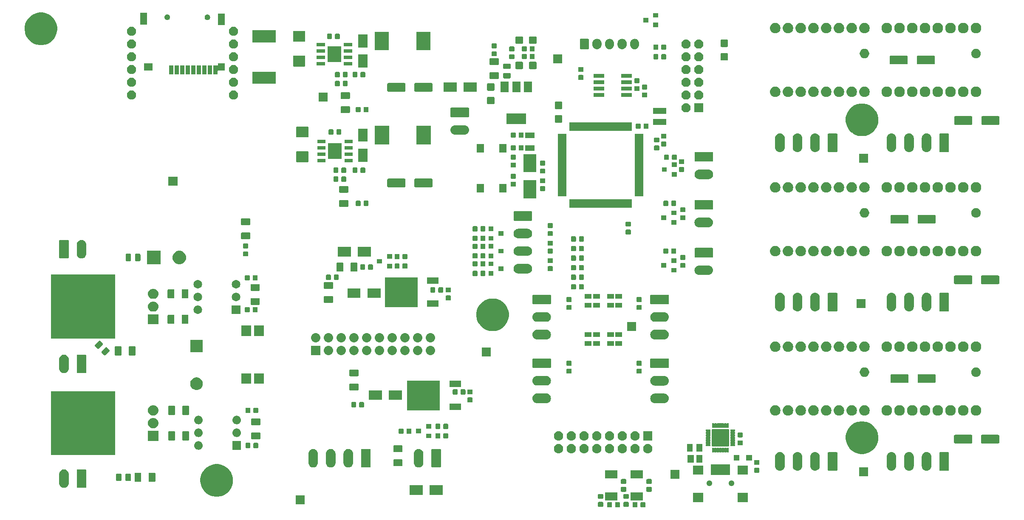
<source format=gts>
G04 #@! TF.GenerationSoftware,KiCad,Pcbnew,(5.1.4-83-g4f57de968)-1*
G04 #@! TF.CreationDate,2020-04-08T14:11:41+03:00*
G04 #@! TF.ProjectId,3d_print_main,33645f70-7269-46e7-945f-6d61696e2e6b,rev?*
G04 #@! TF.SameCoordinates,Original*
G04 #@! TF.FileFunction,Soldermask,Top*
G04 #@! TF.FilePolarity,Negative*
%FSLAX46Y46*%
G04 Gerber Fmt 4.6, Leading zero omitted, Abs format (unit mm)*
G04 Created by KiCad (PCBNEW (5.1.4-83-g4f57de968)-1) date 2020-04-08 14:11:41*
%MOMM*%
%LPD*%
G04 APERTURE LIST*
%ADD10C,0.100000*%
G04 APERTURE END LIST*
D10*
G36*
X157027094Y-124934085D02*
G01*
X157061072Y-124944393D01*
X157092393Y-124961134D01*
X157119842Y-124983661D01*
X157142369Y-125011110D01*
X157159110Y-125042431D01*
X157169418Y-125076409D01*
X157173503Y-125117890D01*
X157173503Y-125794110D01*
X157169418Y-125835591D01*
X157159110Y-125869569D01*
X157142369Y-125900890D01*
X157119842Y-125928339D01*
X157092393Y-125950866D01*
X157061072Y-125967607D01*
X157027094Y-125977915D01*
X156985613Y-125982000D01*
X156384393Y-125982000D01*
X156342912Y-125977915D01*
X156308934Y-125967607D01*
X156277613Y-125950866D01*
X156250164Y-125928339D01*
X156227637Y-125900890D01*
X156210896Y-125869569D01*
X156200588Y-125835591D01*
X156196503Y-125794110D01*
X156196503Y-125117890D01*
X156200588Y-125076409D01*
X156210896Y-125042431D01*
X156227637Y-125011110D01*
X156250164Y-124983661D01*
X156277613Y-124961134D01*
X156308934Y-124944393D01*
X156342912Y-124934085D01*
X156384393Y-124930000D01*
X156985613Y-124930000D01*
X157027094Y-124934085D01*
X157027094Y-124934085D01*
G37*
G36*
X160517093Y-124934085D02*
G01*
X160551071Y-124944393D01*
X160582392Y-124961134D01*
X160609841Y-124983661D01*
X160632368Y-125011110D01*
X160649109Y-125042431D01*
X160659417Y-125076409D01*
X160663502Y-125117890D01*
X160663502Y-125794110D01*
X160659417Y-125835591D01*
X160649109Y-125869569D01*
X160632368Y-125900890D01*
X160609841Y-125928339D01*
X160582392Y-125950866D01*
X160551071Y-125967607D01*
X160517093Y-125977915D01*
X160475612Y-125982000D01*
X159874392Y-125982000D01*
X159832911Y-125977915D01*
X159798933Y-125967607D01*
X159767612Y-125950866D01*
X159740163Y-125928339D01*
X159717636Y-125900890D01*
X159700895Y-125869569D01*
X159690587Y-125835591D01*
X159686502Y-125794110D01*
X159686502Y-125117890D01*
X159690587Y-125076409D01*
X159700895Y-125042431D01*
X159717636Y-125011110D01*
X159740163Y-124983661D01*
X159767612Y-124961134D01*
X159798933Y-124944393D01*
X159832911Y-124934085D01*
X159874392Y-124930000D01*
X160475612Y-124930000D01*
X160517093Y-124934085D01*
X160517093Y-124934085D01*
G37*
G36*
X162092093Y-124934085D02*
G01*
X162126071Y-124944393D01*
X162157392Y-124961134D01*
X162184841Y-124983661D01*
X162207368Y-125011110D01*
X162224109Y-125042431D01*
X162234417Y-125076409D01*
X162238502Y-125117890D01*
X162238502Y-125794110D01*
X162234417Y-125835591D01*
X162224109Y-125869569D01*
X162207368Y-125900890D01*
X162184841Y-125928339D01*
X162157392Y-125950866D01*
X162126071Y-125967607D01*
X162092093Y-125977915D01*
X162050612Y-125982000D01*
X161449392Y-125982000D01*
X161407911Y-125977915D01*
X161373933Y-125967607D01*
X161342612Y-125950866D01*
X161315163Y-125928339D01*
X161292636Y-125900890D01*
X161275895Y-125869569D01*
X161265587Y-125835591D01*
X161261502Y-125794110D01*
X161261502Y-125117890D01*
X161265587Y-125076409D01*
X161275895Y-125042431D01*
X161292636Y-125011110D01*
X161315163Y-124983661D01*
X161342612Y-124961134D01*
X161373933Y-124944393D01*
X161407911Y-124934085D01*
X161449392Y-124930000D01*
X162050612Y-124930000D01*
X162092093Y-124934085D01*
X162092093Y-124934085D01*
G37*
G36*
X155452094Y-124934085D02*
G01*
X155486072Y-124944393D01*
X155517393Y-124961134D01*
X155544842Y-124983661D01*
X155567369Y-125011110D01*
X155584110Y-125042431D01*
X155594418Y-125076409D01*
X155598503Y-125117890D01*
X155598503Y-125794110D01*
X155594418Y-125835591D01*
X155584110Y-125869569D01*
X155567369Y-125900890D01*
X155544842Y-125928339D01*
X155517393Y-125950866D01*
X155486072Y-125967607D01*
X155452094Y-125977915D01*
X155410613Y-125982000D01*
X154809393Y-125982000D01*
X154767912Y-125977915D01*
X154733934Y-125967607D01*
X154702613Y-125950866D01*
X154675164Y-125928339D01*
X154652637Y-125900890D01*
X154635896Y-125869569D01*
X154625588Y-125835591D01*
X154621503Y-125794110D01*
X154621503Y-125117890D01*
X154625588Y-125076409D01*
X154635896Y-125042431D01*
X154652637Y-125011110D01*
X154675164Y-124983661D01*
X154702613Y-124961134D01*
X154733934Y-124944393D01*
X154767912Y-124934085D01*
X154809393Y-124930000D01*
X155410613Y-124930000D01*
X155452094Y-124934085D01*
X155452094Y-124934085D01*
G37*
G36*
X158776591Y-124895586D02*
G01*
X158810569Y-124905894D01*
X158841890Y-124922635D01*
X158869339Y-124945162D01*
X158891866Y-124972611D01*
X158908607Y-125003932D01*
X158918915Y-125037910D01*
X158923000Y-125079391D01*
X158923000Y-125680611D01*
X158918915Y-125722092D01*
X158908607Y-125756070D01*
X158891866Y-125787391D01*
X158869339Y-125814840D01*
X158841890Y-125837367D01*
X158810569Y-125854108D01*
X158776591Y-125864416D01*
X158735110Y-125868501D01*
X158058890Y-125868501D01*
X158017409Y-125864416D01*
X157983431Y-125854108D01*
X157952110Y-125837367D01*
X157924661Y-125814840D01*
X157902134Y-125787391D01*
X157885393Y-125756070D01*
X157875085Y-125722092D01*
X157871000Y-125680611D01*
X157871000Y-125079391D01*
X157875085Y-125037910D01*
X157885393Y-125003932D01*
X157902134Y-124972611D01*
X157924661Y-124945162D01*
X157952110Y-124922635D01*
X157983431Y-124905894D01*
X158017409Y-124895586D01*
X158058890Y-124891501D01*
X158735110Y-124891501D01*
X158776591Y-124895586D01*
X158776591Y-124895586D01*
G37*
G36*
X153696591Y-124895586D02*
G01*
X153730569Y-124905894D01*
X153761890Y-124922635D01*
X153789339Y-124945162D01*
X153811866Y-124972611D01*
X153828607Y-125003932D01*
X153838915Y-125037910D01*
X153843000Y-125079391D01*
X153843000Y-125680611D01*
X153838915Y-125722092D01*
X153828607Y-125756070D01*
X153811866Y-125787391D01*
X153789339Y-125814840D01*
X153761890Y-125837367D01*
X153730569Y-125854108D01*
X153696591Y-125864416D01*
X153655110Y-125868501D01*
X152978890Y-125868501D01*
X152937409Y-125864416D01*
X152903431Y-125854108D01*
X152872110Y-125837367D01*
X152844661Y-125814840D01*
X152822134Y-125787391D01*
X152805393Y-125756070D01*
X152795085Y-125722092D01*
X152791000Y-125680611D01*
X152791000Y-125079391D01*
X152795085Y-125037910D01*
X152805393Y-125003932D01*
X152822134Y-124972611D01*
X152844661Y-124945162D01*
X152872110Y-124922635D01*
X152903431Y-124905894D01*
X152937409Y-124895586D01*
X152978890Y-124891501D01*
X153655110Y-124891501D01*
X153696591Y-124895586D01*
X153696591Y-124895586D01*
G37*
G36*
X94373000Y-125361000D02*
G01*
X92571000Y-125361000D01*
X92571000Y-123559000D01*
X94373000Y-123559000D01*
X94373000Y-125361000D01*
X94373000Y-125361000D01*
G37*
G36*
X182694000Y-124922000D02*
G01*
X180592000Y-124922000D01*
X180592000Y-123120000D01*
X182694000Y-123120000D01*
X182694000Y-124922000D01*
X182694000Y-124922000D01*
G37*
G36*
X173794000Y-124922000D02*
G01*
X171692000Y-124922000D01*
X171692000Y-123120000D01*
X173794000Y-123120000D01*
X173794000Y-124922000D01*
X173794000Y-124922000D01*
G37*
G36*
X161751000Y-124581001D02*
G01*
X159249000Y-124581001D01*
X159249000Y-123029001D01*
X161751000Y-123029001D01*
X161751000Y-124581001D01*
X161751000Y-124581001D01*
G37*
G36*
X156686000Y-124580999D02*
G01*
X154184000Y-124580999D01*
X154184000Y-123028999D01*
X156686000Y-123028999D01*
X156686000Y-124580999D01*
X156686000Y-124580999D01*
G37*
G36*
X153696591Y-123320586D02*
G01*
X153730569Y-123330894D01*
X153761890Y-123347635D01*
X153789339Y-123370162D01*
X153811866Y-123397611D01*
X153828607Y-123428932D01*
X153838915Y-123462910D01*
X153843000Y-123504391D01*
X153843000Y-124105611D01*
X153838915Y-124147092D01*
X153828607Y-124181070D01*
X153811866Y-124212391D01*
X153789339Y-124239840D01*
X153761890Y-124262367D01*
X153730569Y-124279108D01*
X153696591Y-124289416D01*
X153655110Y-124293501D01*
X152978890Y-124293501D01*
X152937409Y-124289416D01*
X152903431Y-124279108D01*
X152872110Y-124262367D01*
X152844661Y-124239840D01*
X152822134Y-124212391D01*
X152805393Y-124181070D01*
X152795085Y-124147092D01*
X152791000Y-124105611D01*
X152791000Y-123504391D01*
X152795085Y-123462910D01*
X152805393Y-123428932D01*
X152822134Y-123397611D01*
X152844661Y-123370162D01*
X152872110Y-123347635D01*
X152903431Y-123330894D01*
X152937409Y-123320586D01*
X152978890Y-123316501D01*
X153655110Y-123316501D01*
X153696591Y-123320586D01*
X153696591Y-123320586D01*
G37*
G36*
X158776591Y-123320586D02*
G01*
X158810569Y-123330894D01*
X158841890Y-123347635D01*
X158869339Y-123370162D01*
X158891866Y-123397611D01*
X158908607Y-123428932D01*
X158918915Y-123462910D01*
X158923000Y-123504391D01*
X158923000Y-124105611D01*
X158918915Y-124147092D01*
X158908607Y-124181070D01*
X158891866Y-124212391D01*
X158869339Y-124239840D01*
X158841890Y-124262367D01*
X158810569Y-124279108D01*
X158776591Y-124289416D01*
X158735110Y-124293501D01*
X158058890Y-124293501D01*
X158017409Y-124289416D01*
X157983431Y-124279108D01*
X157952110Y-124262367D01*
X157924661Y-124239840D01*
X157902134Y-124212391D01*
X157885393Y-124181070D01*
X157875085Y-124147092D01*
X157871000Y-124105611D01*
X157871000Y-123504391D01*
X157875085Y-123462910D01*
X157885393Y-123428932D01*
X157902134Y-123397611D01*
X157924661Y-123370162D01*
X157952110Y-123347635D01*
X157983431Y-123330894D01*
X158017409Y-123320586D01*
X158058890Y-123316501D01*
X158735110Y-123316501D01*
X158776591Y-123320586D01*
X158776591Y-123320586D01*
G37*
G36*
X77371910Y-117399069D02*
G01*
X77748282Y-117473934D01*
X78339926Y-117719001D01*
X78737484Y-117984641D01*
X78872391Y-118074783D01*
X79325217Y-118527609D01*
X79342583Y-118553599D01*
X79680999Y-119060074D01*
X79872335Y-119522000D01*
X79926066Y-119651719D01*
X80051000Y-120279803D01*
X80051000Y-120920197D01*
X80022844Y-121061748D01*
X79926066Y-121548282D01*
X79680999Y-122139926D01*
X79325216Y-122672392D01*
X78872392Y-123125216D01*
X78339926Y-123480999D01*
X77748282Y-123726066D01*
X77434239Y-123788533D01*
X77120197Y-123851000D01*
X76479803Y-123851000D01*
X76165761Y-123788533D01*
X75851718Y-123726066D01*
X75260074Y-123480999D01*
X74727608Y-123125216D01*
X74274784Y-122672392D01*
X73919001Y-122139926D01*
X73673934Y-121548282D01*
X73577156Y-121061748D01*
X73549000Y-120920197D01*
X73549000Y-120279803D01*
X73673934Y-119651719D01*
X73727665Y-119522000D01*
X73919001Y-119060074D01*
X74257417Y-118553599D01*
X74274783Y-118527609D01*
X74727609Y-118074783D01*
X74862516Y-117984641D01*
X75260074Y-117719001D01*
X75851718Y-117473934D01*
X76228090Y-117399069D01*
X76479803Y-117349000D01*
X77120197Y-117349000D01*
X77371910Y-117399069D01*
X77371910Y-117399069D01*
G37*
G36*
X117852000Y-123486000D02*
G01*
X115250000Y-123486000D01*
X115250000Y-121584000D01*
X117852000Y-121584000D01*
X117852000Y-123486000D01*
X117852000Y-123486000D01*
G37*
G36*
X121852000Y-123486000D02*
G01*
X119250000Y-123486000D01*
X119250000Y-121584000D01*
X121852000Y-121584000D01*
X121852000Y-123486000D01*
X121852000Y-123486000D01*
G37*
G36*
X163348590Y-121908086D02*
G01*
X163382568Y-121918394D01*
X163413889Y-121935135D01*
X163441338Y-121957662D01*
X163463865Y-121985111D01*
X163480606Y-122016432D01*
X163490914Y-122050410D01*
X163494999Y-122091891D01*
X163494999Y-122693111D01*
X163490914Y-122734592D01*
X163480606Y-122768570D01*
X163463865Y-122799891D01*
X163441338Y-122827340D01*
X163413889Y-122849867D01*
X163382568Y-122866608D01*
X163348590Y-122876916D01*
X163307109Y-122881001D01*
X162630889Y-122881001D01*
X162589408Y-122876916D01*
X162555430Y-122866608D01*
X162524109Y-122849867D01*
X162496660Y-122827340D01*
X162474133Y-122799891D01*
X162457392Y-122768570D01*
X162447084Y-122734592D01*
X162442999Y-122693111D01*
X162442999Y-122091891D01*
X162447084Y-122050410D01*
X162457392Y-122016432D01*
X162474133Y-121985111D01*
X162496660Y-121957662D01*
X162524109Y-121935135D01*
X162555430Y-121918394D01*
X162589408Y-121908086D01*
X162630889Y-121904001D01*
X163307109Y-121904001D01*
X163348590Y-121908086D01*
X163348590Y-121908086D01*
G37*
G36*
X158268591Y-121908083D02*
G01*
X158302569Y-121918391D01*
X158333890Y-121935132D01*
X158361339Y-121957659D01*
X158383866Y-121985108D01*
X158400607Y-122016429D01*
X158410915Y-122050407D01*
X158415000Y-122091888D01*
X158415000Y-122693108D01*
X158410915Y-122734589D01*
X158400607Y-122768567D01*
X158383866Y-122799888D01*
X158361339Y-122827337D01*
X158333890Y-122849864D01*
X158302569Y-122866605D01*
X158268591Y-122876913D01*
X158227110Y-122880998D01*
X157550890Y-122880998D01*
X157509409Y-122876913D01*
X157475431Y-122866605D01*
X157444110Y-122849864D01*
X157416661Y-122827337D01*
X157394134Y-122799888D01*
X157377393Y-122768567D01*
X157367085Y-122734589D01*
X157363000Y-122693108D01*
X157363000Y-122091888D01*
X157367085Y-122050407D01*
X157377393Y-122016429D01*
X157394134Y-121985108D01*
X157416661Y-121957659D01*
X157444110Y-121935132D01*
X157475431Y-121918391D01*
X157509409Y-121908083D01*
X157550890Y-121903998D01*
X158227110Y-121903998D01*
X158268591Y-121908083D01*
X158268591Y-121908083D01*
G37*
G36*
X46569425Y-118411762D02*
G01*
X46569428Y-118411763D01*
X46569429Y-118411763D01*
X46748693Y-118466142D01*
X46748696Y-118466144D01*
X46748697Y-118466144D01*
X46913903Y-118554448D01*
X47058712Y-118673290D01*
X47177554Y-118818099D01*
X47265858Y-118983305D01*
X47265860Y-118983309D01*
X47298097Y-119089582D01*
X47320240Y-119162577D01*
X47334000Y-119302284D01*
X47334000Y-121195720D01*
X47320240Y-121335427D01*
X47320239Y-121335430D01*
X47320239Y-121335431D01*
X47265860Y-121514695D01*
X47265858Y-121514698D01*
X47265858Y-121514699D01*
X47177554Y-121679905D01*
X47058712Y-121824714D01*
X46913903Y-121943556D01*
X46765964Y-122022630D01*
X46748692Y-122031862D01*
X46569428Y-122086241D01*
X46569427Y-122086241D01*
X46569424Y-122086242D01*
X46383000Y-122104603D01*
X46196575Y-122086242D01*
X46196572Y-122086241D01*
X46196571Y-122086241D01*
X46017307Y-122031862D01*
X45999575Y-122022384D01*
X45852097Y-121943556D01*
X45707288Y-121824714D01*
X45588446Y-121679905D01*
X45500142Y-121514698D01*
X45500141Y-121514695D01*
X45500140Y-121514694D01*
X45445761Y-121335430D01*
X45445761Y-121335429D01*
X45445760Y-121335426D01*
X45432000Y-121195719D01*
X45432000Y-119302285D01*
X45445761Y-119162577D01*
X45467904Y-119089582D01*
X45500141Y-118983309D01*
X45500143Y-118983305D01*
X45588447Y-118818099D01*
X45707289Y-118673290D01*
X45852098Y-118554448D01*
X46017304Y-118466144D01*
X46017305Y-118466144D01*
X46017308Y-118466142D01*
X46196572Y-118411763D01*
X46196573Y-118411763D01*
X46196576Y-118411762D01*
X46383000Y-118393401D01*
X46569425Y-118411762D01*
X46569425Y-118411762D01*
G37*
G36*
X50693915Y-118401936D02*
G01*
X50726424Y-118411797D01*
X50756382Y-118427811D01*
X50782641Y-118449361D01*
X50804191Y-118475620D01*
X50820205Y-118505578D01*
X50830066Y-118538087D01*
X50834000Y-118578031D01*
X50834000Y-121919973D01*
X50830066Y-121959917D01*
X50820205Y-121992426D01*
X50804191Y-122022384D01*
X50782641Y-122048643D01*
X50756382Y-122070193D01*
X50726424Y-122086207D01*
X50693915Y-122096068D01*
X50653971Y-122100002D01*
X49112029Y-122100002D01*
X49072085Y-122096068D01*
X49039576Y-122086207D01*
X49009618Y-122070193D01*
X48983359Y-122048643D01*
X48961809Y-122022384D01*
X48945795Y-121992426D01*
X48935934Y-121959917D01*
X48932000Y-121919973D01*
X48932000Y-118578031D01*
X48935934Y-118538087D01*
X48945795Y-118505578D01*
X48961809Y-118475620D01*
X48983359Y-118449361D01*
X49009618Y-118427811D01*
X49039576Y-118411797D01*
X49072085Y-118401936D01*
X49112029Y-118398002D01*
X50653971Y-118398002D01*
X50693915Y-118401936D01*
X50693915Y-118401936D01*
G37*
G36*
X179553721Y-120641174D02*
G01*
X179653995Y-120682709D01*
X179653996Y-120682710D01*
X179744242Y-120743010D01*
X179820990Y-120819758D01*
X179850110Y-120863340D01*
X179881291Y-120910005D01*
X179922826Y-121010279D01*
X179944000Y-121116730D01*
X179944000Y-121225270D01*
X179922826Y-121331721D01*
X179881291Y-121431995D01*
X179881290Y-121431996D01*
X179820990Y-121522242D01*
X179744242Y-121598990D01*
X179698812Y-121629345D01*
X179653995Y-121659291D01*
X179553721Y-121700826D01*
X179447270Y-121722000D01*
X179338730Y-121722000D01*
X179232279Y-121700826D01*
X179132005Y-121659291D01*
X179087188Y-121629345D01*
X179041758Y-121598990D01*
X178965010Y-121522242D01*
X178904710Y-121431996D01*
X178904709Y-121431995D01*
X178863174Y-121331721D01*
X178842000Y-121225270D01*
X178842000Y-121116730D01*
X178863174Y-121010279D01*
X178904709Y-120910005D01*
X178935890Y-120863340D01*
X178965010Y-120819758D01*
X179041758Y-120743010D01*
X179132004Y-120682710D01*
X179132005Y-120682709D01*
X179232279Y-120641174D01*
X179338730Y-120620000D01*
X179447270Y-120620000D01*
X179553721Y-120641174D01*
X179553721Y-120641174D01*
G37*
G36*
X175153721Y-120641174D02*
G01*
X175253995Y-120682709D01*
X175253996Y-120682710D01*
X175344242Y-120743010D01*
X175420990Y-120819758D01*
X175450110Y-120863340D01*
X175481291Y-120910005D01*
X175522826Y-121010279D01*
X175544000Y-121116730D01*
X175544000Y-121225270D01*
X175522826Y-121331721D01*
X175481291Y-121431995D01*
X175481290Y-121431996D01*
X175420990Y-121522242D01*
X175344242Y-121598990D01*
X175298812Y-121629345D01*
X175253995Y-121659291D01*
X175153721Y-121700826D01*
X175047270Y-121722000D01*
X174938730Y-121722000D01*
X174832279Y-121700826D01*
X174732005Y-121659291D01*
X174687188Y-121629345D01*
X174641758Y-121598990D01*
X174565010Y-121522242D01*
X174504710Y-121431996D01*
X174504709Y-121431995D01*
X174463174Y-121331721D01*
X174442000Y-121225270D01*
X174442000Y-121116730D01*
X174463174Y-121010279D01*
X174504709Y-120910005D01*
X174535890Y-120863340D01*
X174565010Y-120819758D01*
X174641758Y-120743010D01*
X174732004Y-120682710D01*
X174732005Y-120682709D01*
X174832279Y-120641174D01*
X174938730Y-120620000D01*
X175047270Y-120620000D01*
X175153721Y-120641174D01*
X175153721Y-120641174D01*
G37*
G36*
X163348590Y-120333086D02*
G01*
X163382568Y-120343394D01*
X163413889Y-120360135D01*
X163441338Y-120382662D01*
X163463865Y-120410111D01*
X163480606Y-120441432D01*
X163490914Y-120475410D01*
X163494999Y-120516891D01*
X163494999Y-121118111D01*
X163490914Y-121159592D01*
X163480606Y-121193570D01*
X163463865Y-121224891D01*
X163441338Y-121252340D01*
X163413889Y-121274867D01*
X163382568Y-121291608D01*
X163348590Y-121301916D01*
X163307109Y-121306001D01*
X162630889Y-121306001D01*
X162589408Y-121301916D01*
X162555430Y-121291608D01*
X162524109Y-121274867D01*
X162496660Y-121252340D01*
X162474133Y-121224891D01*
X162457392Y-121193570D01*
X162447084Y-121159592D01*
X162442999Y-121118111D01*
X162442999Y-120516891D01*
X162447084Y-120475410D01*
X162457392Y-120441432D01*
X162474133Y-120410111D01*
X162496660Y-120382662D01*
X162524109Y-120360135D01*
X162555430Y-120343394D01*
X162589408Y-120333086D01*
X162630889Y-120329001D01*
X163307109Y-120329001D01*
X163348590Y-120333086D01*
X163348590Y-120333086D01*
G37*
G36*
X158268591Y-120333083D02*
G01*
X158302569Y-120343391D01*
X158333890Y-120360132D01*
X158361339Y-120382659D01*
X158383866Y-120410108D01*
X158400607Y-120441429D01*
X158410915Y-120475407D01*
X158415000Y-120516888D01*
X158415000Y-121118108D01*
X158410915Y-121159589D01*
X158400607Y-121193567D01*
X158383866Y-121224888D01*
X158361339Y-121252337D01*
X158333890Y-121274864D01*
X158302569Y-121291605D01*
X158268591Y-121301913D01*
X158227110Y-121305998D01*
X157550890Y-121305998D01*
X157509409Y-121301913D01*
X157475431Y-121291605D01*
X157444110Y-121274864D01*
X157416661Y-121252337D01*
X157394134Y-121224888D01*
X157377393Y-121193567D01*
X157367085Y-121159589D01*
X157363000Y-121118108D01*
X157363000Y-120516888D01*
X157367085Y-120475407D01*
X157377393Y-120441429D01*
X157394134Y-120410108D01*
X157416661Y-120382659D01*
X157444110Y-120360132D01*
X157475431Y-120343391D01*
X157509409Y-120333083D01*
X157550890Y-120328998D01*
X158227110Y-120328998D01*
X158268591Y-120333083D01*
X158268591Y-120333083D01*
G37*
G36*
X64433605Y-119073346D02*
G01*
X64470145Y-119084431D01*
X64503822Y-119102432D01*
X64533342Y-119126658D01*
X64557568Y-119156178D01*
X64575569Y-119189855D01*
X64586654Y-119226395D01*
X64591001Y-119270537D01*
X64591001Y-120719461D01*
X64586654Y-120763603D01*
X64575569Y-120800143D01*
X64557568Y-120833820D01*
X64533342Y-120863340D01*
X64503822Y-120887566D01*
X64470145Y-120905567D01*
X64433605Y-120916652D01*
X64389463Y-120920999D01*
X63440539Y-120920999D01*
X63396397Y-120916652D01*
X63359857Y-120905567D01*
X63326180Y-120887566D01*
X63296660Y-120863340D01*
X63272434Y-120833820D01*
X63254433Y-120800143D01*
X63243348Y-120763603D01*
X63239001Y-120719461D01*
X63239001Y-119270537D01*
X63243348Y-119226395D01*
X63254433Y-119189855D01*
X63272434Y-119156178D01*
X63296660Y-119126658D01*
X63326180Y-119102432D01*
X63359857Y-119084431D01*
X63396397Y-119073346D01*
X63440539Y-119068999D01*
X64389463Y-119068999D01*
X64433605Y-119073346D01*
X64433605Y-119073346D01*
G37*
G36*
X61633605Y-119073346D02*
G01*
X61670145Y-119084431D01*
X61703822Y-119102432D01*
X61733342Y-119126658D01*
X61757568Y-119156178D01*
X61775569Y-119189855D01*
X61786654Y-119226395D01*
X61791001Y-119270537D01*
X61791001Y-120719461D01*
X61786654Y-120763603D01*
X61775569Y-120800143D01*
X61757568Y-120833820D01*
X61733342Y-120863340D01*
X61703822Y-120887566D01*
X61670145Y-120905567D01*
X61633605Y-120916652D01*
X61589463Y-120920999D01*
X60640539Y-120920999D01*
X60596397Y-120916652D01*
X60559857Y-120905567D01*
X60526180Y-120887566D01*
X60496660Y-120863340D01*
X60472434Y-120833820D01*
X60454433Y-120800143D01*
X60443348Y-120763603D01*
X60439001Y-120719461D01*
X60439001Y-119270537D01*
X60443348Y-119226395D01*
X60454433Y-119189855D01*
X60472434Y-119156178D01*
X60496660Y-119126658D01*
X60526180Y-119102432D01*
X60559857Y-119084431D01*
X60596397Y-119073346D01*
X60640539Y-119068999D01*
X61589463Y-119068999D01*
X61633605Y-119073346D01*
X61633605Y-119073346D01*
G37*
G36*
X59551968Y-119248565D02*
G01*
X59590638Y-119260296D01*
X59626277Y-119279346D01*
X59657517Y-119304983D01*
X59683154Y-119336223D01*
X59702204Y-119371862D01*
X59713935Y-119410532D01*
X59718500Y-119456888D01*
X59718500Y-120533112D01*
X59713935Y-120579468D01*
X59702204Y-120618138D01*
X59683154Y-120653777D01*
X59657517Y-120685017D01*
X59626277Y-120710654D01*
X59590638Y-120729704D01*
X59551968Y-120741435D01*
X59505612Y-120746000D01*
X58854388Y-120746000D01*
X58808032Y-120741435D01*
X58769362Y-120729704D01*
X58733723Y-120710654D01*
X58702483Y-120685017D01*
X58676846Y-120653777D01*
X58657796Y-120618138D01*
X58646065Y-120579468D01*
X58641500Y-120533112D01*
X58641500Y-119456888D01*
X58646065Y-119410532D01*
X58657796Y-119371862D01*
X58676846Y-119336223D01*
X58702483Y-119304983D01*
X58733723Y-119279346D01*
X58769362Y-119260296D01*
X58808032Y-119248565D01*
X58854388Y-119244000D01*
X59505612Y-119244000D01*
X59551968Y-119248565D01*
X59551968Y-119248565D01*
G37*
G36*
X57676968Y-119248565D02*
G01*
X57715638Y-119260296D01*
X57751277Y-119279346D01*
X57782517Y-119304983D01*
X57808154Y-119336223D01*
X57827204Y-119371862D01*
X57838935Y-119410532D01*
X57843500Y-119456888D01*
X57843500Y-120533112D01*
X57838935Y-120579468D01*
X57827204Y-120618138D01*
X57808154Y-120653777D01*
X57782517Y-120685017D01*
X57751277Y-120710654D01*
X57715638Y-120729704D01*
X57676968Y-120741435D01*
X57630612Y-120746000D01*
X56979388Y-120746000D01*
X56933032Y-120741435D01*
X56894362Y-120729704D01*
X56858723Y-120710654D01*
X56827483Y-120685017D01*
X56801846Y-120653777D01*
X56782796Y-120618138D01*
X56771065Y-120579468D01*
X56766500Y-120533112D01*
X56766500Y-119456888D01*
X56771065Y-119410532D01*
X56782796Y-119371862D01*
X56801846Y-119336223D01*
X56827483Y-119304983D01*
X56858723Y-119279346D01*
X56894362Y-119260296D01*
X56933032Y-119248565D01*
X56979388Y-119244000D01*
X57630612Y-119244000D01*
X57676968Y-119248565D01*
X57676968Y-119248565D01*
G37*
G36*
X169049000Y-120281000D02*
G01*
X167247000Y-120281000D01*
X167247000Y-118479000D01*
X169049000Y-118479000D01*
X169049000Y-120281000D01*
X169049000Y-120281000D01*
G37*
G36*
X161751000Y-120181001D02*
G01*
X159249000Y-120181001D01*
X159249000Y-118629001D01*
X161751000Y-118629001D01*
X161751000Y-120181001D01*
X161751000Y-120181001D01*
G37*
G36*
X156686000Y-120180999D02*
G01*
X154184000Y-120180999D01*
X154184000Y-118628999D01*
X156686000Y-118628999D01*
X156686000Y-120180999D01*
X156686000Y-120180999D01*
G37*
G36*
X206641000Y-119773000D02*
G01*
X204839000Y-119773000D01*
X204839000Y-117971000D01*
X206641000Y-117971000D01*
X206641000Y-119773000D01*
X206641000Y-119773000D01*
G37*
G36*
X179094000Y-119522000D02*
G01*
X175292000Y-119522000D01*
X175292000Y-117420000D01*
X179094000Y-117420000D01*
X179094000Y-119522000D01*
X179094000Y-119522000D01*
G37*
G36*
X182694000Y-119472000D02*
G01*
X180592000Y-119472000D01*
X180592000Y-117670000D01*
X182694000Y-117670000D01*
X182694000Y-119472000D01*
X182694000Y-119472000D01*
G37*
G36*
X173794000Y-119472000D02*
G01*
X171692000Y-119472000D01*
X171692000Y-117670000D01*
X173794000Y-117670000D01*
X173794000Y-119472000D01*
X173794000Y-119472000D01*
G37*
G36*
X184811591Y-118113585D02*
G01*
X184845569Y-118123893D01*
X184876890Y-118140634D01*
X184904339Y-118163161D01*
X184926866Y-118190610D01*
X184943607Y-118221931D01*
X184953915Y-118255909D01*
X184958000Y-118297390D01*
X184958000Y-118898610D01*
X184953915Y-118940091D01*
X184943607Y-118974069D01*
X184926866Y-119005390D01*
X184904339Y-119032839D01*
X184876890Y-119055366D01*
X184845569Y-119072107D01*
X184811591Y-119082415D01*
X184770110Y-119086500D01*
X184093890Y-119086500D01*
X184052409Y-119082415D01*
X184018431Y-119072107D01*
X183987110Y-119055366D01*
X183959661Y-119032839D01*
X183937134Y-119005390D01*
X183920393Y-118974069D01*
X183910085Y-118940091D01*
X183906000Y-118898610D01*
X183906000Y-118297390D01*
X183910085Y-118255909D01*
X183920393Y-118221931D01*
X183937134Y-118190610D01*
X183959661Y-118163161D01*
X183987110Y-118140634D01*
X184018431Y-118123893D01*
X184052409Y-118113585D01*
X184093890Y-118109500D01*
X184770110Y-118109500D01*
X184811591Y-118113585D01*
X184811591Y-118113585D01*
G37*
G36*
X189231426Y-114982762D02*
G01*
X189231429Y-114982763D01*
X189231430Y-114982763D01*
X189410694Y-115037142D01*
X189410697Y-115037144D01*
X189410698Y-115037144D01*
X189575904Y-115125448D01*
X189720713Y-115244290D01*
X189839555Y-115389099D01*
X189902574Y-115507000D01*
X189927861Y-115554309D01*
X189982239Y-115733571D01*
X189982241Y-115733577D01*
X189996001Y-115873284D01*
X189996001Y-117766720D01*
X189982241Y-117906427D01*
X189982240Y-117906429D01*
X189982240Y-117906431D01*
X189927861Y-118085695D01*
X189927860Y-118085696D01*
X189927859Y-118085699D01*
X189839555Y-118250905D01*
X189720713Y-118395714D01*
X189575904Y-118514556D01*
X189410697Y-118602860D01*
X189410693Y-118602862D01*
X189231429Y-118657241D01*
X189231428Y-118657241D01*
X189231425Y-118657242D01*
X189045001Y-118675603D01*
X188858576Y-118657242D01*
X188858573Y-118657241D01*
X188858572Y-118657241D01*
X188679308Y-118602862D01*
X188679304Y-118602860D01*
X188514098Y-118514556D01*
X188369289Y-118395714D01*
X188250447Y-118250905D01*
X188162143Y-118085698D01*
X188162142Y-118085695D01*
X188162141Y-118085694D01*
X188107762Y-117906430D01*
X188107762Y-117906428D01*
X188107761Y-117906426D01*
X188094001Y-117766719D01*
X188094001Y-115873285D01*
X188107762Y-115733577D01*
X188107764Y-115733571D01*
X188162142Y-115554309D01*
X188187429Y-115507000D01*
X188250448Y-115389099D01*
X188369290Y-115244290D01*
X188514099Y-115125448D01*
X188679305Y-115037144D01*
X188679306Y-115037144D01*
X188679309Y-115037142D01*
X188858573Y-114982763D01*
X188858574Y-114982763D01*
X188858577Y-114982762D01*
X189045001Y-114964401D01*
X189231426Y-114982762D01*
X189231426Y-114982762D01*
G37*
G36*
X192731426Y-114982762D02*
G01*
X192731429Y-114982763D01*
X192731430Y-114982763D01*
X192910694Y-115037142D01*
X192910697Y-115037144D01*
X192910698Y-115037144D01*
X193075904Y-115125448D01*
X193220713Y-115244290D01*
X193339555Y-115389099D01*
X193402574Y-115507000D01*
X193427861Y-115554309D01*
X193482239Y-115733571D01*
X193482241Y-115733577D01*
X193496001Y-115873284D01*
X193496001Y-117766720D01*
X193482241Y-117906427D01*
X193482240Y-117906429D01*
X193482240Y-117906431D01*
X193427861Y-118085695D01*
X193427860Y-118085696D01*
X193427859Y-118085699D01*
X193339555Y-118250905D01*
X193220713Y-118395714D01*
X193075904Y-118514556D01*
X192910697Y-118602860D01*
X192910693Y-118602862D01*
X192731429Y-118657241D01*
X192731428Y-118657241D01*
X192731425Y-118657242D01*
X192545001Y-118675603D01*
X192358576Y-118657242D01*
X192358573Y-118657241D01*
X192358572Y-118657241D01*
X192179308Y-118602862D01*
X192179304Y-118602860D01*
X192014098Y-118514556D01*
X191869289Y-118395714D01*
X191750447Y-118250905D01*
X191662143Y-118085698D01*
X191662142Y-118085695D01*
X191662141Y-118085694D01*
X191607762Y-117906430D01*
X191607762Y-117906428D01*
X191607761Y-117906426D01*
X191594001Y-117766719D01*
X191594001Y-115873285D01*
X191607762Y-115733577D01*
X191607764Y-115733571D01*
X191662142Y-115554309D01*
X191687429Y-115507000D01*
X191750448Y-115389099D01*
X191869290Y-115244290D01*
X192014099Y-115125448D01*
X192179305Y-115037144D01*
X192179306Y-115037144D01*
X192179309Y-115037142D01*
X192358573Y-114982763D01*
X192358574Y-114982763D01*
X192358577Y-114982762D01*
X192545001Y-114964401D01*
X192731426Y-114982762D01*
X192731426Y-114982762D01*
G37*
G36*
X196231426Y-114982762D02*
G01*
X196231429Y-114982763D01*
X196231430Y-114982763D01*
X196410694Y-115037142D01*
X196410697Y-115037144D01*
X196410698Y-115037144D01*
X196575904Y-115125448D01*
X196720713Y-115244290D01*
X196839555Y-115389099D01*
X196902574Y-115507000D01*
X196927861Y-115554309D01*
X196982239Y-115733571D01*
X196982241Y-115733577D01*
X196996001Y-115873284D01*
X196996001Y-117766720D01*
X196982241Y-117906427D01*
X196982240Y-117906429D01*
X196982240Y-117906431D01*
X196927861Y-118085695D01*
X196927860Y-118085696D01*
X196927859Y-118085699D01*
X196839555Y-118250905D01*
X196720713Y-118395714D01*
X196575904Y-118514556D01*
X196410697Y-118602860D01*
X196410693Y-118602862D01*
X196231429Y-118657241D01*
X196231428Y-118657241D01*
X196231425Y-118657242D01*
X196045001Y-118675603D01*
X195858576Y-118657242D01*
X195858573Y-118657241D01*
X195858572Y-118657241D01*
X195679308Y-118602862D01*
X195679304Y-118602860D01*
X195514098Y-118514556D01*
X195369289Y-118395714D01*
X195250447Y-118250905D01*
X195162143Y-118085698D01*
X195162142Y-118085695D01*
X195162141Y-118085694D01*
X195107762Y-117906430D01*
X195107762Y-117906428D01*
X195107761Y-117906426D01*
X195094001Y-117766719D01*
X195094001Y-115873285D01*
X195107762Y-115733577D01*
X195107764Y-115733571D01*
X195162142Y-115554309D01*
X195187429Y-115507000D01*
X195250448Y-115389099D01*
X195369290Y-115244290D01*
X195514099Y-115125448D01*
X195679305Y-115037144D01*
X195679306Y-115037144D01*
X195679309Y-115037142D01*
X195858573Y-114982763D01*
X195858574Y-114982763D01*
X195858577Y-114982762D01*
X196045001Y-114964401D01*
X196231426Y-114982762D01*
X196231426Y-114982762D01*
G37*
G36*
X218456423Y-114982760D02*
G01*
X218456426Y-114982761D01*
X218456427Y-114982761D01*
X218635691Y-115037140D01*
X218635694Y-115037142D01*
X218635695Y-115037142D01*
X218800901Y-115125446D01*
X218945710Y-115244288D01*
X219064552Y-115389097D01*
X219127572Y-115507000D01*
X219152858Y-115554307D01*
X219154888Y-115561000D01*
X219207238Y-115733575D01*
X219220998Y-115873282D01*
X219220998Y-117766718D01*
X219207238Y-117906425D01*
X219207237Y-117906427D01*
X219207237Y-117906429D01*
X219152858Y-118085693D01*
X219152857Y-118085694D01*
X219152856Y-118085697D01*
X219064552Y-118250903D01*
X218945710Y-118395712D01*
X218800901Y-118514554D01*
X218635694Y-118602858D01*
X218635690Y-118602860D01*
X218456426Y-118657239D01*
X218456425Y-118657239D01*
X218456422Y-118657240D01*
X218269998Y-118675601D01*
X218083573Y-118657240D01*
X218083570Y-118657239D01*
X218083569Y-118657239D01*
X217904305Y-118602860D01*
X217887033Y-118593628D01*
X217739095Y-118514554D01*
X217594286Y-118395712D01*
X217475444Y-118250903D01*
X217387140Y-118085696D01*
X217387139Y-118085693D01*
X217387138Y-118085692D01*
X217332759Y-117906428D01*
X217332759Y-117906426D01*
X217332758Y-117906424D01*
X217318998Y-117766717D01*
X217318998Y-115873283D01*
X217332759Y-115733575D01*
X217385109Y-115561000D01*
X217387139Y-115554307D01*
X217412425Y-115507000D01*
X217475445Y-115389097D01*
X217594287Y-115244288D01*
X217739096Y-115125446D01*
X217904302Y-115037142D01*
X217904303Y-115037142D01*
X217904306Y-115037140D01*
X218083570Y-114982761D01*
X218083571Y-114982761D01*
X218083574Y-114982760D01*
X218269998Y-114964399D01*
X218456423Y-114982760D01*
X218456423Y-114982760D01*
G37*
G36*
X211456423Y-114982760D02*
G01*
X211456426Y-114982761D01*
X211456427Y-114982761D01*
X211635691Y-115037140D01*
X211635694Y-115037142D01*
X211635695Y-115037142D01*
X211800901Y-115125446D01*
X211945710Y-115244288D01*
X212064552Y-115389097D01*
X212127572Y-115507000D01*
X212152858Y-115554307D01*
X212154888Y-115561000D01*
X212207238Y-115733575D01*
X212220998Y-115873282D01*
X212220998Y-117766718D01*
X212207238Y-117906425D01*
X212207237Y-117906427D01*
X212207237Y-117906429D01*
X212152858Y-118085693D01*
X212152857Y-118085694D01*
X212152856Y-118085697D01*
X212064552Y-118250903D01*
X211945710Y-118395712D01*
X211800901Y-118514554D01*
X211635694Y-118602858D01*
X211635690Y-118602860D01*
X211456426Y-118657239D01*
X211456425Y-118657239D01*
X211456422Y-118657240D01*
X211269998Y-118675601D01*
X211083573Y-118657240D01*
X211083570Y-118657239D01*
X211083569Y-118657239D01*
X210904305Y-118602860D01*
X210887033Y-118593628D01*
X210739095Y-118514554D01*
X210594286Y-118395712D01*
X210475444Y-118250903D01*
X210387140Y-118085696D01*
X210387139Y-118085693D01*
X210387138Y-118085692D01*
X210332759Y-117906428D01*
X210332759Y-117906426D01*
X210332758Y-117906424D01*
X210318998Y-117766717D01*
X210318998Y-115873283D01*
X210332759Y-115733575D01*
X210385109Y-115561000D01*
X210387139Y-115554307D01*
X210412425Y-115507000D01*
X210475445Y-115389097D01*
X210594287Y-115244288D01*
X210739096Y-115125446D01*
X210904302Y-115037142D01*
X210904303Y-115037142D01*
X210904306Y-115037140D01*
X211083570Y-114982761D01*
X211083571Y-114982761D01*
X211083574Y-114982760D01*
X211269998Y-114964399D01*
X211456423Y-114982760D01*
X211456423Y-114982760D01*
G37*
G36*
X214956423Y-114982760D02*
G01*
X214956426Y-114982761D01*
X214956427Y-114982761D01*
X215135691Y-115037140D01*
X215135694Y-115037142D01*
X215135695Y-115037142D01*
X215300901Y-115125446D01*
X215445710Y-115244288D01*
X215564552Y-115389097D01*
X215627572Y-115507000D01*
X215652858Y-115554307D01*
X215654888Y-115561000D01*
X215707238Y-115733575D01*
X215720998Y-115873282D01*
X215720998Y-117766718D01*
X215707238Y-117906425D01*
X215707237Y-117906427D01*
X215707237Y-117906429D01*
X215652858Y-118085693D01*
X215652857Y-118085694D01*
X215652856Y-118085697D01*
X215564552Y-118250903D01*
X215445710Y-118395712D01*
X215300901Y-118514554D01*
X215135694Y-118602858D01*
X215135690Y-118602860D01*
X214956426Y-118657239D01*
X214956425Y-118657239D01*
X214956422Y-118657240D01*
X214769998Y-118675601D01*
X214583573Y-118657240D01*
X214583570Y-118657239D01*
X214583569Y-118657239D01*
X214404305Y-118602860D01*
X214387033Y-118593628D01*
X214239095Y-118514554D01*
X214094286Y-118395712D01*
X213975444Y-118250903D01*
X213887140Y-118085696D01*
X213887139Y-118085693D01*
X213887138Y-118085692D01*
X213832759Y-117906428D01*
X213832759Y-117906426D01*
X213832758Y-117906424D01*
X213818998Y-117766717D01*
X213818998Y-115873283D01*
X213832759Y-115733575D01*
X213885109Y-115561000D01*
X213887139Y-115554307D01*
X213912425Y-115507000D01*
X213975445Y-115389097D01*
X214094287Y-115244288D01*
X214239096Y-115125446D01*
X214404302Y-115037142D01*
X214404303Y-115037142D01*
X214404306Y-115037140D01*
X214583570Y-114982761D01*
X214583571Y-114982761D01*
X214583574Y-114982760D01*
X214769998Y-114964399D01*
X214956423Y-114982760D01*
X214956423Y-114982760D01*
G37*
G36*
X200355916Y-114972936D02*
G01*
X200388425Y-114982797D01*
X200418383Y-114998811D01*
X200444642Y-115020361D01*
X200466192Y-115046620D01*
X200482206Y-115076578D01*
X200492067Y-115109087D01*
X200496001Y-115149031D01*
X200496001Y-118490973D01*
X200492067Y-118530917D01*
X200482206Y-118563426D01*
X200466192Y-118593384D01*
X200444642Y-118619643D01*
X200418383Y-118641193D01*
X200388425Y-118657207D01*
X200355916Y-118667068D01*
X200315972Y-118671002D01*
X198774030Y-118671002D01*
X198734086Y-118667068D01*
X198701577Y-118657207D01*
X198671619Y-118641193D01*
X198645360Y-118619643D01*
X198623810Y-118593384D01*
X198607796Y-118563426D01*
X198597935Y-118530917D01*
X198594001Y-118490973D01*
X198594001Y-115149031D01*
X198597935Y-115109087D01*
X198607796Y-115076578D01*
X198623810Y-115046620D01*
X198645360Y-115020361D01*
X198671619Y-114998811D01*
X198701577Y-114982797D01*
X198734086Y-114972936D01*
X198774030Y-114969002D01*
X200315972Y-114969002D01*
X200355916Y-114972936D01*
X200355916Y-114972936D01*
G37*
G36*
X222580913Y-114972934D02*
G01*
X222613422Y-114982795D01*
X222643380Y-114998809D01*
X222669639Y-115020359D01*
X222691189Y-115046618D01*
X222707203Y-115076576D01*
X222717064Y-115109085D01*
X222720998Y-115149029D01*
X222720998Y-118490971D01*
X222717064Y-118530915D01*
X222707203Y-118563424D01*
X222691189Y-118593382D01*
X222669639Y-118619641D01*
X222643380Y-118641191D01*
X222613422Y-118657205D01*
X222580913Y-118667066D01*
X222540969Y-118671000D01*
X220999027Y-118671000D01*
X220959083Y-118667066D01*
X220926574Y-118657205D01*
X220896616Y-118641191D01*
X220870357Y-118619641D01*
X220848807Y-118593382D01*
X220832793Y-118563424D01*
X220822932Y-118530915D01*
X220818998Y-118490971D01*
X220818998Y-115149029D01*
X220822932Y-115109085D01*
X220832793Y-115076576D01*
X220848807Y-115046618D01*
X220870357Y-115020359D01*
X220896616Y-114998809D01*
X220926574Y-114982795D01*
X220959083Y-114972934D01*
X220999027Y-114969000D01*
X222540969Y-114969000D01*
X222580913Y-114972934D01*
X222580913Y-114972934D01*
G37*
G36*
X99726425Y-114347760D02*
G01*
X99726428Y-114347761D01*
X99726429Y-114347761D01*
X99905693Y-114402140D01*
X99905696Y-114402142D01*
X99905697Y-114402142D01*
X100070903Y-114490446D01*
X100215712Y-114609288D01*
X100334554Y-114754097D01*
X100418115Y-114910429D01*
X100422860Y-114919307D01*
X100473548Y-115086403D01*
X100477240Y-115098575D01*
X100491000Y-115238282D01*
X100491000Y-117131718D01*
X100477240Y-117271425D01*
X100477239Y-117271428D01*
X100477239Y-117271429D01*
X100422860Y-117450693D01*
X100422858Y-117450696D01*
X100422858Y-117450697D01*
X100334554Y-117615903D01*
X100215712Y-117760712D01*
X100070903Y-117879554D01*
X99922964Y-117958628D01*
X99905692Y-117967860D01*
X99726428Y-118022239D01*
X99726427Y-118022239D01*
X99726424Y-118022240D01*
X99540000Y-118040601D01*
X99353575Y-118022240D01*
X99353572Y-118022239D01*
X99353571Y-118022239D01*
X99174307Y-117967860D01*
X99156575Y-117958382D01*
X99009097Y-117879554D01*
X98864288Y-117760712D01*
X98745446Y-117615903D01*
X98657142Y-117450696D01*
X98657141Y-117450693D01*
X98657140Y-117450692D01*
X98602761Y-117271428D01*
X98602761Y-117271427D01*
X98602760Y-117271424D01*
X98589000Y-117131717D01*
X98589000Y-115238283D01*
X98602761Y-115098575D01*
X98606453Y-115086403D01*
X98657141Y-114919307D01*
X98661886Y-114910429D01*
X98745447Y-114754097D01*
X98864289Y-114609288D01*
X99009098Y-114490446D01*
X99174304Y-114402142D01*
X99174305Y-114402142D01*
X99174308Y-114402140D01*
X99353572Y-114347761D01*
X99353573Y-114347761D01*
X99353576Y-114347760D01*
X99540000Y-114329399D01*
X99726425Y-114347760D01*
X99726425Y-114347760D01*
G37*
G36*
X96226425Y-114347760D02*
G01*
X96226428Y-114347761D01*
X96226429Y-114347761D01*
X96405693Y-114402140D01*
X96405696Y-114402142D01*
X96405697Y-114402142D01*
X96570903Y-114490446D01*
X96715712Y-114609288D01*
X96834554Y-114754097D01*
X96918115Y-114910429D01*
X96922860Y-114919307D01*
X96973548Y-115086403D01*
X96977240Y-115098575D01*
X96991000Y-115238282D01*
X96991000Y-117131718D01*
X96977240Y-117271425D01*
X96977239Y-117271428D01*
X96977239Y-117271429D01*
X96922860Y-117450693D01*
X96922858Y-117450696D01*
X96922858Y-117450697D01*
X96834554Y-117615903D01*
X96715712Y-117760712D01*
X96570903Y-117879554D01*
X96422964Y-117958628D01*
X96405692Y-117967860D01*
X96226428Y-118022239D01*
X96226427Y-118022239D01*
X96226424Y-118022240D01*
X96040000Y-118040601D01*
X95853575Y-118022240D01*
X95853572Y-118022239D01*
X95853571Y-118022239D01*
X95674307Y-117967860D01*
X95656575Y-117958382D01*
X95509097Y-117879554D01*
X95364288Y-117760712D01*
X95245446Y-117615903D01*
X95157142Y-117450696D01*
X95157141Y-117450693D01*
X95157140Y-117450692D01*
X95102761Y-117271428D01*
X95102761Y-117271427D01*
X95102760Y-117271424D01*
X95089000Y-117131717D01*
X95089000Y-115238283D01*
X95102761Y-115098575D01*
X95106453Y-115086403D01*
X95157141Y-114919307D01*
X95161886Y-114910429D01*
X95245447Y-114754097D01*
X95364289Y-114609288D01*
X95509098Y-114490446D01*
X95674304Y-114402142D01*
X95674305Y-114402142D01*
X95674308Y-114402140D01*
X95853572Y-114347761D01*
X95853573Y-114347761D01*
X95853576Y-114347760D01*
X96040000Y-114329399D01*
X96226425Y-114347760D01*
X96226425Y-114347760D01*
G37*
G36*
X103226425Y-114347760D02*
G01*
X103226428Y-114347761D01*
X103226429Y-114347761D01*
X103405693Y-114402140D01*
X103405696Y-114402142D01*
X103405697Y-114402142D01*
X103570903Y-114490446D01*
X103715712Y-114609288D01*
X103834554Y-114754097D01*
X103918115Y-114910429D01*
X103922860Y-114919307D01*
X103973548Y-115086403D01*
X103977240Y-115098575D01*
X103991000Y-115238282D01*
X103991000Y-117131718D01*
X103977240Y-117271425D01*
X103977239Y-117271428D01*
X103977239Y-117271429D01*
X103922860Y-117450693D01*
X103922858Y-117450696D01*
X103922858Y-117450697D01*
X103834554Y-117615903D01*
X103715712Y-117760712D01*
X103570903Y-117879554D01*
X103422964Y-117958628D01*
X103405692Y-117967860D01*
X103226428Y-118022239D01*
X103226427Y-118022239D01*
X103226424Y-118022240D01*
X103040000Y-118040601D01*
X102853575Y-118022240D01*
X102853572Y-118022239D01*
X102853571Y-118022239D01*
X102674307Y-117967860D01*
X102656575Y-117958382D01*
X102509097Y-117879554D01*
X102364288Y-117760712D01*
X102245446Y-117615903D01*
X102157142Y-117450696D01*
X102157141Y-117450693D01*
X102157140Y-117450692D01*
X102102761Y-117271428D01*
X102102761Y-117271427D01*
X102102760Y-117271424D01*
X102089000Y-117131717D01*
X102089000Y-115238283D01*
X102102761Y-115098575D01*
X102106453Y-115086403D01*
X102157141Y-114919307D01*
X102161886Y-114910429D01*
X102245447Y-114754097D01*
X102364289Y-114609288D01*
X102509098Y-114490446D01*
X102674304Y-114402142D01*
X102674305Y-114402142D01*
X102674308Y-114402140D01*
X102853572Y-114347761D01*
X102853573Y-114347761D01*
X102853576Y-114347760D01*
X103040000Y-114329399D01*
X103226425Y-114347760D01*
X103226425Y-114347760D01*
G37*
G36*
X117237425Y-114347760D02*
G01*
X117237428Y-114347761D01*
X117237429Y-114347761D01*
X117416693Y-114402140D01*
X117416696Y-114402142D01*
X117416697Y-114402142D01*
X117581903Y-114490446D01*
X117726712Y-114609288D01*
X117845554Y-114754097D01*
X117929115Y-114910429D01*
X117933860Y-114919307D01*
X117984548Y-115086403D01*
X117988240Y-115098575D01*
X118002000Y-115238282D01*
X118002000Y-117131718D01*
X117988240Y-117271425D01*
X117988239Y-117271428D01*
X117988239Y-117271429D01*
X117933860Y-117450693D01*
X117933858Y-117450696D01*
X117933858Y-117450697D01*
X117845554Y-117615903D01*
X117726712Y-117760712D01*
X117581903Y-117879554D01*
X117433964Y-117958628D01*
X117416692Y-117967860D01*
X117237428Y-118022239D01*
X117237427Y-118022239D01*
X117237424Y-118022240D01*
X117051000Y-118040601D01*
X116864575Y-118022240D01*
X116864572Y-118022239D01*
X116864571Y-118022239D01*
X116685307Y-117967860D01*
X116667575Y-117958382D01*
X116520097Y-117879554D01*
X116375288Y-117760712D01*
X116256446Y-117615903D01*
X116168142Y-117450696D01*
X116168141Y-117450693D01*
X116168140Y-117450692D01*
X116113761Y-117271428D01*
X116113761Y-117271427D01*
X116113760Y-117271424D01*
X116100000Y-117131717D01*
X116100000Y-115238283D01*
X116113761Y-115098575D01*
X116117453Y-115086403D01*
X116168141Y-114919307D01*
X116172886Y-114910429D01*
X116256447Y-114754097D01*
X116375289Y-114609288D01*
X116520098Y-114490446D01*
X116685304Y-114402142D01*
X116685305Y-114402142D01*
X116685308Y-114402140D01*
X116864572Y-114347761D01*
X116864573Y-114347761D01*
X116864576Y-114347760D01*
X117051000Y-114329399D01*
X117237425Y-114347760D01*
X117237425Y-114347760D01*
G37*
G36*
X107350915Y-114337934D02*
G01*
X107383424Y-114347795D01*
X107413382Y-114363809D01*
X107439641Y-114385359D01*
X107461191Y-114411618D01*
X107477205Y-114441576D01*
X107487066Y-114474085D01*
X107491000Y-114514029D01*
X107491000Y-117855971D01*
X107487066Y-117895915D01*
X107477205Y-117928424D01*
X107461191Y-117958382D01*
X107439641Y-117984641D01*
X107413382Y-118006191D01*
X107383424Y-118022205D01*
X107350915Y-118032066D01*
X107310971Y-118036000D01*
X105769029Y-118036000D01*
X105729085Y-118032066D01*
X105696576Y-118022205D01*
X105666618Y-118006191D01*
X105640359Y-117984641D01*
X105618809Y-117958382D01*
X105602795Y-117928424D01*
X105592934Y-117895915D01*
X105589000Y-117855971D01*
X105589000Y-114514029D01*
X105592934Y-114474085D01*
X105602795Y-114441576D01*
X105618809Y-114411618D01*
X105640359Y-114385359D01*
X105666618Y-114363809D01*
X105696576Y-114347795D01*
X105729085Y-114337934D01*
X105769029Y-114334000D01*
X107310971Y-114334000D01*
X107350915Y-114337934D01*
X107350915Y-114337934D01*
G37*
G36*
X121361915Y-114337934D02*
G01*
X121394424Y-114347795D01*
X121424382Y-114363809D01*
X121450641Y-114385359D01*
X121472191Y-114411618D01*
X121488205Y-114441576D01*
X121498066Y-114474085D01*
X121502000Y-114514029D01*
X121502000Y-117855971D01*
X121498066Y-117895915D01*
X121488205Y-117928424D01*
X121472191Y-117958382D01*
X121450641Y-117984641D01*
X121424382Y-118006191D01*
X121394424Y-118022205D01*
X121361915Y-118032066D01*
X121321971Y-118036000D01*
X119780029Y-118036000D01*
X119740085Y-118032066D01*
X119707576Y-118022205D01*
X119677618Y-118006191D01*
X119651359Y-117984641D01*
X119629809Y-117958382D01*
X119613795Y-117928424D01*
X119603934Y-117895915D01*
X119600000Y-117855971D01*
X119600000Y-114514029D01*
X119603934Y-114474085D01*
X119613795Y-114441576D01*
X119629809Y-114411618D01*
X119651359Y-114385359D01*
X119677618Y-114363809D01*
X119707576Y-114347795D01*
X119740085Y-114337934D01*
X119780029Y-114334000D01*
X121321971Y-114334000D01*
X121361915Y-114337934D01*
X121361915Y-114337934D01*
G37*
G36*
X113699605Y-116408347D02*
G01*
X113736145Y-116419432D01*
X113769822Y-116437433D01*
X113799342Y-116461659D01*
X113823568Y-116491179D01*
X113841569Y-116524856D01*
X113852654Y-116561396D01*
X113857001Y-116605538D01*
X113857001Y-117554462D01*
X113852654Y-117598604D01*
X113841569Y-117635144D01*
X113823568Y-117668821D01*
X113799342Y-117698341D01*
X113769822Y-117722567D01*
X113736145Y-117740568D01*
X113699605Y-117751653D01*
X113655463Y-117756000D01*
X112206539Y-117756000D01*
X112162397Y-117751653D01*
X112125857Y-117740568D01*
X112092180Y-117722567D01*
X112062660Y-117698341D01*
X112038434Y-117668821D01*
X112020433Y-117635144D01*
X112009348Y-117598604D01*
X112005001Y-117554462D01*
X112005001Y-116605538D01*
X112009348Y-116561396D01*
X112020433Y-116524856D01*
X112038434Y-116491179D01*
X112062660Y-116461659D01*
X112092180Y-116437433D01*
X112125857Y-116419432D01*
X112162397Y-116408347D01*
X112206539Y-116404000D01*
X113655463Y-116404000D01*
X113699605Y-116408347D01*
X113699605Y-116408347D01*
G37*
G36*
X184811591Y-116538585D02*
G01*
X184845569Y-116548893D01*
X184876890Y-116565634D01*
X184904339Y-116588161D01*
X184926866Y-116615610D01*
X184943607Y-116646931D01*
X184953915Y-116680909D01*
X184958000Y-116722390D01*
X184958000Y-117323610D01*
X184953915Y-117365091D01*
X184943607Y-117399069D01*
X184926866Y-117430390D01*
X184904339Y-117457839D01*
X184876890Y-117480366D01*
X184845569Y-117497107D01*
X184811591Y-117507415D01*
X184770110Y-117511500D01*
X184093890Y-117511500D01*
X184052409Y-117507415D01*
X184018431Y-117497107D01*
X183987110Y-117480366D01*
X183959661Y-117457839D01*
X183937134Y-117430390D01*
X183920393Y-117399069D01*
X183910085Y-117365091D01*
X183906000Y-117323610D01*
X183906000Y-116722390D01*
X183910085Y-116680909D01*
X183920393Y-116646931D01*
X183937134Y-116615610D01*
X183959661Y-116588161D01*
X183987110Y-116565634D01*
X184018431Y-116548893D01*
X184052409Y-116538585D01*
X184093890Y-116534500D01*
X184770110Y-116534500D01*
X184811591Y-116538585D01*
X184811591Y-116538585D01*
G37*
G36*
X171933000Y-117063000D02*
G01*
X170631000Y-117063000D01*
X170631000Y-115561000D01*
X171933000Y-115561000D01*
X171933000Y-117063000D01*
X171933000Y-117063000D01*
G37*
G36*
X173553000Y-117063000D02*
G01*
X172451000Y-117063000D01*
X172451000Y-115561000D01*
X173553000Y-115561000D01*
X173553000Y-117063000D01*
X173553000Y-117063000D01*
G37*
G36*
X183459000Y-116609000D02*
G01*
X182357000Y-116609000D01*
X182357000Y-115507000D01*
X183459000Y-115507000D01*
X183459000Y-116609000D01*
X183459000Y-116609000D01*
G37*
G36*
X180959000Y-116609000D02*
G01*
X179857000Y-116609000D01*
X179857000Y-115507000D01*
X180959000Y-115507000D01*
X180959000Y-116609000D01*
X180959000Y-116609000D01*
G37*
G36*
X56561500Y-115568500D02*
G01*
X43824500Y-115568500D01*
X43824500Y-102831500D01*
X56561500Y-102831500D01*
X56561500Y-115568500D01*
X56561500Y-115568500D01*
G37*
G36*
X206034239Y-108911467D02*
G01*
X206348282Y-108973934D01*
X206939926Y-109219001D01*
X207340073Y-109486371D01*
X207472391Y-109574783D01*
X207925217Y-110027609D01*
X207972489Y-110098357D01*
X208280999Y-110560074D01*
X208526066Y-111151718D01*
X208557749Y-111311000D01*
X208651000Y-111779803D01*
X208651000Y-112420197D01*
X208619448Y-112578820D01*
X208526066Y-113048282D01*
X208280999Y-113639926D01*
X208023975Y-114024589D01*
X207926148Y-114170998D01*
X207925216Y-114172392D01*
X207472392Y-114625216D01*
X206939926Y-114980999D01*
X206348282Y-115226066D01*
X206034239Y-115288533D01*
X205720197Y-115351000D01*
X205079803Y-115351000D01*
X204765761Y-115288533D01*
X204451718Y-115226066D01*
X203860074Y-114980999D01*
X203327608Y-114625216D01*
X202874784Y-114172392D01*
X202873853Y-114170998D01*
X202776025Y-114024589D01*
X202519001Y-113639926D01*
X202273934Y-113048282D01*
X202180552Y-112578820D01*
X202149000Y-112420197D01*
X202149000Y-111779803D01*
X202242251Y-111311000D01*
X202273934Y-111151718D01*
X202519001Y-110560074D01*
X202827511Y-110098357D01*
X202874783Y-110027609D01*
X203327609Y-109574783D01*
X203459927Y-109486371D01*
X203860074Y-109219001D01*
X204451718Y-108973934D01*
X204765761Y-108911467D01*
X205079803Y-108849000D01*
X205720197Y-108849000D01*
X206034239Y-108911467D01*
X206034239Y-108911467D01*
G37*
G36*
X157814295Y-113378633D02*
G01*
X157986696Y-113430931D01*
X158145584Y-113515858D01*
X158284850Y-113630151D01*
X158399143Y-113769417D01*
X158484070Y-113928305D01*
X158536368Y-114100706D01*
X158554026Y-114280000D01*
X158536368Y-114459294D01*
X158484070Y-114631695D01*
X158399143Y-114790583D01*
X158284850Y-114929849D01*
X158145584Y-115044142D01*
X157986696Y-115129069D01*
X157814295Y-115181367D01*
X157679932Y-115194600D01*
X157590070Y-115194600D01*
X157455707Y-115181367D01*
X157283306Y-115129069D01*
X157124418Y-115044142D01*
X156985152Y-114929849D01*
X156870859Y-114790583D01*
X156785932Y-114631695D01*
X156733634Y-114459294D01*
X156715976Y-114280000D01*
X156733634Y-114100706D01*
X156785932Y-113928305D01*
X156870859Y-113769417D01*
X156985152Y-113630151D01*
X157124418Y-113515858D01*
X157283306Y-113430931D01*
X157455707Y-113378633D01*
X157590070Y-113365400D01*
X157679932Y-113365400D01*
X157814295Y-113378633D01*
X157814295Y-113378633D01*
G37*
G36*
X152734295Y-113378633D02*
G01*
X152906696Y-113430931D01*
X153065584Y-113515858D01*
X153204850Y-113630151D01*
X153319143Y-113769417D01*
X153404070Y-113928305D01*
X153456368Y-114100706D01*
X153474026Y-114280000D01*
X153456368Y-114459294D01*
X153404070Y-114631695D01*
X153319143Y-114790583D01*
X153204850Y-114929849D01*
X153065584Y-115044142D01*
X152906696Y-115129069D01*
X152734295Y-115181367D01*
X152599932Y-115194600D01*
X152510070Y-115194600D01*
X152375707Y-115181367D01*
X152203306Y-115129069D01*
X152044418Y-115044142D01*
X151905152Y-114929849D01*
X151790859Y-114790583D01*
X151705932Y-114631695D01*
X151653634Y-114459294D01*
X151635976Y-114280000D01*
X151653634Y-114100706D01*
X151705932Y-113928305D01*
X151790859Y-113769417D01*
X151905152Y-113630151D01*
X152044418Y-113515858D01*
X152203306Y-113430931D01*
X152375707Y-113378633D01*
X152510070Y-113365400D01*
X152599932Y-113365400D01*
X152734295Y-113378633D01*
X152734295Y-113378633D01*
G37*
G36*
X155274295Y-113378633D02*
G01*
X155446696Y-113430931D01*
X155605584Y-113515858D01*
X155744850Y-113630151D01*
X155859143Y-113769417D01*
X155944070Y-113928305D01*
X155996368Y-114100706D01*
X156014026Y-114280000D01*
X155996368Y-114459294D01*
X155944070Y-114631695D01*
X155859143Y-114790583D01*
X155744850Y-114929849D01*
X155605584Y-115044142D01*
X155446696Y-115129069D01*
X155274295Y-115181367D01*
X155139932Y-115194600D01*
X155050070Y-115194600D01*
X154915707Y-115181367D01*
X154743306Y-115129069D01*
X154584418Y-115044142D01*
X154445152Y-114929849D01*
X154330859Y-114790583D01*
X154245932Y-114631695D01*
X154193634Y-114459294D01*
X154175976Y-114280000D01*
X154193634Y-114100706D01*
X154245932Y-113928305D01*
X154330859Y-113769417D01*
X154445152Y-113630151D01*
X154584418Y-113515858D01*
X154743306Y-113430931D01*
X154915707Y-113378633D01*
X155050070Y-113365400D01*
X155139932Y-113365400D01*
X155274295Y-113378633D01*
X155274295Y-113378633D01*
G37*
G36*
X160354295Y-113378633D02*
G01*
X160526696Y-113430931D01*
X160685584Y-113515858D01*
X160824850Y-113630151D01*
X160939143Y-113769417D01*
X161024070Y-113928305D01*
X161076368Y-114100706D01*
X161094026Y-114280000D01*
X161076368Y-114459294D01*
X161024070Y-114631695D01*
X160939143Y-114790583D01*
X160824850Y-114929849D01*
X160685584Y-115044142D01*
X160526696Y-115129069D01*
X160354295Y-115181367D01*
X160219932Y-115194600D01*
X160130070Y-115194600D01*
X159995707Y-115181367D01*
X159823306Y-115129069D01*
X159664418Y-115044142D01*
X159525152Y-114929849D01*
X159410859Y-114790583D01*
X159325932Y-114631695D01*
X159273634Y-114459294D01*
X159255976Y-114280000D01*
X159273634Y-114100706D01*
X159325932Y-113928305D01*
X159410859Y-113769417D01*
X159525152Y-113630151D01*
X159664418Y-113515858D01*
X159823306Y-113430931D01*
X159995707Y-113378633D01*
X160130070Y-113365400D01*
X160219932Y-113365400D01*
X160354295Y-113378633D01*
X160354295Y-113378633D01*
G37*
G36*
X162894295Y-113378633D02*
G01*
X163066696Y-113430931D01*
X163225584Y-113515858D01*
X163364850Y-113630151D01*
X163479143Y-113769417D01*
X163564070Y-113928305D01*
X163616368Y-114100706D01*
X163634026Y-114280000D01*
X163616368Y-114459294D01*
X163564070Y-114631695D01*
X163479143Y-114790583D01*
X163364850Y-114929849D01*
X163225584Y-115044142D01*
X163066696Y-115129069D01*
X162894295Y-115181367D01*
X162759932Y-115194600D01*
X162670070Y-115194600D01*
X162535707Y-115181367D01*
X162363306Y-115129069D01*
X162204418Y-115044142D01*
X162065152Y-114929849D01*
X161950859Y-114790583D01*
X161865932Y-114631695D01*
X161813634Y-114459294D01*
X161795976Y-114280000D01*
X161813634Y-114100706D01*
X161865932Y-113928305D01*
X161950859Y-113769417D01*
X162065152Y-113630151D01*
X162204418Y-113515858D01*
X162363306Y-113430931D01*
X162535707Y-113378633D01*
X162670070Y-113365400D01*
X162759932Y-113365400D01*
X162894295Y-113378633D01*
X162894295Y-113378633D01*
G37*
G36*
X150194295Y-113378633D02*
G01*
X150366696Y-113430931D01*
X150525584Y-113515858D01*
X150664850Y-113630151D01*
X150779143Y-113769417D01*
X150864070Y-113928305D01*
X150916368Y-114100706D01*
X150934026Y-114280000D01*
X150916368Y-114459294D01*
X150864070Y-114631695D01*
X150779143Y-114790583D01*
X150664850Y-114929849D01*
X150525584Y-115044142D01*
X150366696Y-115129069D01*
X150194295Y-115181367D01*
X150059932Y-115194600D01*
X149970070Y-115194600D01*
X149835707Y-115181367D01*
X149663306Y-115129069D01*
X149504418Y-115044142D01*
X149365152Y-114929849D01*
X149250859Y-114790583D01*
X149165932Y-114631695D01*
X149113634Y-114459294D01*
X149095976Y-114280000D01*
X149113634Y-114100706D01*
X149165932Y-113928305D01*
X149250859Y-113769417D01*
X149365152Y-113630151D01*
X149504418Y-113515858D01*
X149663306Y-113430931D01*
X149835707Y-113378633D01*
X149970070Y-113365400D01*
X150059932Y-113365400D01*
X150194295Y-113378633D01*
X150194295Y-113378633D01*
G37*
G36*
X147654295Y-113378633D02*
G01*
X147826696Y-113430931D01*
X147985584Y-113515858D01*
X148124850Y-113630151D01*
X148239143Y-113769417D01*
X148324070Y-113928305D01*
X148376368Y-114100706D01*
X148394026Y-114280000D01*
X148376368Y-114459294D01*
X148324070Y-114631695D01*
X148239143Y-114790583D01*
X148124850Y-114929849D01*
X147985584Y-115044142D01*
X147826696Y-115129069D01*
X147654295Y-115181367D01*
X147519932Y-115194600D01*
X147430070Y-115194600D01*
X147295707Y-115181367D01*
X147123306Y-115129069D01*
X146964418Y-115044142D01*
X146825152Y-114929849D01*
X146710859Y-114790583D01*
X146625932Y-114631695D01*
X146573634Y-114459294D01*
X146555976Y-114280000D01*
X146573634Y-114100706D01*
X146625932Y-113928305D01*
X146710859Y-113769417D01*
X146825152Y-113630151D01*
X146964418Y-113515858D01*
X147123306Y-113430931D01*
X147295707Y-113378633D01*
X147430070Y-113365400D01*
X147519932Y-113365400D01*
X147654295Y-113378633D01*
X147654295Y-113378633D01*
G37*
G36*
X145114295Y-113378633D02*
G01*
X145286696Y-113430931D01*
X145445584Y-113515858D01*
X145584850Y-113630151D01*
X145699143Y-113769417D01*
X145784070Y-113928305D01*
X145836368Y-114100706D01*
X145854026Y-114280000D01*
X145836368Y-114459294D01*
X145784070Y-114631695D01*
X145699143Y-114790583D01*
X145584850Y-114929849D01*
X145445584Y-115044142D01*
X145286696Y-115129069D01*
X145114295Y-115181367D01*
X144979932Y-115194600D01*
X144890070Y-115194600D01*
X144755707Y-115181367D01*
X144583306Y-115129069D01*
X144424418Y-115044142D01*
X144285152Y-114929849D01*
X144170859Y-114790583D01*
X144085932Y-114631695D01*
X144033634Y-114459294D01*
X144015976Y-114280000D01*
X144033634Y-114100706D01*
X144085932Y-113928305D01*
X144170859Y-113769417D01*
X144285152Y-113630151D01*
X144424418Y-113515858D01*
X144583306Y-113430931D01*
X144755707Y-113378633D01*
X144890070Y-113365400D01*
X144979932Y-113365400D01*
X145114295Y-113378633D01*
X145114295Y-113378633D01*
G37*
G36*
X175848355Y-114121083D02*
G01*
X175853029Y-114122501D01*
X175857330Y-114124800D01*
X175863702Y-114130029D01*
X175884076Y-114143643D01*
X175906715Y-114153020D01*
X175930749Y-114157800D01*
X175955253Y-114157800D01*
X175979286Y-114153019D01*
X176001925Y-114143642D01*
X176022298Y-114130029D01*
X176028670Y-114124800D01*
X176032971Y-114122501D01*
X176037645Y-114121083D01*
X176048641Y-114120000D01*
X176337359Y-114120000D01*
X176348355Y-114121083D01*
X176353029Y-114122501D01*
X176357330Y-114124800D01*
X176363702Y-114130029D01*
X176384076Y-114143643D01*
X176406715Y-114153020D01*
X176430749Y-114157800D01*
X176455253Y-114157800D01*
X176479286Y-114153019D01*
X176501925Y-114143642D01*
X176522298Y-114130029D01*
X176528670Y-114124800D01*
X176532971Y-114122501D01*
X176537645Y-114121083D01*
X176548641Y-114120000D01*
X176837359Y-114120000D01*
X176848355Y-114121083D01*
X176853029Y-114122501D01*
X176857330Y-114124800D01*
X176863702Y-114130029D01*
X176884076Y-114143643D01*
X176906715Y-114153020D01*
X176930749Y-114157800D01*
X176955253Y-114157800D01*
X176979286Y-114153019D01*
X177001925Y-114143642D01*
X177022298Y-114130029D01*
X177028670Y-114124800D01*
X177032971Y-114122501D01*
X177037645Y-114121083D01*
X177048641Y-114120000D01*
X177337359Y-114120000D01*
X177348355Y-114121083D01*
X177353029Y-114122501D01*
X177357330Y-114124800D01*
X177363702Y-114130029D01*
X177384076Y-114143643D01*
X177406715Y-114153020D01*
X177430749Y-114157800D01*
X177455253Y-114157800D01*
X177479286Y-114153019D01*
X177501925Y-114143642D01*
X177522298Y-114130029D01*
X177528670Y-114124800D01*
X177532971Y-114122501D01*
X177537645Y-114121083D01*
X177548641Y-114120000D01*
X177837359Y-114120000D01*
X177848355Y-114121083D01*
X177853029Y-114122501D01*
X177857330Y-114124800D01*
X177863702Y-114130029D01*
X177884076Y-114143643D01*
X177906715Y-114153020D01*
X177930749Y-114157800D01*
X177955253Y-114157800D01*
X177979286Y-114153019D01*
X178001925Y-114143642D01*
X178022298Y-114130029D01*
X178028670Y-114124800D01*
X178032971Y-114122501D01*
X178037645Y-114121083D01*
X178048641Y-114120000D01*
X178337359Y-114120000D01*
X178348355Y-114121083D01*
X178353029Y-114122501D01*
X178357330Y-114124800D01*
X178363702Y-114130029D01*
X178384076Y-114143643D01*
X178406715Y-114153020D01*
X178430749Y-114157800D01*
X178455253Y-114157800D01*
X178479286Y-114153019D01*
X178501925Y-114143642D01*
X178522298Y-114130029D01*
X178528670Y-114124800D01*
X178532971Y-114122501D01*
X178537645Y-114121083D01*
X178548641Y-114120000D01*
X178837359Y-114120000D01*
X178848355Y-114121083D01*
X178853029Y-114122501D01*
X178857331Y-114124800D01*
X178861104Y-114127896D01*
X178864200Y-114131669D01*
X178866499Y-114135971D01*
X178867917Y-114140645D01*
X178869000Y-114151641D01*
X178869000Y-114990359D01*
X178867917Y-115001355D01*
X178866499Y-115006029D01*
X178864200Y-115010331D01*
X178861104Y-115014104D01*
X178857331Y-115017200D01*
X178853029Y-115019499D01*
X178848355Y-115020917D01*
X178837359Y-115022000D01*
X178548641Y-115022000D01*
X178537645Y-115020917D01*
X178532971Y-115019499D01*
X178528670Y-115017200D01*
X178522298Y-115011971D01*
X178501924Y-114998357D01*
X178479285Y-114988980D01*
X178455251Y-114984200D01*
X178430747Y-114984200D01*
X178406714Y-114988981D01*
X178384075Y-114998358D01*
X178363702Y-115011971D01*
X178357330Y-115017200D01*
X178353029Y-115019499D01*
X178348355Y-115020917D01*
X178337359Y-115022000D01*
X178048641Y-115022000D01*
X178037645Y-115020917D01*
X178032971Y-115019499D01*
X178028670Y-115017200D01*
X178022298Y-115011971D01*
X178001924Y-114998357D01*
X177979285Y-114988980D01*
X177955251Y-114984200D01*
X177930747Y-114984200D01*
X177906714Y-114988981D01*
X177884075Y-114998358D01*
X177863702Y-115011971D01*
X177857330Y-115017200D01*
X177853029Y-115019499D01*
X177848355Y-115020917D01*
X177837359Y-115022000D01*
X177548641Y-115022000D01*
X177537645Y-115020917D01*
X177532971Y-115019499D01*
X177528670Y-115017200D01*
X177522298Y-115011971D01*
X177501924Y-114998357D01*
X177479285Y-114988980D01*
X177455251Y-114984200D01*
X177430747Y-114984200D01*
X177406714Y-114988981D01*
X177384075Y-114998358D01*
X177363702Y-115011971D01*
X177357330Y-115017200D01*
X177353029Y-115019499D01*
X177348355Y-115020917D01*
X177337359Y-115022000D01*
X177048641Y-115022000D01*
X177037645Y-115020917D01*
X177032971Y-115019499D01*
X177028670Y-115017200D01*
X177022298Y-115011971D01*
X177001924Y-114998357D01*
X176979285Y-114988980D01*
X176955251Y-114984200D01*
X176930747Y-114984200D01*
X176906714Y-114988981D01*
X176884075Y-114998358D01*
X176863702Y-115011971D01*
X176857330Y-115017200D01*
X176853029Y-115019499D01*
X176848355Y-115020917D01*
X176837359Y-115022000D01*
X176548641Y-115022000D01*
X176537645Y-115020917D01*
X176532971Y-115019499D01*
X176528670Y-115017200D01*
X176522298Y-115011971D01*
X176501924Y-114998357D01*
X176479285Y-114988980D01*
X176455251Y-114984200D01*
X176430747Y-114984200D01*
X176406714Y-114988981D01*
X176384075Y-114998358D01*
X176363702Y-115011971D01*
X176357330Y-115017200D01*
X176353029Y-115019499D01*
X176348355Y-115020917D01*
X176337359Y-115022000D01*
X176048641Y-115022000D01*
X176037645Y-115020917D01*
X176032971Y-115019499D01*
X176028670Y-115017200D01*
X176022298Y-115011971D01*
X176001924Y-114998357D01*
X175979285Y-114988980D01*
X175955251Y-114984200D01*
X175930747Y-114984200D01*
X175906714Y-114988981D01*
X175884075Y-114998358D01*
X175863702Y-115011971D01*
X175857330Y-115017200D01*
X175853029Y-115019499D01*
X175848355Y-115020917D01*
X175837359Y-115022000D01*
X175548641Y-115022000D01*
X175537645Y-115020917D01*
X175532971Y-115019499D01*
X175528669Y-115017200D01*
X175524896Y-115014104D01*
X175521800Y-115010331D01*
X175519501Y-115006029D01*
X175518083Y-115001355D01*
X175517000Y-114990359D01*
X175517000Y-114151641D01*
X175518083Y-114140645D01*
X175519501Y-114135971D01*
X175521800Y-114131669D01*
X175524896Y-114127896D01*
X175528669Y-114124800D01*
X175532971Y-114122501D01*
X175537645Y-114121083D01*
X175548641Y-114120000D01*
X175837359Y-114120000D01*
X175848355Y-114121083D01*
X175848355Y-114121083D01*
G37*
G36*
X113699605Y-113608347D02*
G01*
X113736145Y-113619432D01*
X113769822Y-113637433D01*
X113799342Y-113661659D01*
X113823568Y-113691179D01*
X113841569Y-113724856D01*
X113852654Y-113761396D01*
X113857001Y-113805538D01*
X113857001Y-114754462D01*
X113852654Y-114798604D01*
X113841569Y-114835144D01*
X113823568Y-114868821D01*
X113799342Y-114898341D01*
X113769822Y-114922567D01*
X113736145Y-114940568D01*
X113699605Y-114951653D01*
X113655463Y-114956000D01*
X112206539Y-114956000D01*
X112162397Y-114951653D01*
X112125857Y-114940568D01*
X112092180Y-114922567D01*
X112062660Y-114898341D01*
X112038434Y-114868821D01*
X112020433Y-114835144D01*
X112009348Y-114798604D01*
X112005001Y-114754462D01*
X112005001Y-113805538D01*
X112009348Y-113761396D01*
X112020433Y-113724856D01*
X112038434Y-113691179D01*
X112062660Y-113661659D01*
X112092180Y-113637433D01*
X112125857Y-113619432D01*
X112162397Y-113608347D01*
X112206539Y-113604000D01*
X113655463Y-113604000D01*
X113699605Y-113608347D01*
X113699605Y-113608347D01*
G37*
G36*
X171653000Y-114863000D02*
G01*
X170551000Y-114863000D01*
X170551000Y-113361000D01*
X171653000Y-113361000D01*
X171653000Y-114863000D01*
X171653000Y-114863000D01*
G37*
G36*
X173553000Y-114863000D02*
G01*
X172451000Y-114863000D01*
X172451000Y-113361000D01*
X173553000Y-113361000D01*
X173553000Y-114863000D01*
X173553000Y-114863000D01*
G37*
G36*
X81651000Y-114496000D02*
G01*
X79949000Y-114496000D01*
X79949000Y-112794000D01*
X81651000Y-112794000D01*
X81651000Y-114496000D01*
X81651000Y-114496000D01*
G37*
G36*
X73346823Y-112806313D02*
G01*
X73507242Y-112854976D01*
X73560144Y-112883253D01*
X73655078Y-112933996D01*
X73784659Y-113040341D01*
X73891004Y-113169922D01*
X73891005Y-113169924D01*
X73970024Y-113317758D01*
X74018687Y-113478177D01*
X74035117Y-113645000D01*
X74018687Y-113811823D01*
X73970024Y-113972242D01*
X73944380Y-114020218D01*
X73891004Y-114120078D01*
X73784659Y-114249659D01*
X73655078Y-114356004D01*
X73655076Y-114356005D01*
X73507242Y-114435024D01*
X73346823Y-114483687D01*
X73221804Y-114496000D01*
X73138196Y-114496000D01*
X73013177Y-114483687D01*
X72852758Y-114435024D01*
X72704924Y-114356005D01*
X72704922Y-114356004D01*
X72575341Y-114249659D01*
X72468996Y-114120078D01*
X72415620Y-114020218D01*
X72389976Y-113972242D01*
X72341313Y-113811823D01*
X72324883Y-113645000D01*
X72341313Y-113478177D01*
X72389976Y-113317758D01*
X72468995Y-113169924D01*
X72468996Y-113169922D01*
X72575341Y-113040341D01*
X72704922Y-112933996D01*
X72799856Y-112883253D01*
X72852758Y-112854976D01*
X73013177Y-112806313D01*
X73138196Y-112794000D01*
X73221804Y-112794000D01*
X73346823Y-112806313D01*
X73346823Y-112806313D01*
G37*
G36*
X83377090Y-113123083D02*
G01*
X83411068Y-113133391D01*
X83442389Y-113150132D01*
X83469838Y-113172659D01*
X83492365Y-113200108D01*
X83509106Y-113231429D01*
X83519414Y-113265407D01*
X83523499Y-113306888D01*
X83523499Y-113983108D01*
X83519414Y-114024589D01*
X83509106Y-114058567D01*
X83492365Y-114089888D01*
X83469838Y-114117337D01*
X83442389Y-114139864D01*
X83411068Y-114156605D01*
X83377090Y-114166913D01*
X83335609Y-114170998D01*
X82734389Y-114170998D01*
X82692908Y-114166913D01*
X82658930Y-114156605D01*
X82627609Y-114139864D01*
X82600160Y-114117337D01*
X82577633Y-114089888D01*
X82560892Y-114058567D01*
X82550584Y-114024589D01*
X82546499Y-113983108D01*
X82546499Y-113306888D01*
X82550584Y-113265407D01*
X82560892Y-113231429D01*
X82577633Y-113200108D01*
X82600160Y-113172659D01*
X82627609Y-113150132D01*
X82658930Y-113133391D01*
X82692908Y-113123083D01*
X82734389Y-113118998D01*
X83335609Y-113118998D01*
X83377090Y-113123083D01*
X83377090Y-113123083D01*
G37*
G36*
X84952090Y-113123083D02*
G01*
X84986068Y-113133391D01*
X85017389Y-113150132D01*
X85044838Y-113172659D01*
X85067365Y-113200108D01*
X85084106Y-113231429D01*
X85094414Y-113265407D01*
X85098499Y-113306888D01*
X85098499Y-113983108D01*
X85094414Y-114024589D01*
X85084106Y-114058567D01*
X85067365Y-114089888D01*
X85044838Y-114117337D01*
X85017389Y-114139864D01*
X84986068Y-114156605D01*
X84952090Y-114166913D01*
X84910609Y-114170998D01*
X84309389Y-114170998D01*
X84267908Y-114166913D01*
X84233930Y-114156605D01*
X84202609Y-114139864D01*
X84175160Y-114117337D01*
X84152633Y-114089888D01*
X84135892Y-114058567D01*
X84125584Y-114024589D01*
X84121499Y-113983108D01*
X84121499Y-113306888D01*
X84125584Y-113265407D01*
X84135892Y-113231429D01*
X84152633Y-113200108D01*
X84175160Y-113172659D01*
X84202609Y-113150132D01*
X84233930Y-113133391D01*
X84267908Y-113123083D01*
X84309389Y-113118998D01*
X84910609Y-113118998D01*
X84952090Y-113123083D01*
X84952090Y-113123083D01*
G37*
G36*
X178797124Y-110398499D02*
G01*
X178825387Y-110407073D01*
X178851434Y-110420996D01*
X178874267Y-110439733D01*
X178893004Y-110462566D01*
X178906927Y-110488613D01*
X178915501Y-110516876D01*
X178919000Y-110552408D01*
X178919000Y-113689592D01*
X178915501Y-113725124D01*
X178906927Y-113753387D01*
X178893004Y-113779434D01*
X178874267Y-113802267D01*
X178851434Y-113821004D01*
X178825387Y-113834927D01*
X178797124Y-113843501D01*
X178761592Y-113847000D01*
X175624408Y-113847000D01*
X175588876Y-113843501D01*
X175560613Y-113834927D01*
X175534566Y-113821004D01*
X175511733Y-113802267D01*
X175492996Y-113779434D01*
X175479073Y-113753387D01*
X175470499Y-113725124D01*
X175467000Y-113689592D01*
X175467000Y-110552408D01*
X175470499Y-110516876D01*
X175479073Y-110488613D01*
X175492996Y-110462566D01*
X175511733Y-110439733D01*
X175534566Y-110420996D01*
X175560613Y-110407073D01*
X175588876Y-110398499D01*
X175624408Y-110395000D01*
X178761592Y-110395000D01*
X178797124Y-110398499D01*
X178797124Y-110398499D01*
G37*
G36*
X175173355Y-110446083D02*
G01*
X175178029Y-110447501D01*
X175182331Y-110449800D01*
X175186104Y-110452896D01*
X175189200Y-110456669D01*
X175191499Y-110460971D01*
X175192917Y-110465645D01*
X175194000Y-110476641D01*
X175194000Y-110765359D01*
X175192917Y-110776355D01*
X175191499Y-110781029D01*
X175189200Y-110785330D01*
X175183971Y-110791702D01*
X175170357Y-110812076D01*
X175160980Y-110834715D01*
X175156200Y-110858749D01*
X175156200Y-110883253D01*
X175160981Y-110907286D01*
X175170358Y-110929925D01*
X175183971Y-110950298D01*
X175189200Y-110956670D01*
X175191499Y-110960971D01*
X175192917Y-110965645D01*
X175194000Y-110976641D01*
X175194000Y-111265359D01*
X175192917Y-111276355D01*
X175191499Y-111281029D01*
X175189200Y-111285330D01*
X175183971Y-111291702D01*
X175170357Y-111312076D01*
X175160980Y-111334715D01*
X175156200Y-111358749D01*
X175156200Y-111383253D01*
X175160981Y-111407286D01*
X175170358Y-111429925D01*
X175183971Y-111450298D01*
X175189200Y-111456670D01*
X175191499Y-111460971D01*
X175192917Y-111465645D01*
X175194000Y-111476641D01*
X175194000Y-111765359D01*
X175192917Y-111776355D01*
X175191499Y-111781029D01*
X175189200Y-111785330D01*
X175183971Y-111791702D01*
X175170357Y-111812076D01*
X175160980Y-111834715D01*
X175156200Y-111858749D01*
X175156200Y-111883253D01*
X175160981Y-111907286D01*
X175170358Y-111929925D01*
X175183971Y-111950298D01*
X175189200Y-111956670D01*
X175191499Y-111960971D01*
X175192917Y-111965645D01*
X175194000Y-111976641D01*
X175194000Y-112265359D01*
X175192917Y-112276355D01*
X175191499Y-112281029D01*
X175189200Y-112285330D01*
X175183971Y-112291702D01*
X175170357Y-112312076D01*
X175160980Y-112334715D01*
X175156200Y-112358749D01*
X175156200Y-112383253D01*
X175160981Y-112407286D01*
X175170358Y-112429925D01*
X175183971Y-112450298D01*
X175189200Y-112456670D01*
X175191499Y-112460971D01*
X175192917Y-112465645D01*
X175194000Y-112476641D01*
X175194000Y-112765359D01*
X175192917Y-112776355D01*
X175191499Y-112781029D01*
X175189200Y-112785330D01*
X175183971Y-112791702D01*
X175170357Y-112812076D01*
X175160980Y-112834715D01*
X175156200Y-112858749D01*
X175156200Y-112883253D01*
X175160981Y-112907286D01*
X175170358Y-112929925D01*
X175183971Y-112950298D01*
X175189200Y-112956670D01*
X175191499Y-112960971D01*
X175192917Y-112965645D01*
X175194000Y-112976641D01*
X175194000Y-113265359D01*
X175192917Y-113276355D01*
X175191499Y-113281029D01*
X175189200Y-113285330D01*
X175183971Y-113291702D01*
X175170357Y-113312076D01*
X175160980Y-113334715D01*
X175156200Y-113358749D01*
X175156200Y-113383253D01*
X175160981Y-113407286D01*
X175170358Y-113429925D01*
X175183971Y-113450298D01*
X175189200Y-113456670D01*
X175191499Y-113460971D01*
X175192917Y-113465645D01*
X175194000Y-113476641D01*
X175194000Y-113765359D01*
X175192917Y-113776355D01*
X175191499Y-113781029D01*
X175189200Y-113785331D01*
X175186104Y-113789104D01*
X175182331Y-113792200D01*
X175178029Y-113794499D01*
X175173355Y-113795917D01*
X175162359Y-113797000D01*
X174323641Y-113797000D01*
X174312645Y-113795917D01*
X174307971Y-113794499D01*
X174303669Y-113792200D01*
X174299896Y-113789104D01*
X174296800Y-113785331D01*
X174294501Y-113781029D01*
X174293083Y-113776355D01*
X174292000Y-113765359D01*
X174292000Y-113476641D01*
X174293083Y-113465645D01*
X174294501Y-113460971D01*
X174296800Y-113456670D01*
X174302029Y-113450298D01*
X174315643Y-113429924D01*
X174325020Y-113407285D01*
X174329800Y-113383251D01*
X174329800Y-113358747D01*
X174325019Y-113334714D01*
X174315642Y-113312075D01*
X174302029Y-113291702D01*
X174296800Y-113285330D01*
X174294501Y-113281029D01*
X174293083Y-113276355D01*
X174292000Y-113265359D01*
X174292000Y-112976641D01*
X174293083Y-112965645D01*
X174294501Y-112960971D01*
X174296800Y-112956670D01*
X174302029Y-112950298D01*
X174315643Y-112929924D01*
X174325020Y-112907285D01*
X174329800Y-112883251D01*
X174329800Y-112858747D01*
X174325019Y-112834714D01*
X174315642Y-112812075D01*
X174302029Y-112791702D01*
X174296800Y-112785330D01*
X174294501Y-112781029D01*
X174293083Y-112776355D01*
X174292000Y-112765359D01*
X174292000Y-112476641D01*
X174293083Y-112465645D01*
X174294501Y-112460971D01*
X174296800Y-112456670D01*
X174302029Y-112450298D01*
X174315643Y-112429924D01*
X174325020Y-112407285D01*
X174329800Y-112383251D01*
X174329800Y-112358747D01*
X174325019Y-112334714D01*
X174315642Y-112312075D01*
X174302029Y-112291702D01*
X174296800Y-112285330D01*
X174294501Y-112281029D01*
X174293083Y-112276355D01*
X174292000Y-112265359D01*
X174292000Y-111976641D01*
X174293083Y-111965645D01*
X174294501Y-111960971D01*
X174296800Y-111956670D01*
X174302029Y-111950298D01*
X174315643Y-111929924D01*
X174325020Y-111907285D01*
X174329800Y-111883251D01*
X174329800Y-111858747D01*
X174325019Y-111834714D01*
X174315642Y-111812075D01*
X174302029Y-111791702D01*
X174296800Y-111785330D01*
X174294501Y-111781029D01*
X174293083Y-111776355D01*
X174292000Y-111765359D01*
X174292000Y-111476641D01*
X174293083Y-111465645D01*
X174294501Y-111460971D01*
X174296800Y-111456670D01*
X174302029Y-111450298D01*
X174315643Y-111429924D01*
X174325020Y-111407285D01*
X174329800Y-111383251D01*
X174329800Y-111358747D01*
X174325019Y-111334714D01*
X174315642Y-111312075D01*
X174302029Y-111291702D01*
X174296800Y-111285330D01*
X174294501Y-111281029D01*
X174293083Y-111276355D01*
X174292000Y-111265359D01*
X174292000Y-110976641D01*
X174293083Y-110965645D01*
X174294501Y-110960971D01*
X174296800Y-110956670D01*
X174302029Y-110950298D01*
X174315643Y-110929924D01*
X174325020Y-110907285D01*
X174329800Y-110883251D01*
X174329800Y-110858747D01*
X174325019Y-110834714D01*
X174315642Y-110812075D01*
X174302029Y-110791702D01*
X174296800Y-110785330D01*
X174294501Y-110781029D01*
X174293083Y-110776355D01*
X174292000Y-110765359D01*
X174292000Y-110476641D01*
X174293083Y-110465645D01*
X174294501Y-110460971D01*
X174296800Y-110456669D01*
X174299896Y-110452896D01*
X174303669Y-110449800D01*
X174307971Y-110447501D01*
X174312645Y-110446083D01*
X174323641Y-110445000D01*
X175162359Y-110445000D01*
X175173355Y-110446083D01*
X175173355Y-110446083D01*
G37*
G36*
X180073355Y-110446083D02*
G01*
X180078029Y-110447501D01*
X180082331Y-110449800D01*
X180086104Y-110452896D01*
X180089200Y-110456669D01*
X180091499Y-110460971D01*
X180092917Y-110465645D01*
X180094000Y-110476641D01*
X180094000Y-110765359D01*
X180092917Y-110776355D01*
X180091499Y-110781029D01*
X180089200Y-110785330D01*
X180083971Y-110791702D01*
X180070357Y-110812076D01*
X180060980Y-110834715D01*
X180056200Y-110858749D01*
X180056200Y-110883253D01*
X180060981Y-110907286D01*
X180070358Y-110929925D01*
X180083971Y-110950298D01*
X180089200Y-110956670D01*
X180091499Y-110960971D01*
X180092917Y-110965645D01*
X180094000Y-110976641D01*
X180094000Y-111265359D01*
X180092917Y-111276355D01*
X180091499Y-111281029D01*
X180089200Y-111285330D01*
X180083971Y-111291702D01*
X180070357Y-111312076D01*
X180060980Y-111334715D01*
X180056200Y-111358749D01*
X180056200Y-111383253D01*
X180060981Y-111407286D01*
X180070358Y-111429925D01*
X180083971Y-111450298D01*
X180089200Y-111456670D01*
X180091499Y-111460971D01*
X180092917Y-111465645D01*
X180094000Y-111476641D01*
X180094000Y-111765359D01*
X180092917Y-111776355D01*
X180091499Y-111781029D01*
X180089200Y-111785330D01*
X180083971Y-111791702D01*
X180070357Y-111812076D01*
X180060980Y-111834715D01*
X180056200Y-111858749D01*
X180056200Y-111883253D01*
X180060981Y-111907286D01*
X180070358Y-111929925D01*
X180083971Y-111950298D01*
X180089200Y-111956670D01*
X180091499Y-111960971D01*
X180092917Y-111965645D01*
X180094000Y-111976641D01*
X180094000Y-112265359D01*
X180092917Y-112276355D01*
X180091499Y-112281029D01*
X180089200Y-112285330D01*
X180083971Y-112291702D01*
X180070357Y-112312076D01*
X180060980Y-112334715D01*
X180056200Y-112358749D01*
X180056200Y-112383253D01*
X180060981Y-112407286D01*
X180070358Y-112429925D01*
X180083971Y-112450298D01*
X180089200Y-112456670D01*
X180091499Y-112460971D01*
X180092917Y-112465645D01*
X180094000Y-112476641D01*
X180094000Y-112765359D01*
X180092917Y-112776355D01*
X180091499Y-112781029D01*
X180089200Y-112785330D01*
X180083971Y-112791702D01*
X180070357Y-112812076D01*
X180060980Y-112834715D01*
X180056200Y-112858749D01*
X180056200Y-112883253D01*
X180060981Y-112907286D01*
X180070358Y-112929925D01*
X180083971Y-112950298D01*
X180089200Y-112956670D01*
X180091499Y-112960971D01*
X180092917Y-112965645D01*
X180094000Y-112976641D01*
X180094000Y-113265359D01*
X180092917Y-113276355D01*
X180091499Y-113281029D01*
X180089200Y-113285330D01*
X180083971Y-113291702D01*
X180070357Y-113312076D01*
X180060980Y-113334715D01*
X180056200Y-113358749D01*
X180056200Y-113383253D01*
X180060981Y-113407286D01*
X180070358Y-113429925D01*
X180083971Y-113450298D01*
X180089200Y-113456670D01*
X180091499Y-113460971D01*
X180092917Y-113465645D01*
X180094000Y-113476641D01*
X180094000Y-113765359D01*
X180092917Y-113776355D01*
X180091499Y-113781029D01*
X180089200Y-113785331D01*
X180086104Y-113789104D01*
X180082331Y-113792200D01*
X180078029Y-113794499D01*
X180073355Y-113795917D01*
X180062359Y-113797000D01*
X179223641Y-113797000D01*
X179212645Y-113795917D01*
X179207971Y-113794499D01*
X179203669Y-113792200D01*
X179199896Y-113789104D01*
X179196800Y-113785331D01*
X179194501Y-113781029D01*
X179193083Y-113776355D01*
X179192000Y-113765359D01*
X179192000Y-113476641D01*
X179193083Y-113465645D01*
X179194501Y-113460971D01*
X179196800Y-113456670D01*
X179202029Y-113450298D01*
X179215643Y-113429924D01*
X179225020Y-113407285D01*
X179229800Y-113383251D01*
X179229800Y-113358747D01*
X179225019Y-113334714D01*
X179215642Y-113312075D01*
X179202029Y-113291702D01*
X179196800Y-113285330D01*
X179194501Y-113281029D01*
X179193083Y-113276355D01*
X179192000Y-113265359D01*
X179192000Y-112976641D01*
X179193083Y-112965645D01*
X179194501Y-112960971D01*
X179196800Y-112956670D01*
X179202029Y-112950298D01*
X179215643Y-112929924D01*
X179225020Y-112907285D01*
X179229800Y-112883251D01*
X179229800Y-112858747D01*
X179225019Y-112834714D01*
X179215642Y-112812075D01*
X179202029Y-112791702D01*
X179196800Y-112785330D01*
X179194501Y-112781029D01*
X179193083Y-112776355D01*
X179192000Y-112765359D01*
X179192000Y-112476641D01*
X179193083Y-112465645D01*
X179194501Y-112460971D01*
X179196800Y-112456670D01*
X179202029Y-112450298D01*
X179215643Y-112429924D01*
X179225020Y-112407285D01*
X179229800Y-112383251D01*
X179229800Y-112358747D01*
X179225019Y-112334714D01*
X179215642Y-112312075D01*
X179202029Y-112291702D01*
X179196800Y-112285330D01*
X179194501Y-112281029D01*
X179193083Y-112276355D01*
X179192000Y-112265359D01*
X179192000Y-111976641D01*
X179193083Y-111965645D01*
X179194501Y-111960971D01*
X179196800Y-111956670D01*
X179202029Y-111950298D01*
X179215643Y-111929924D01*
X179225020Y-111907285D01*
X179229800Y-111883251D01*
X179229800Y-111858747D01*
X179225019Y-111834714D01*
X179215642Y-111812075D01*
X179202029Y-111791702D01*
X179196800Y-111785330D01*
X179194501Y-111781029D01*
X179193083Y-111776355D01*
X179192000Y-111765359D01*
X179192000Y-111476641D01*
X179193083Y-111465645D01*
X179194501Y-111460971D01*
X179196800Y-111456670D01*
X179202029Y-111450298D01*
X179215643Y-111429924D01*
X179225020Y-111407285D01*
X179229800Y-111383251D01*
X179229800Y-111358747D01*
X179225019Y-111334714D01*
X179215642Y-111312075D01*
X179202029Y-111291702D01*
X179196800Y-111285330D01*
X179194501Y-111281029D01*
X179193083Y-111276355D01*
X179192000Y-111265359D01*
X179192000Y-110976641D01*
X179193083Y-110965645D01*
X179194501Y-110960971D01*
X179196800Y-110956670D01*
X179202029Y-110950298D01*
X179215643Y-110929924D01*
X179225020Y-110907285D01*
X179229800Y-110883251D01*
X179229800Y-110858747D01*
X179225019Y-110834714D01*
X179215642Y-110812075D01*
X179202029Y-110791702D01*
X179196800Y-110785330D01*
X179194501Y-110781029D01*
X179193083Y-110776355D01*
X179192000Y-110765359D01*
X179192000Y-110476641D01*
X179193083Y-110465645D01*
X179194501Y-110460971D01*
X179196800Y-110456669D01*
X179199896Y-110452896D01*
X179203669Y-110449800D01*
X179207971Y-110447501D01*
X179212645Y-110446083D01*
X179223641Y-110445000D01*
X180062359Y-110445000D01*
X180073355Y-110446083D01*
X180073355Y-110446083D01*
G37*
G36*
X181509591Y-112636583D02*
G01*
X181543569Y-112646891D01*
X181574890Y-112663632D01*
X181602339Y-112686159D01*
X181624866Y-112713608D01*
X181641607Y-112744929D01*
X181651915Y-112778907D01*
X181656000Y-112820388D01*
X181656000Y-113421608D01*
X181651915Y-113463089D01*
X181641607Y-113497067D01*
X181624866Y-113528388D01*
X181602339Y-113555837D01*
X181574890Y-113578364D01*
X181543569Y-113595105D01*
X181509591Y-113605413D01*
X181468110Y-113609498D01*
X180791890Y-113609498D01*
X180750409Y-113605413D01*
X180716431Y-113595105D01*
X180685110Y-113578364D01*
X180657661Y-113555837D01*
X180635134Y-113528388D01*
X180618393Y-113497067D01*
X180608085Y-113463089D01*
X180604000Y-113421608D01*
X180604000Y-112820388D01*
X180608085Y-112778907D01*
X180618393Y-112744929D01*
X180635134Y-112713608D01*
X180657661Y-112686159D01*
X180685110Y-112663632D01*
X180716431Y-112646891D01*
X180750409Y-112636583D01*
X180791890Y-112632498D01*
X181468110Y-112632498D01*
X181509591Y-112636583D01*
X181509591Y-112636583D01*
G37*
G36*
X227202997Y-111528053D02*
G01*
X227236652Y-111538263D01*
X227267665Y-111554840D01*
X227294851Y-111577151D01*
X227317162Y-111604337D01*
X227333739Y-111635350D01*
X227343949Y-111669005D01*
X227348000Y-111710140D01*
X227348000Y-113039864D01*
X227343949Y-113080999D01*
X227333739Y-113114654D01*
X227317162Y-113145667D01*
X227294851Y-113172853D01*
X227267665Y-113195164D01*
X227236652Y-113211741D01*
X227202997Y-113221951D01*
X227161862Y-113226002D01*
X223932138Y-113226002D01*
X223891003Y-113221951D01*
X223857348Y-113211741D01*
X223826335Y-113195164D01*
X223799149Y-113172853D01*
X223776838Y-113145667D01*
X223760261Y-113114654D01*
X223750051Y-113080999D01*
X223746000Y-113039864D01*
X223746000Y-111710140D01*
X223750051Y-111669005D01*
X223760261Y-111635350D01*
X223776838Y-111604337D01*
X223799149Y-111577151D01*
X223826335Y-111554840D01*
X223857348Y-111538263D01*
X223891003Y-111528053D01*
X223932138Y-111524002D01*
X227161862Y-111524002D01*
X227202997Y-111528053D01*
X227202997Y-111528053D01*
G37*
G36*
X232602997Y-111528053D02*
G01*
X232636652Y-111538263D01*
X232667665Y-111554840D01*
X232694851Y-111577151D01*
X232717162Y-111604337D01*
X232733739Y-111635350D01*
X232743949Y-111669005D01*
X232748000Y-111710140D01*
X232748000Y-113039864D01*
X232743949Y-113080999D01*
X232733739Y-113114654D01*
X232717162Y-113145667D01*
X232694851Y-113172853D01*
X232667665Y-113195164D01*
X232636652Y-113211741D01*
X232602997Y-113221951D01*
X232561862Y-113226002D01*
X229332138Y-113226002D01*
X229291003Y-113221951D01*
X229257348Y-113211741D01*
X229226335Y-113195164D01*
X229199149Y-113172853D01*
X229176838Y-113145667D01*
X229160261Y-113114654D01*
X229150051Y-113080999D01*
X229146000Y-113039864D01*
X229146000Y-111710140D01*
X229150051Y-111669005D01*
X229160261Y-111635350D01*
X229176838Y-111604337D01*
X229199149Y-111577151D01*
X229226335Y-111554840D01*
X229257348Y-111538263D01*
X229291003Y-111528053D01*
X229332138Y-111524002D01*
X232561862Y-111524002D01*
X232602997Y-111528053D01*
X232602997Y-111528053D01*
G37*
G36*
X65214000Y-112743500D02*
G01*
X63112000Y-112743500D01*
X63112000Y-110736500D01*
X65214000Y-110736500D01*
X65214000Y-112743500D01*
X65214000Y-112743500D01*
G37*
G36*
X68358604Y-110818346D02*
G01*
X68395144Y-110829431D01*
X68428821Y-110847432D01*
X68458341Y-110871658D01*
X68482567Y-110901178D01*
X68500568Y-110934855D01*
X68511653Y-110971395D01*
X68516000Y-111015537D01*
X68516000Y-112464461D01*
X68511653Y-112508603D01*
X68500568Y-112545143D01*
X68482567Y-112578820D01*
X68458341Y-112608340D01*
X68428821Y-112632566D01*
X68395144Y-112650567D01*
X68358604Y-112661652D01*
X68314462Y-112665999D01*
X67365538Y-112665999D01*
X67321396Y-112661652D01*
X67284856Y-112650567D01*
X67251179Y-112632566D01*
X67221659Y-112608340D01*
X67197433Y-112578820D01*
X67179432Y-112545143D01*
X67168347Y-112508603D01*
X67164000Y-112464461D01*
X67164000Y-111015537D01*
X67168347Y-110971395D01*
X67179432Y-110934855D01*
X67197433Y-110901178D01*
X67221659Y-110871658D01*
X67251179Y-110847432D01*
X67284856Y-110829431D01*
X67321396Y-110818346D01*
X67365538Y-110813999D01*
X68314462Y-110813999D01*
X68358604Y-110818346D01*
X68358604Y-110818346D01*
G37*
G36*
X71158604Y-110818346D02*
G01*
X71195144Y-110829431D01*
X71228821Y-110847432D01*
X71258341Y-110871658D01*
X71282567Y-110901178D01*
X71300568Y-110934855D01*
X71311653Y-110971395D01*
X71316000Y-111015537D01*
X71316000Y-112464461D01*
X71311653Y-112508603D01*
X71300568Y-112545143D01*
X71282567Y-112578820D01*
X71258341Y-112608340D01*
X71228821Y-112632566D01*
X71195144Y-112650567D01*
X71158604Y-112661652D01*
X71114462Y-112665999D01*
X70165538Y-112665999D01*
X70121396Y-112661652D01*
X70084856Y-112650567D01*
X70051179Y-112632566D01*
X70021659Y-112608340D01*
X69997433Y-112578820D01*
X69979432Y-112545143D01*
X69968347Y-112508603D01*
X69964000Y-112464461D01*
X69964000Y-111015537D01*
X69968347Y-110971395D01*
X69979432Y-110934855D01*
X69997433Y-110901178D01*
X70021659Y-110871658D01*
X70051179Y-110847432D01*
X70084856Y-110829431D01*
X70121396Y-110818346D01*
X70165538Y-110813999D01*
X71114462Y-110813999D01*
X71158604Y-110818346D01*
X71158604Y-110818346D01*
G37*
G36*
X147654295Y-110838633D02*
G01*
X147826696Y-110890931D01*
X147985584Y-110975858D01*
X148124850Y-111090151D01*
X148239143Y-111229417D01*
X148324070Y-111388305D01*
X148376368Y-111560706D01*
X148394026Y-111740000D01*
X148376368Y-111919294D01*
X148324070Y-112091695D01*
X148239143Y-112250583D01*
X148124850Y-112389849D01*
X147985584Y-112504142D01*
X147826696Y-112589069D01*
X147654295Y-112641367D01*
X147519932Y-112654600D01*
X147430070Y-112654600D01*
X147295707Y-112641367D01*
X147123306Y-112589069D01*
X146964418Y-112504142D01*
X146825152Y-112389849D01*
X146710859Y-112250583D01*
X146625932Y-112091695D01*
X146573634Y-111919294D01*
X146555976Y-111740000D01*
X146573634Y-111560706D01*
X146625932Y-111388305D01*
X146710859Y-111229417D01*
X146825152Y-111090151D01*
X146964418Y-110975858D01*
X147123306Y-110890931D01*
X147295707Y-110838633D01*
X147430070Y-110825400D01*
X147519932Y-110825400D01*
X147654295Y-110838633D01*
X147654295Y-110838633D01*
G37*
G36*
X163629601Y-112654600D02*
G01*
X161800401Y-112654600D01*
X161800401Y-110825400D01*
X163629601Y-110825400D01*
X163629601Y-112654600D01*
X163629601Y-112654600D01*
G37*
G36*
X145114295Y-110838633D02*
G01*
X145286696Y-110890931D01*
X145445584Y-110975858D01*
X145584850Y-111090151D01*
X145699143Y-111229417D01*
X145784070Y-111388305D01*
X145836368Y-111560706D01*
X145854026Y-111740000D01*
X145836368Y-111919294D01*
X145784070Y-112091695D01*
X145699143Y-112250583D01*
X145584850Y-112389849D01*
X145445584Y-112504142D01*
X145286696Y-112589069D01*
X145114295Y-112641367D01*
X144979932Y-112654600D01*
X144890070Y-112654600D01*
X144755707Y-112641367D01*
X144583306Y-112589069D01*
X144424418Y-112504142D01*
X144285152Y-112389849D01*
X144170859Y-112250583D01*
X144085932Y-112091695D01*
X144033634Y-111919294D01*
X144015976Y-111740000D01*
X144033634Y-111560706D01*
X144085932Y-111388305D01*
X144170859Y-111229417D01*
X144285152Y-111090151D01*
X144424418Y-110975858D01*
X144583306Y-110890931D01*
X144755707Y-110838633D01*
X144890070Y-110825400D01*
X144979932Y-110825400D01*
X145114295Y-110838633D01*
X145114295Y-110838633D01*
G37*
G36*
X150194295Y-110838633D02*
G01*
X150366696Y-110890931D01*
X150525584Y-110975858D01*
X150664850Y-111090151D01*
X150779143Y-111229417D01*
X150864070Y-111388305D01*
X150916368Y-111560706D01*
X150934026Y-111740000D01*
X150916368Y-111919294D01*
X150864070Y-112091695D01*
X150779143Y-112250583D01*
X150664850Y-112389849D01*
X150525584Y-112504142D01*
X150366696Y-112589069D01*
X150194295Y-112641367D01*
X150059932Y-112654600D01*
X149970070Y-112654600D01*
X149835707Y-112641367D01*
X149663306Y-112589069D01*
X149504418Y-112504142D01*
X149365152Y-112389849D01*
X149250859Y-112250583D01*
X149165932Y-112091695D01*
X149113634Y-111919294D01*
X149095976Y-111740000D01*
X149113634Y-111560706D01*
X149165932Y-111388305D01*
X149250859Y-111229417D01*
X149365152Y-111090151D01*
X149504418Y-110975858D01*
X149663306Y-110890931D01*
X149835707Y-110838633D01*
X149970070Y-110825400D01*
X150059932Y-110825400D01*
X150194295Y-110838633D01*
X150194295Y-110838633D01*
G37*
G36*
X160354295Y-110838633D02*
G01*
X160526696Y-110890931D01*
X160685584Y-110975858D01*
X160824850Y-111090151D01*
X160939143Y-111229417D01*
X161024070Y-111388305D01*
X161076368Y-111560706D01*
X161094026Y-111740000D01*
X161076368Y-111919294D01*
X161024070Y-112091695D01*
X160939143Y-112250583D01*
X160824850Y-112389849D01*
X160685584Y-112504142D01*
X160526696Y-112589069D01*
X160354295Y-112641367D01*
X160219932Y-112654600D01*
X160130070Y-112654600D01*
X159995707Y-112641367D01*
X159823306Y-112589069D01*
X159664418Y-112504142D01*
X159525152Y-112389849D01*
X159410859Y-112250583D01*
X159325932Y-112091695D01*
X159273634Y-111919294D01*
X159255976Y-111740000D01*
X159273634Y-111560706D01*
X159325932Y-111388305D01*
X159410859Y-111229417D01*
X159525152Y-111090151D01*
X159664418Y-110975858D01*
X159823306Y-110890931D01*
X159995707Y-110838633D01*
X160130070Y-110825400D01*
X160219932Y-110825400D01*
X160354295Y-110838633D01*
X160354295Y-110838633D01*
G37*
G36*
X157814295Y-110838633D02*
G01*
X157986696Y-110890931D01*
X158145584Y-110975858D01*
X158284850Y-111090151D01*
X158399143Y-111229417D01*
X158484070Y-111388305D01*
X158536368Y-111560706D01*
X158554026Y-111740000D01*
X158536368Y-111919294D01*
X158484070Y-112091695D01*
X158399143Y-112250583D01*
X158284850Y-112389849D01*
X158145584Y-112504142D01*
X157986696Y-112589069D01*
X157814295Y-112641367D01*
X157679932Y-112654600D01*
X157590070Y-112654600D01*
X157455707Y-112641367D01*
X157283306Y-112589069D01*
X157124418Y-112504142D01*
X156985152Y-112389849D01*
X156870859Y-112250583D01*
X156785932Y-112091695D01*
X156733634Y-111919294D01*
X156715976Y-111740000D01*
X156733634Y-111560706D01*
X156785932Y-111388305D01*
X156870859Y-111229417D01*
X156985152Y-111090151D01*
X157124418Y-110975858D01*
X157283306Y-110890931D01*
X157455707Y-110838633D01*
X157590070Y-110825400D01*
X157679932Y-110825400D01*
X157814295Y-110838633D01*
X157814295Y-110838633D01*
G37*
G36*
X152734295Y-110838633D02*
G01*
X152906696Y-110890931D01*
X153065584Y-110975858D01*
X153204850Y-111090151D01*
X153319143Y-111229417D01*
X153404070Y-111388305D01*
X153456368Y-111560706D01*
X153474026Y-111740000D01*
X153456368Y-111919294D01*
X153404070Y-112091695D01*
X153319143Y-112250583D01*
X153204850Y-112389849D01*
X153065584Y-112504142D01*
X152906696Y-112589069D01*
X152734295Y-112641367D01*
X152599932Y-112654600D01*
X152510070Y-112654600D01*
X152375707Y-112641367D01*
X152203306Y-112589069D01*
X152044418Y-112504142D01*
X151905152Y-112389849D01*
X151790859Y-112250583D01*
X151705932Y-112091695D01*
X151653634Y-111919294D01*
X151635976Y-111740000D01*
X151653634Y-111560706D01*
X151705932Y-111388305D01*
X151790859Y-111229417D01*
X151905152Y-111090151D01*
X152044418Y-110975858D01*
X152203306Y-110890931D01*
X152375707Y-110838633D01*
X152510070Y-110825400D01*
X152599932Y-110825400D01*
X152734295Y-110838633D01*
X152734295Y-110838633D01*
G37*
G36*
X155274295Y-110838633D02*
G01*
X155446696Y-110890931D01*
X155605584Y-110975858D01*
X155744850Y-111090151D01*
X155859143Y-111229417D01*
X155944070Y-111388305D01*
X155996368Y-111560706D01*
X156014026Y-111740000D01*
X155996368Y-111919294D01*
X155944070Y-112091695D01*
X155859143Y-112250583D01*
X155744850Y-112389849D01*
X155605584Y-112504142D01*
X155446696Y-112589069D01*
X155274295Y-112641367D01*
X155139932Y-112654600D01*
X155050070Y-112654600D01*
X154915707Y-112641367D01*
X154743306Y-112589069D01*
X154584418Y-112504142D01*
X154445152Y-112389849D01*
X154330859Y-112250583D01*
X154245932Y-112091695D01*
X154193634Y-111919294D01*
X154175976Y-111740000D01*
X154193634Y-111560706D01*
X154245932Y-111388305D01*
X154330859Y-111229417D01*
X154445152Y-111090151D01*
X154584418Y-110975858D01*
X154743306Y-110890931D01*
X154915707Y-110838633D01*
X155050070Y-110825400D01*
X155139932Y-110825400D01*
X155274295Y-110838633D01*
X155274295Y-110838633D01*
G37*
G36*
X85378605Y-111068346D02*
G01*
X85415145Y-111079431D01*
X85448822Y-111097432D01*
X85478342Y-111121658D01*
X85502568Y-111151178D01*
X85520569Y-111184855D01*
X85531654Y-111221395D01*
X85536001Y-111265537D01*
X85536001Y-112214461D01*
X85531654Y-112258603D01*
X85520569Y-112295143D01*
X85502568Y-112328820D01*
X85478342Y-112358340D01*
X85448822Y-112382566D01*
X85415145Y-112400567D01*
X85378605Y-112411652D01*
X85334463Y-112415999D01*
X83885539Y-112415999D01*
X83841397Y-112411652D01*
X83804857Y-112400567D01*
X83771180Y-112382566D01*
X83741660Y-112358340D01*
X83717434Y-112328820D01*
X83699433Y-112295143D01*
X83688348Y-112258603D01*
X83684001Y-112214461D01*
X83684001Y-111265537D01*
X83688348Y-111221395D01*
X83699433Y-111184855D01*
X83717434Y-111151178D01*
X83741660Y-111121658D01*
X83771180Y-111097432D01*
X83804857Y-111079431D01*
X83841397Y-111068346D01*
X83885539Y-111063999D01*
X85334463Y-111063999D01*
X85378605Y-111068346D01*
X85378605Y-111068346D01*
G37*
G36*
X121223091Y-111213086D02*
G01*
X121257069Y-111223394D01*
X121288390Y-111240135D01*
X121315839Y-111262662D01*
X121338366Y-111290111D01*
X121355107Y-111321432D01*
X121365415Y-111355410D01*
X121369500Y-111396891D01*
X121369500Y-112073111D01*
X121365415Y-112114592D01*
X121355107Y-112148570D01*
X121338366Y-112179891D01*
X121315839Y-112207340D01*
X121288390Y-112229867D01*
X121257069Y-112246608D01*
X121223091Y-112256916D01*
X121181610Y-112261001D01*
X120580390Y-112261001D01*
X120538909Y-112256916D01*
X120504931Y-112246608D01*
X120473610Y-112229867D01*
X120446161Y-112207340D01*
X120423634Y-112179891D01*
X120406893Y-112148570D01*
X120396585Y-112114592D01*
X120392500Y-112073111D01*
X120392500Y-111396891D01*
X120396585Y-111355410D01*
X120406893Y-111321432D01*
X120423634Y-111290111D01*
X120446161Y-111262662D01*
X120473610Y-111240135D01*
X120504931Y-111223394D01*
X120538909Y-111213086D01*
X120580390Y-111209001D01*
X121181610Y-111209001D01*
X121223091Y-111213086D01*
X121223091Y-111213086D01*
G37*
G36*
X122798091Y-111213086D02*
G01*
X122832069Y-111223394D01*
X122863390Y-111240135D01*
X122890839Y-111262662D01*
X122913366Y-111290111D01*
X122930107Y-111321432D01*
X122940415Y-111355410D01*
X122944500Y-111396891D01*
X122944500Y-112073111D01*
X122940415Y-112114592D01*
X122930107Y-112148570D01*
X122913366Y-112179891D01*
X122890839Y-112207340D01*
X122863390Y-112229867D01*
X122832069Y-112246608D01*
X122798091Y-112256916D01*
X122756610Y-112261001D01*
X122155390Y-112261001D01*
X122113909Y-112256916D01*
X122079931Y-112246608D01*
X122048610Y-112229867D01*
X122021161Y-112207340D01*
X121998634Y-112179891D01*
X121981893Y-112148570D01*
X121971585Y-112114592D01*
X121967500Y-112073111D01*
X121967500Y-111396891D01*
X121971585Y-111355410D01*
X121981893Y-111321432D01*
X121998634Y-111290111D01*
X122021161Y-111262662D01*
X122048610Y-111240135D01*
X122079931Y-111223394D01*
X122113909Y-111213086D01*
X122155390Y-111209001D01*
X122756610Y-111209001D01*
X122798091Y-111213086D01*
X122798091Y-111213086D01*
G37*
G36*
X119552001Y-112186001D02*
G01*
X118550001Y-112186001D01*
X118550001Y-111284001D01*
X119552001Y-111284001D01*
X119552001Y-112186001D01*
X119552001Y-112186001D01*
G37*
G36*
X181509591Y-111061583D02*
G01*
X181543569Y-111071891D01*
X181574890Y-111088632D01*
X181602339Y-111111159D01*
X181624866Y-111138608D01*
X181641607Y-111169929D01*
X181651915Y-111203907D01*
X181656000Y-111245388D01*
X181656000Y-111846608D01*
X181651915Y-111888089D01*
X181641607Y-111922067D01*
X181624866Y-111953388D01*
X181602339Y-111980837D01*
X181574890Y-112003364D01*
X181543569Y-112020105D01*
X181509591Y-112030413D01*
X181468110Y-112034498D01*
X180791890Y-112034498D01*
X180750409Y-112030413D01*
X180716431Y-112020105D01*
X180685110Y-112003364D01*
X180657661Y-111980837D01*
X180635134Y-111953388D01*
X180618393Y-111922067D01*
X180608085Y-111888089D01*
X180604000Y-111846608D01*
X180604000Y-111245388D01*
X180608085Y-111203907D01*
X180618393Y-111169929D01*
X180635134Y-111138608D01*
X180657661Y-111111159D01*
X180685110Y-111088632D01*
X180716431Y-111071891D01*
X180750409Y-111061583D01*
X180791890Y-111057498D01*
X181468110Y-111057498D01*
X181509591Y-111061583D01*
X181509591Y-111061583D01*
G37*
G36*
X73346823Y-110266313D02*
G01*
X73507242Y-110314976D01*
X73612862Y-110371431D01*
X73655078Y-110393996D01*
X73784659Y-110500341D01*
X73891004Y-110629922D01*
X73891005Y-110629924D01*
X73970024Y-110777758D01*
X74018687Y-110938177D01*
X74035117Y-111105000D01*
X74018687Y-111271823D01*
X73970024Y-111432242D01*
X73910157Y-111544245D01*
X73891004Y-111580078D01*
X73784659Y-111709659D01*
X73655078Y-111816004D01*
X73655076Y-111816005D01*
X73507242Y-111895024D01*
X73346823Y-111943687D01*
X73221804Y-111956000D01*
X73138196Y-111956000D01*
X73013177Y-111943687D01*
X72852758Y-111895024D01*
X72704924Y-111816005D01*
X72704922Y-111816004D01*
X72575341Y-111709659D01*
X72468996Y-111580078D01*
X72449843Y-111544245D01*
X72389976Y-111432242D01*
X72341313Y-111271823D01*
X72324883Y-111105000D01*
X72341313Y-110938177D01*
X72389976Y-110777758D01*
X72468995Y-110629924D01*
X72468996Y-110629922D01*
X72575341Y-110500341D01*
X72704922Y-110393996D01*
X72747138Y-110371431D01*
X72852758Y-110314976D01*
X73013177Y-110266313D01*
X73138196Y-110254000D01*
X73221804Y-110254000D01*
X73346823Y-110266313D01*
X73346823Y-110266313D01*
G37*
G36*
X80966823Y-110266313D02*
G01*
X81127242Y-110314976D01*
X81232862Y-110371431D01*
X81275078Y-110393996D01*
X81404659Y-110500341D01*
X81511004Y-110629922D01*
X81511005Y-110629924D01*
X81590024Y-110777758D01*
X81638687Y-110938177D01*
X81655117Y-111105000D01*
X81638687Y-111271823D01*
X81590024Y-111432242D01*
X81530157Y-111544245D01*
X81511004Y-111580078D01*
X81404659Y-111709659D01*
X81275078Y-111816004D01*
X81275076Y-111816005D01*
X81127242Y-111895024D01*
X80966823Y-111943687D01*
X80841804Y-111956000D01*
X80758196Y-111956000D01*
X80633177Y-111943687D01*
X80472758Y-111895024D01*
X80324924Y-111816005D01*
X80324922Y-111816004D01*
X80195341Y-111709659D01*
X80088996Y-111580078D01*
X80069843Y-111544245D01*
X80009976Y-111432242D01*
X79961313Y-111271823D01*
X79944883Y-111105000D01*
X79961313Y-110938177D01*
X80009976Y-110777758D01*
X80088995Y-110629924D01*
X80088996Y-110629922D01*
X80195341Y-110500341D01*
X80324922Y-110393996D01*
X80367138Y-110371431D01*
X80472758Y-110314976D01*
X80633177Y-110266313D01*
X80758196Y-110254000D01*
X80841804Y-110254000D01*
X80966823Y-110266313D01*
X80966823Y-110266313D01*
G37*
G36*
X113908090Y-110263085D02*
G01*
X113942068Y-110273393D01*
X113973389Y-110290134D01*
X114000838Y-110312661D01*
X114023365Y-110340110D01*
X114040106Y-110371431D01*
X114050414Y-110405409D01*
X114054499Y-110446890D01*
X114054499Y-111123110D01*
X114050414Y-111164591D01*
X114040106Y-111198569D01*
X114023365Y-111229890D01*
X114000838Y-111257339D01*
X113973389Y-111279866D01*
X113942068Y-111296607D01*
X113908090Y-111306915D01*
X113866609Y-111311000D01*
X113265389Y-111311000D01*
X113223908Y-111306915D01*
X113189930Y-111296607D01*
X113158609Y-111279866D01*
X113131160Y-111257339D01*
X113108633Y-111229890D01*
X113091892Y-111198569D01*
X113081584Y-111164591D01*
X113077499Y-111123110D01*
X113077499Y-110446890D01*
X113081584Y-110405409D01*
X113091892Y-110371431D01*
X113108633Y-110340110D01*
X113131160Y-110312661D01*
X113158609Y-110290134D01*
X113189930Y-110273393D01*
X113223908Y-110263085D01*
X113265389Y-110259000D01*
X113866609Y-110259000D01*
X113908090Y-110263085D01*
X113908090Y-110263085D01*
G37*
G36*
X115483090Y-110263085D02*
G01*
X115517068Y-110273393D01*
X115548389Y-110290134D01*
X115575838Y-110312661D01*
X115598365Y-110340110D01*
X115615106Y-110371431D01*
X115625414Y-110405409D01*
X115629499Y-110446890D01*
X115629499Y-111123110D01*
X115625414Y-111164591D01*
X115615106Y-111198569D01*
X115598365Y-111229890D01*
X115575838Y-111257339D01*
X115548389Y-111279866D01*
X115517068Y-111296607D01*
X115483090Y-111306915D01*
X115441609Y-111311000D01*
X114840389Y-111311000D01*
X114798908Y-111306915D01*
X114764930Y-111296607D01*
X114733609Y-111279866D01*
X114706160Y-111257339D01*
X114683633Y-111229890D01*
X114666892Y-111198569D01*
X114656584Y-111164591D01*
X114652499Y-111123110D01*
X114652499Y-110446890D01*
X114656584Y-110405409D01*
X114666892Y-110371431D01*
X114683633Y-110340110D01*
X114706160Y-110312661D01*
X114733609Y-110290134D01*
X114764930Y-110273393D01*
X114798908Y-110263085D01*
X114840389Y-110259000D01*
X115441609Y-110259000D01*
X115483090Y-110263085D01*
X115483090Y-110263085D01*
G37*
G36*
X117552001Y-111236001D02*
G01*
X116550001Y-111236001D01*
X116550001Y-110334001D01*
X117552001Y-110334001D01*
X117552001Y-111236001D01*
X117552001Y-111236001D01*
G37*
G36*
X122798091Y-109313083D02*
G01*
X122832069Y-109323391D01*
X122863390Y-109340132D01*
X122890839Y-109362659D01*
X122913366Y-109390108D01*
X122930107Y-109421429D01*
X122940415Y-109455407D01*
X122944500Y-109496888D01*
X122944500Y-110173108D01*
X122940415Y-110214589D01*
X122930107Y-110248567D01*
X122913366Y-110279888D01*
X122890839Y-110307337D01*
X122863390Y-110329864D01*
X122832069Y-110346605D01*
X122798091Y-110356913D01*
X122756610Y-110360998D01*
X122155390Y-110360998D01*
X122113909Y-110356913D01*
X122079931Y-110346605D01*
X122048610Y-110329864D01*
X122021161Y-110307337D01*
X121998634Y-110279888D01*
X121981893Y-110248567D01*
X121971585Y-110214589D01*
X121967500Y-110173108D01*
X121967500Y-109496888D01*
X121971585Y-109455407D01*
X121981893Y-109421429D01*
X121998634Y-109390108D01*
X122021161Y-109362659D01*
X122048610Y-109340132D01*
X122079931Y-109323391D01*
X122113909Y-109313083D01*
X122155390Y-109308998D01*
X122756610Y-109308998D01*
X122798091Y-109313083D01*
X122798091Y-109313083D01*
G37*
G36*
X121223091Y-109313083D02*
G01*
X121257069Y-109323391D01*
X121288390Y-109340132D01*
X121315839Y-109362659D01*
X121338366Y-109390108D01*
X121355107Y-109421429D01*
X121365415Y-109455407D01*
X121369500Y-109496888D01*
X121369500Y-110173108D01*
X121365415Y-110214589D01*
X121355107Y-110248567D01*
X121338366Y-110279888D01*
X121315839Y-110307337D01*
X121288390Y-110329864D01*
X121257069Y-110346605D01*
X121223091Y-110356913D01*
X121181610Y-110360998D01*
X120580390Y-110360998D01*
X120538909Y-110356913D01*
X120504931Y-110346605D01*
X120473610Y-110329864D01*
X120446161Y-110307337D01*
X120423634Y-110279888D01*
X120406893Y-110248567D01*
X120396585Y-110214589D01*
X120392500Y-110173108D01*
X120392500Y-109496888D01*
X120396585Y-109455407D01*
X120406893Y-109421429D01*
X120423634Y-109390108D01*
X120446161Y-109362659D01*
X120473610Y-109340132D01*
X120504931Y-109323391D01*
X120538909Y-109313083D01*
X120580390Y-109308998D01*
X121181610Y-109308998D01*
X121223091Y-109313083D01*
X121223091Y-109313083D01*
G37*
G36*
X119552001Y-110286001D02*
G01*
X118550001Y-110286001D01*
X118550001Y-109384001D01*
X119552001Y-109384001D01*
X119552001Y-110286001D01*
X119552001Y-110286001D01*
G37*
G36*
X64308936Y-108201340D02*
G01*
X64407220Y-108211020D01*
X64596381Y-108268401D01*
X64596383Y-108268402D01*
X64616320Y-108279059D01*
X64770712Y-108361583D01*
X64923515Y-108486985D01*
X65048917Y-108639788D01*
X65142099Y-108814119D01*
X65199480Y-109003280D01*
X65218855Y-109200000D01*
X65199480Y-109396720D01*
X65142099Y-109585881D01*
X65048917Y-109760212D01*
X64923515Y-109913015D01*
X64770712Y-110038417D01*
X64596381Y-110131599D01*
X64407220Y-110188980D01*
X64308936Y-110198660D01*
X64259795Y-110203500D01*
X64066205Y-110203500D01*
X64017064Y-110198660D01*
X63918780Y-110188980D01*
X63729619Y-110131599D01*
X63555288Y-110038417D01*
X63402485Y-109913015D01*
X63277083Y-109760212D01*
X63183901Y-109585881D01*
X63126520Y-109396720D01*
X63107145Y-109200000D01*
X63126520Y-109003280D01*
X63183901Y-108814119D01*
X63277083Y-108639788D01*
X63402485Y-108486985D01*
X63555288Y-108361583D01*
X63709680Y-108279059D01*
X63729617Y-108268402D01*
X63729619Y-108268401D01*
X63918780Y-108211020D01*
X64017064Y-108201340D01*
X64066205Y-108196500D01*
X64259795Y-108196500D01*
X64308936Y-108201340D01*
X64308936Y-108201340D01*
G37*
G36*
X175848355Y-109221083D02*
G01*
X175853029Y-109222501D01*
X175857330Y-109224800D01*
X175863702Y-109230029D01*
X175884076Y-109243643D01*
X175906715Y-109253020D01*
X175930749Y-109257800D01*
X175955253Y-109257800D01*
X175979286Y-109253019D01*
X176001925Y-109243642D01*
X176022298Y-109230029D01*
X176028670Y-109224800D01*
X176032971Y-109222501D01*
X176037645Y-109221083D01*
X176048641Y-109220000D01*
X176337359Y-109220000D01*
X176348355Y-109221083D01*
X176353029Y-109222501D01*
X176357330Y-109224800D01*
X176363702Y-109230029D01*
X176384076Y-109243643D01*
X176406715Y-109253020D01*
X176430749Y-109257800D01*
X176455253Y-109257800D01*
X176479286Y-109253019D01*
X176501925Y-109243642D01*
X176522298Y-109230029D01*
X176528670Y-109224800D01*
X176532971Y-109222501D01*
X176537645Y-109221083D01*
X176548641Y-109220000D01*
X176837359Y-109220000D01*
X176848355Y-109221083D01*
X176853029Y-109222501D01*
X176857330Y-109224800D01*
X176863702Y-109230029D01*
X176884076Y-109243643D01*
X176906715Y-109253020D01*
X176930749Y-109257800D01*
X176955253Y-109257800D01*
X176979286Y-109253019D01*
X177001925Y-109243642D01*
X177022298Y-109230029D01*
X177028670Y-109224800D01*
X177032971Y-109222501D01*
X177037645Y-109221083D01*
X177048641Y-109220000D01*
X177337359Y-109220000D01*
X177348355Y-109221083D01*
X177353029Y-109222501D01*
X177357330Y-109224800D01*
X177363702Y-109230029D01*
X177384076Y-109243643D01*
X177406715Y-109253020D01*
X177430749Y-109257800D01*
X177455253Y-109257800D01*
X177479286Y-109253019D01*
X177501925Y-109243642D01*
X177522298Y-109230029D01*
X177528670Y-109224800D01*
X177532971Y-109222501D01*
X177537645Y-109221083D01*
X177548641Y-109220000D01*
X177837359Y-109220000D01*
X177848355Y-109221083D01*
X177853029Y-109222501D01*
X177857330Y-109224800D01*
X177863702Y-109230029D01*
X177884076Y-109243643D01*
X177906715Y-109253020D01*
X177930749Y-109257800D01*
X177955253Y-109257800D01*
X177979286Y-109253019D01*
X178001925Y-109243642D01*
X178022298Y-109230029D01*
X178028670Y-109224800D01*
X178032971Y-109222501D01*
X178037645Y-109221083D01*
X178048641Y-109220000D01*
X178337359Y-109220000D01*
X178348355Y-109221083D01*
X178353029Y-109222501D01*
X178357330Y-109224800D01*
X178363702Y-109230029D01*
X178384076Y-109243643D01*
X178406715Y-109253020D01*
X178430749Y-109257800D01*
X178455253Y-109257800D01*
X178479286Y-109253019D01*
X178501925Y-109243642D01*
X178522298Y-109230029D01*
X178528670Y-109224800D01*
X178532971Y-109222501D01*
X178537645Y-109221083D01*
X178548641Y-109220000D01*
X178837359Y-109220000D01*
X178848355Y-109221083D01*
X178853029Y-109222501D01*
X178857331Y-109224800D01*
X178861104Y-109227896D01*
X178864200Y-109231669D01*
X178866499Y-109235971D01*
X178867917Y-109240645D01*
X178869000Y-109251641D01*
X178869000Y-110090359D01*
X178867917Y-110101355D01*
X178866499Y-110106029D01*
X178864200Y-110110331D01*
X178861104Y-110114104D01*
X178857331Y-110117200D01*
X178853029Y-110119499D01*
X178848355Y-110120917D01*
X178837359Y-110122000D01*
X178548641Y-110122000D01*
X178537645Y-110120917D01*
X178532971Y-110119499D01*
X178528670Y-110117200D01*
X178522298Y-110111971D01*
X178501924Y-110098357D01*
X178479285Y-110088980D01*
X178455251Y-110084200D01*
X178430747Y-110084200D01*
X178406714Y-110088981D01*
X178384075Y-110098358D01*
X178363702Y-110111971D01*
X178357330Y-110117200D01*
X178353029Y-110119499D01*
X178348355Y-110120917D01*
X178337359Y-110122000D01*
X178048641Y-110122000D01*
X178037645Y-110120917D01*
X178032971Y-110119499D01*
X178028670Y-110117200D01*
X178022298Y-110111971D01*
X178001924Y-110098357D01*
X177979285Y-110088980D01*
X177955251Y-110084200D01*
X177930747Y-110084200D01*
X177906714Y-110088981D01*
X177884075Y-110098358D01*
X177863702Y-110111971D01*
X177857330Y-110117200D01*
X177853029Y-110119499D01*
X177848355Y-110120917D01*
X177837359Y-110122000D01*
X177548641Y-110122000D01*
X177537645Y-110120917D01*
X177532971Y-110119499D01*
X177528670Y-110117200D01*
X177522298Y-110111971D01*
X177501924Y-110098357D01*
X177479285Y-110088980D01*
X177455251Y-110084200D01*
X177430747Y-110084200D01*
X177406714Y-110088981D01*
X177384075Y-110098358D01*
X177363702Y-110111971D01*
X177357330Y-110117200D01*
X177353029Y-110119499D01*
X177348355Y-110120917D01*
X177337359Y-110122000D01*
X177048641Y-110122000D01*
X177037645Y-110120917D01*
X177032971Y-110119499D01*
X177028670Y-110117200D01*
X177022298Y-110111971D01*
X177001924Y-110098357D01*
X176979285Y-110088980D01*
X176955251Y-110084200D01*
X176930747Y-110084200D01*
X176906714Y-110088981D01*
X176884075Y-110098358D01*
X176863702Y-110111971D01*
X176857330Y-110117200D01*
X176853029Y-110119499D01*
X176848355Y-110120917D01*
X176837359Y-110122000D01*
X176548641Y-110122000D01*
X176537645Y-110120917D01*
X176532971Y-110119499D01*
X176528670Y-110117200D01*
X176522298Y-110111971D01*
X176501924Y-110098357D01*
X176479285Y-110088980D01*
X176455251Y-110084200D01*
X176430747Y-110084200D01*
X176406714Y-110088981D01*
X176384075Y-110098358D01*
X176363702Y-110111971D01*
X176357330Y-110117200D01*
X176353029Y-110119499D01*
X176348355Y-110120917D01*
X176337359Y-110122000D01*
X176048641Y-110122000D01*
X176037645Y-110120917D01*
X176032971Y-110119499D01*
X176028670Y-110117200D01*
X176022298Y-110111971D01*
X176001924Y-110098357D01*
X175979285Y-110088980D01*
X175955251Y-110084200D01*
X175930747Y-110084200D01*
X175906714Y-110088981D01*
X175884075Y-110098358D01*
X175863702Y-110111971D01*
X175857330Y-110117200D01*
X175853029Y-110119499D01*
X175848355Y-110120917D01*
X175837359Y-110122000D01*
X175548641Y-110122000D01*
X175537645Y-110120917D01*
X175532971Y-110119499D01*
X175528669Y-110117200D01*
X175524896Y-110114104D01*
X175521800Y-110110331D01*
X175519501Y-110106029D01*
X175518083Y-110101355D01*
X175517000Y-110090359D01*
X175517000Y-109251641D01*
X175518083Y-109240645D01*
X175519501Y-109235971D01*
X175521800Y-109231669D01*
X175524896Y-109227896D01*
X175528669Y-109224800D01*
X175532971Y-109222501D01*
X175537645Y-109221083D01*
X175548641Y-109220000D01*
X175837359Y-109220000D01*
X175848355Y-109221083D01*
X175848355Y-109221083D01*
G37*
G36*
X85378605Y-108268346D02*
G01*
X85415145Y-108279431D01*
X85448822Y-108297432D01*
X85478342Y-108321658D01*
X85502568Y-108351178D01*
X85520569Y-108384855D01*
X85531654Y-108421395D01*
X85536001Y-108465537D01*
X85536001Y-109414461D01*
X85531654Y-109458603D01*
X85520569Y-109495143D01*
X85502568Y-109528820D01*
X85478342Y-109558340D01*
X85448822Y-109582566D01*
X85415145Y-109600567D01*
X85378605Y-109611652D01*
X85334463Y-109615999D01*
X83885539Y-109615999D01*
X83841397Y-109611652D01*
X83804857Y-109600567D01*
X83771180Y-109582566D01*
X83741660Y-109558340D01*
X83717434Y-109528820D01*
X83699433Y-109495143D01*
X83688348Y-109458603D01*
X83684001Y-109414461D01*
X83684001Y-108465537D01*
X83688348Y-108421395D01*
X83699433Y-108384855D01*
X83717434Y-108351178D01*
X83741660Y-108321658D01*
X83771180Y-108297432D01*
X83804857Y-108279431D01*
X83841397Y-108268346D01*
X83885539Y-108263999D01*
X85334463Y-108263999D01*
X85378605Y-108268346D01*
X85378605Y-108268346D01*
G37*
G36*
X73346823Y-107726313D02*
G01*
X73507242Y-107774976D01*
X73639906Y-107845886D01*
X73655078Y-107853996D01*
X73784659Y-107960341D01*
X73891004Y-108089922D01*
X73891005Y-108089924D01*
X73970024Y-108237758D01*
X74018687Y-108398177D01*
X74035117Y-108565000D01*
X74018687Y-108731823D01*
X73970024Y-108892242D01*
X73910673Y-109003280D01*
X73891004Y-109040078D01*
X73784659Y-109169659D01*
X73655078Y-109276004D01*
X73655076Y-109276005D01*
X73507242Y-109355024D01*
X73346823Y-109403687D01*
X73221804Y-109416000D01*
X73138196Y-109416000D01*
X73013177Y-109403687D01*
X72852758Y-109355024D01*
X72704924Y-109276005D01*
X72704922Y-109276004D01*
X72575341Y-109169659D01*
X72468996Y-109040078D01*
X72449327Y-109003280D01*
X72389976Y-108892242D01*
X72341313Y-108731823D01*
X72324883Y-108565000D01*
X72341313Y-108398177D01*
X72389976Y-108237758D01*
X72468995Y-108089924D01*
X72468996Y-108089922D01*
X72575341Y-107960341D01*
X72704922Y-107853996D01*
X72720094Y-107845886D01*
X72852758Y-107774976D01*
X73013177Y-107726313D01*
X73138196Y-107714000D01*
X73221804Y-107714000D01*
X73346823Y-107726313D01*
X73346823Y-107726313D01*
G37*
G36*
X80966823Y-107726313D02*
G01*
X81127242Y-107774976D01*
X81259906Y-107845886D01*
X81275078Y-107853996D01*
X81404659Y-107960341D01*
X81511004Y-108089922D01*
X81511005Y-108089924D01*
X81590024Y-108237758D01*
X81638687Y-108398177D01*
X81655117Y-108565000D01*
X81638687Y-108731823D01*
X81590024Y-108892242D01*
X81530673Y-109003280D01*
X81511004Y-109040078D01*
X81404659Y-109169659D01*
X81275078Y-109276004D01*
X81275076Y-109276005D01*
X81127242Y-109355024D01*
X80966823Y-109403687D01*
X80841804Y-109416000D01*
X80758196Y-109416000D01*
X80633177Y-109403687D01*
X80472758Y-109355024D01*
X80324924Y-109276005D01*
X80324922Y-109276004D01*
X80195341Y-109169659D01*
X80088996Y-109040078D01*
X80069327Y-109003280D01*
X80009976Y-108892242D01*
X79961313Y-108731823D01*
X79944883Y-108565000D01*
X79961313Y-108398177D01*
X80009976Y-108237758D01*
X80088995Y-108089924D01*
X80088996Y-108089922D01*
X80195341Y-107960341D01*
X80324922Y-107853996D01*
X80340094Y-107845886D01*
X80472758Y-107774976D01*
X80633177Y-107726313D01*
X80758196Y-107714000D01*
X80841804Y-107714000D01*
X80966823Y-107726313D01*
X80966823Y-107726313D01*
G37*
G36*
X201121566Y-105649391D02*
G01*
X201312835Y-105728617D01*
X201312837Y-105728618D01*
X201484975Y-105843637D01*
X201631367Y-105990029D01*
X201746385Y-106162165D01*
X201746387Y-106162169D01*
X201825613Y-106353438D01*
X201866002Y-106556486D01*
X201866002Y-106763518D01*
X201825613Y-106966566D01*
X201756947Y-107132340D01*
X201746386Y-107157837D01*
X201631367Y-107329975D01*
X201484975Y-107476367D01*
X201312837Y-107591386D01*
X201312836Y-107591387D01*
X201312835Y-107591387D01*
X201121566Y-107670613D01*
X200918518Y-107711002D01*
X200711486Y-107711002D01*
X200508438Y-107670613D01*
X200317169Y-107591387D01*
X200317168Y-107591387D01*
X200317167Y-107591386D01*
X200145029Y-107476367D01*
X199998637Y-107329975D01*
X199883618Y-107157837D01*
X199873057Y-107132340D01*
X199804391Y-106966566D01*
X199764002Y-106763518D01*
X199764002Y-106556486D01*
X199804391Y-106353438D01*
X199883617Y-106162169D01*
X199883620Y-106162165D01*
X199998637Y-105990029D01*
X200145029Y-105843637D01*
X200317167Y-105728618D01*
X200317169Y-105728617D01*
X200508438Y-105649391D01*
X200711486Y-105609002D01*
X200918518Y-105609002D01*
X201121566Y-105649391D01*
X201121566Y-105649391D01*
G37*
G36*
X190961566Y-105649391D02*
G01*
X191152835Y-105728617D01*
X191152837Y-105728618D01*
X191324975Y-105843637D01*
X191471367Y-105990029D01*
X191586385Y-106162165D01*
X191586387Y-106162169D01*
X191665613Y-106353438D01*
X191706002Y-106556486D01*
X191706002Y-106763518D01*
X191665613Y-106966566D01*
X191596947Y-107132340D01*
X191586386Y-107157837D01*
X191471367Y-107329975D01*
X191324975Y-107476367D01*
X191152837Y-107591386D01*
X191152836Y-107591387D01*
X191152835Y-107591387D01*
X190961566Y-107670613D01*
X190758518Y-107711002D01*
X190551486Y-107711002D01*
X190348438Y-107670613D01*
X190157169Y-107591387D01*
X190157168Y-107591387D01*
X190157167Y-107591386D01*
X189985029Y-107476367D01*
X189838637Y-107329975D01*
X189723618Y-107157837D01*
X189713057Y-107132340D01*
X189644391Y-106966566D01*
X189604002Y-106763518D01*
X189604002Y-106556486D01*
X189644391Y-106353438D01*
X189723617Y-106162169D01*
X189723620Y-106162165D01*
X189838637Y-105990029D01*
X189985029Y-105843637D01*
X190157167Y-105728618D01*
X190157169Y-105728617D01*
X190348438Y-105649391D01*
X190551486Y-105609002D01*
X190758518Y-105609002D01*
X190961566Y-105649391D01*
X190961566Y-105649391D01*
G37*
G36*
X193501566Y-105649391D02*
G01*
X193692835Y-105728617D01*
X193692837Y-105728618D01*
X193864975Y-105843637D01*
X194011367Y-105990029D01*
X194126385Y-106162165D01*
X194126387Y-106162169D01*
X194205613Y-106353438D01*
X194246002Y-106556486D01*
X194246002Y-106763518D01*
X194205613Y-106966566D01*
X194136947Y-107132340D01*
X194126386Y-107157837D01*
X194011367Y-107329975D01*
X193864975Y-107476367D01*
X193692837Y-107591386D01*
X193692836Y-107591387D01*
X193692835Y-107591387D01*
X193501566Y-107670613D01*
X193298518Y-107711002D01*
X193091486Y-107711002D01*
X192888438Y-107670613D01*
X192697169Y-107591387D01*
X192697168Y-107591387D01*
X192697167Y-107591386D01*
X192525029Y-107476367D01*
X192378637Y-107329975D01*
X192263618Y-107157837D01*
X192253057Y-107132340D01*
X192184391Y-106966566D01*
X192144002Y-106763518D01*
X192144002Y-106556486D01*
X192184391Y-106353438D01*
X192263617Y-106162169D01*
X192263620Y-106162165D01*
X192378637Y-105990029D01*
X192525029Y-105843637D01*
X192697167Y-105728618D01*
X192697169Y-105728617D01*
X192888438Y-105649391D01*
X193091486Y-105609002D01*
X193298518Y-105609002D01*
X193501566Y-105649391D01*
X193501566Y-105649391D01*
G37*
G36*
X196041566Y-105649391D02*
G01*
X196232835Y-105728617D01*
X196232837Y-105728618D01*
X196404975Y-105843637D01*
X196551367Y-105990029D01*
X196666385Y-106162165D01*
X196666387Y-106162169D01*
X196745613Y-106353438D01*
X196786002Y-106556486D01*
X196786002Y-106763518D01*
X196745613Y-106966566D01*
X196676947Y-107132340D01*
X196666386Y-107157837D01*
X196551367Y-107329975D01*
X196404975Y-107476367D01*
X196232837Y-107591386D01*
X196232836Y-107591387D01*
X196232835Y-107591387D01*
X196041566Y-107670613D01*
X195838518Y-107711002D01*
X195631486Y-107711002D01*
X195428438Y-107670613D01*
X195237169Y-107591387D01*
X195237168Y-107591387D01*
X195237167Y-107591386D01*
X195065029Y-107476367D01*
X194918637Y-107329975D01*
X194803618Y-107157837D01*
X194793057Y-107132340D01*
X194724391Y-106966566D01*
X194684002Y-106763518D01*
X194684002Y-106556486D01*
X194724391Y-106353438D01*
X194803617Y-106162169D01*
X194803620Y-106162165D01*
X194918637Y-105990029D01*
X195065029Y-105843637D01*
X195237167Y-105728618D01*
X195237169Y-105728617D01*
X195428438Y-105649391D01*
X195631486Y-105609002D01*
X195838518Y-105609002D01*
X196041566Y-105649391D01*
X196041566Y-105649391D01*
G37*
G36*
X198581566Y-105649391D02*
G01*
X198772835Y-105728617D01*
X198772837Y-105728618D01*
X198944975Y-105843637D01*
X199091367Y-105990029D01*
X199206385Y-106162165D01*
X199206387Y-106162169D01*
X199285613Y-106353438D01*
X199326002Y-106556486D01*
X199326002Y-106763518D01*
X199285613Y-106966566D01*
X199216947Y-107132340D01*
X199206386Y-107157837D01*
X199091367Y-107329975D01*
X198944975Y-107476367D01*
X198772837Y-107591386D01*
X198772836Y-107591387D01*
X198772835Y-107591387D01*
X198581566Y-107670613D01*
X198378518Y-107711002D01*
X198171486Y-107711002D01*
X197968438Y-107670613D01*
X197777169Y-107591387D01*
X197777168Y-107591387D01*
X197777167Y-107591386D01*
X197605029Y-107476367D01*
X197458637Y-107329975D01*
X197343618Y-107157837D01*
X197333057Y-107132340D01*
X197264391Y-106966566D01*
X197224002Y-106763518D01*
X197224002Y-106556486D01*
X197264391Y-106353438D01*
X197343617Y-106162169D01*
X197343620Y-106162165D01*
X197458637Y-105990029D01*
X197605029Y-105843637D01*
X197777167Y-105728618D01*
X197777169Y-105728617D01*
X197968438Y-105649391D01*
X198171486Y-105609002D01*
X198378518Y-105609002D01*
X198581566Y-105649391D01*
X198581566Y-105649391D01*
G37*
G36*
X206201566Y-105649391D02*
G01*
X206392835Y-105728617D01*
X206392837Y-105728618D01*
X206564975Y-105843637D01*
X206711367Y-105990029D01*
X206826385Y-106162165D01*
X206826387Y-106162169D01*
X206905613Y-106353438D01*
X206946002Y-106556486D01*
X206946002Y-106763518D01*
X206905613Y-106966566D01*
X206836947Y-107132340D01*
X206826386Y-107157837D01*
X206711367Y-107329975D01*
X206564975Y-107476367D01*
X206392837Y-107591386D01*
X206392836Y-107591387D01*
X206392835Y-107591387D01*
X206201566Y-107670613D01*
X205998518Y-107711002D01*
X205791486Y-107711002D01*
X205588438Y-107670613D01*
X205397169Y-107591387D01*
X205397168Y-107591387D01*
X205397167Y-107591386D01*
X205225029Y-107476367D01*
X205078637Y-107329975D01*
X204963618Y-107157837D01*
X204953057Y-107132340D01*
X204884391Y-106966566D01*
X204844002Y-106763518D01*
X204844002Y-106556486D01*
X204884391Y-106353438D01*
X204963617Y-106162169D01*
X204963620Y-106162165D01*
X205078637Y-105990029D01*
X205225029Y-105843637D01*
X205397167Y-105728618D01*
X205397169Y-105728617D01*
X205588438Y-105649391D01*
X205791486Y-105609002D01*
X205998518Y-105609002D01*
X206201566Y-105649391D01*
X206201566Y-105649391D01*
G37*
G36*
X188421566Y-105649391D02*
G01*
X188612835Y-105728617D01*
X188612837Y-105728618D01*
X188784975Y-105843637D01*
X188931367Y-105990029D01*
X189046385Y-106162165D01*
X189046387Y-106162169D01*
X189125613Y-106353438D01*
X189166002Y-106556486D01*
X189166002Y-106763518D01*
X189125613Y-106966566D01*
X189056947Y-107132340D01*
X189046386Y-107157837D01*
X188931367Y-107329975D01*
X188784975Y-107476367D01*
X188612837Y-107591386D01*
X188612836Y-107591387D01*
X188612835Y-107591387D01*
X188421566Y-107670613D01*
X188218518Y-107711002D01*
X188011486Y-107711002D01*
X187808438Y-107670613D01*
X187617169Y-107591387D01*
X187617168Y-107591387D01*
X187617167Y-107591386D01*
X187445029Y-107476367D01*
X187298637Y-107329975D01*
X187183618Y-107157837D01*
X187173057Y-107132340D01*
X187104391Y-106966566D01*
X187064002Y-106763518D01*
X187064002Y-106556486D01*
X187104391Y-106353438D01*
X187183617Y-106162169D01*
X187183620Y-106162165D01*
X187298637Y-105990029D01*
X187445029Y-105843637D01*
X187617167Y-105728618D01*
X187617169Y-105728617D01*
X187808438Y-105649391D01*
X188011486Y-105609002D01*
X188218518Y-105609002D01*
X188421566Y-105649391D01*
X188421566Y-105649391D01*
G37*
G36*
X203661566Y-105649391D02*
G01*
X203852835Y-105728617D01*
X203852837Y-105728618D01*
X204024975Y-105843637D01*
X204171367Y-105990029D01*
X204286385Y-106162165D01*
X204286387Y-106162169D01*
X204365613Y-106353438D01*
X204406002Y-106556486D01*
X204406002Y-106763518D01*
X204365613Y-106966566D01*
X204296947Y-107132340D01*
X204286386Y-107157837D01*
X204171367Y-107329975D01*
X204024975Y-107476367D01*
X203852837Y-107591386D01*
X203852836Y-107591387D01*
X203852835Y-107591387D01*
X203661566Y-107670613D01*
X203458518Y-107711002D01*
X203251486Y-107711002D01*
X203048438Y-107670613D01*
X202857169Y-107591387D01*
X202857168Y-107591387D01*
X202857167Y-107591386D01*
X202685029Y-107476367D01*
X202538637Y-107329975D01*
X202423618Y-107157837D01*
X202413057Y-107132340D01*
X202344391Y-106966566D01*
X202304002Y-106763518D01*
X202304002Y-106556486D01*
X202344391Y-106353438D01*
X202423617Y-106162169D01*
X202423620Y-106162165D01*
X202538637Y-105990029D01*
X202685029Y-105843637D01*
X202857167Y-105728618D01*
X202857169Y-105728617D01*
X203048438Y-105649391D01*
X203251486Y-105609002D01*
X203458518Y-105609002D01*
X203661566Y-105649391D01*
X203661566Y-105649391D01*
G37*
G36*
X220806562Y-105649389D02*
G01*
X220997831Y-105728615D01*
X220997833Y-105728616D01*
X221169971Y-105843635D01*
X221316363Y-105990027D01*
X221422181Y-106148394D01*
X221431383Y-106162167D01*
X221510609Y-106353436D01*
X221550998Y-106556484D01*
X221550998Y-106763516D01*
X221510609Y-106966564D01*
X221431383Y-107157833D01*
X221431382Y-107157835D01*
X221316363Y-107329973D01*
X221169971Y-107476365D01*
X220997833Y-107591384D01*
X220997832Y-107591385D01*
X220997831Y-107591385D01*
X220806562Y-107670611D01*
X220603514Y-107711000D01*
X220396482Y-107711000D01*
X220193434Y-107670611D01*
X220002165Y-107591385D01*
X220002164Y-107591385D01*
X220002163Y-107591384D01*
X219830025Y-107476365D01*
X219683633Y-107329973D01*
X219568614Y-107157835D01*
X219568613Y-107157833D01*
X219489387Y-106966564D01*
X219448998Y-106763516D01*
X219448998Y-106556484D01*
X219489387Y-106353436D01*
X219568613Y-106162167D01*
X219577816Y-106148394D01*
X219683633Y-105990027D01*
X219830025Y-105843635D01*
X220002163Y-105728616D01*
X220002165Y-105728615D01*
X220193434Y-105649389D01*
X220396482Y-105609000D01*
X220603514Y-105609000D01*
X220806562Y-105649389D01*
X220806562Y-105649389D01*
G37*
G36*
X228426562Y-105649389D02*
G01*
X228617831Y-105728615D01*
X228617833Y-105728616D01*
X228789971Y-105843635D01*
X228936363Y-105990027D01*
X229042181Y-106148394D01*
X229051383Y-106162167D01*
X229130609Y-106353436D01*
X229170998Y-106556484D01*
X229170998Y-106763516D01*
X229130609Y-106966564D01*
X229051383Y-107157833D01*
X229051382Y-107157835D01*
X228936363Y-107329973D01*
X228789971Y-107476365D01*
X228617833Y-107591384D01*
X228617832Y-107591385D01*
X228617831Y-107591385D01*
X228426562Y-107670611D01*
X228223514Y-107711000D01*
X228016482Y-107711000D01*
X227813434Y-107670611D01*
X227622165Y-107591385D01*
X227622164Y-107591385D01*
X227622163Y-107591384D01*
X227450025Y-107476365D01*
X227303633Y-107329973D01*
X227188614Y-107157835D01*
X227188613Y-107157833D01*
X227109387Y-106966564D01*
X227068998Y-106763516D01*
X227068998Y-106556484D01*
X227109387Y-106353436D01*
X227188613Y-106162167D01*
X227197816Y-106148394D01*
X227303633Y-105990027D01*
X227450025Y-105843635D01*
X227622163Y-105728616D01*
X227622165Y-105728615D01*
X227813434Y-105649389D01*
X228016482Y-105609000D01*
X228223514Y-105609000D01*
X228426562Y-105649389D01*
X228426562Y-105649389D01*
G37*
G36*
X225886562Y-105649389D02*
G01*
X226077831Y-105728615D01*
X226077833Y-105728616D01*
X226249971Y-105843635D01*
X226396363Y-105990027D01*
X226502181Y-106148394D01*
X226511383Y-106162167D01*
X226590609Y-106353436D01*
X226630998Y-106556484D01*
X226630998Y-106763516D01*
X226590609Y-106966564D01*
X226511383Y-107157833D01*
X226511382Y-107157835D01*
X226396363Y-107329973D01*
X226249971Y-107476365D01*
X226077833Y-107591384D01*
X226077832Y-107591385D01*
X226077831Y-107591385D01*
X225886562Y-107670611D01*
X225683514Y-107711000D01*
X225476482Y-107711000D01*
X225273434Y-107670611D01*
X225082165Y-107591385D01*
X225082164Y-107591385D01*
X225082163Y-107591384D01*
X224910025Y-107476365D01*
X224763633Y-107329973D01*
X224648614Y-107157835D01*
X224648613Y-107157833D01*
X224569387Y-106966564D01*
X224528998Y-106763516D01*
X224528998Y-106556484D01*
X224569387Y-106353436D01*
X224648613Y-106162167D01*
X224657816Y-106148394D01*
X224763633Y-105990027D01*
X224910025Y-105843635D01*
X225082163Y-105728616D01*
X225082165Y-105728615D01*
X225273434Y-105649389D01*
X225476482Y-105609000D01*
X225683514Y-105609000D01*
X225886562Y-105649389D01*
X225886562Y-105649389D01*
G37*
G36*
X223346562Y-105649389D02*
G01*
X223537831Y-105728615D01*
X223537833Y-105728616D01*
X223709971Y-105843635D01*
X223856363Y-105990027D01*
X223962181Y-106148394D01*
X223971383Y-106162167D01*
X224050609Y-106353436D01*
X224090998Y-106556484D01*
X224090998Y-106763516D01*
X224050609Y-106966564D01*
X223971383Y-107157833D01*
X223971382Y-107157835D01*
X223856363Y-107329973D01*
X223709971Y-107476365D01*
X223537833Y-107591384D01*
X223537832Y-107591385D01*
X223537831Y-107591385D01*
X223346562Y-107670611D01*
X223143514Y-107711000D01*
X222936482Y-107711000D01*
X222733434Y-107670611D01*
X222542165Y-107591385D01*
X222542164Y-107591385D01*
X222542163Y-107591384D01*
X222370025Y-107476365D01*
X222223633Y-107329973D01*
X222108614Y-107157835D01*
X222108613Y-107157833D01*
X222029387Y-106966564D01*
X221988998Y-106763516D01*
X221988998Y-106556484D01*
X222029387Y-106353436D01*
X222108613Y-106162167D01*
X222117816Y-106148394D01*
X222223633Y-105990027D01*
X222370025Y-105843635D01*
X222542163Y-105728616D01*
X222542165Y-105728615D01*
X222733434Y-105649389D01*
X222936482Y-105609000D01*
X223143514Y-105609000D01*
X223346562Y-105649389D01*
X223346562Y-105649389D01*
G37*
G36*
X218266562Y-105649389D02*
G01*
X218457831Y-105728615D01*
X218457833Y-105728616D01*
X218629971Y-105843635D01*
X218776363Y-105990027D01*
X218882181Y-106148394D01*
X218891383Y-106162167D01*
X218970609Y-106353436D01*
X219010998Y-106556484D01*
X219010998Y-106763516D01*
X218970609Y-106966564D01*
X218891383Y-107157833D01*
X218891382Y-107157835D01*
X218776363Y-107329973D01*
X218629971Y-107476365D01*
X218457833Y-107591384D01*
X218457832Y-107591385D01*
X218457831Y-107591385D01*
X218266562Y-107670611D01*
X218063514Y-107711000D01*
X217856482Y-107711000D01*
X217653434Y-107670611D01*
X217462165Y-107591385D01*
X217462164Y-107591385D01*
X217462163Y-107591384D01*
X217290025Y-107476365D01*
X217143633Y-107329973D01*
X217028614Y-107157835D01*
X217028613Y-107157833D01*
X216949387Y-106966564D01*
X216908998Y-106763516D01*
X216908998Y-106556484D01*
X216949387Y-106353436D01*
X217028613Y-106162167D01*
X217037816Y-106148394D01*
X217143633Y-105990027D01*
X217290025Y-105843635D01*
X217462163Y-105728616D01*
X217462165Y-105728615D01*
X217653434Y-105649389D01*
X217856482Y-105609000D01*
X218063514Y-105609000D01*
X218266562Y-105649389D01*
X218266562Y-105649389D01*
G37*
G36*
X210646562Y-105649389D02*
G01*
X210837831Y-105728615D01*
X210837833Y-105728616D01*
X211009971Y-105843635D01*
X211156363Y-105990027D01*
X211262181Y-106148394D01*
X211271383Y-106162167D01*
X211350609Y-106353436D01*
X211390998Y-106556484D01*
X211390998Y-106763516D01*
X211350609Y-106966564D01*
X211271383Y-107157833D01*
X211271382Y-107157835D01*
X211156363Y-107329973D01*
X211009971Y-107476365D01*
X210837833Y-107591384D01*
X210837832Y-107591385D01*
X210837831Y-107591385D01*
X210646562Y-107670611D01*
X210443514Y-107711000D01*
X210236482Y-107711000D01*
X210033434Y-107670611D01*
X209842165Y-107591385D01*
X209842164Y-107591385D01*
X209842163Y-107591384D01*
X209670025Y-107476365D01*
X209523633Y-107329973D01*
X209408614Y-107157835D01*
X209408613Y-107157833D01*
X209329387Y-106966564D01*
X209288998Y-106763516D01*
X209288998Y-106556484D01*
X209329387Y-106353436D01*
X209408613Y-106162167D01*
X209417816Y-106148394D01*
X209523633Y-105990027D01*
X209670025Y-105843635D01*
X209842163Y-105728616D01*
X209842165Y-105728615D01*
X210033434Y-105649389D01*
X210236482Y-105609000D01*
X210443514Y-105609000D01*
X210646562Y-105649389D01*
X210646562Y-105649389D01*
G37*
G36*
X215726562Y-105649389D02*
G01*
X215917831Y-105728615D01*
X215917833Y-105728616D01*
X216089971Y-105843635D01*
X216236363Y-105990027D01*
X216342181Y-106148394D01*
X216351383Y-106162167D01*
X216430609Y-106353436D01*
X216470998Y-106556484D01*
X216470998Y-106763516D01*
X216430609Y-106966564D01*
X216351383Y-107157833D01*
X216351382Y-107157835D01*
X216236363Y-107329973D01*
X216089971Y-107476365D01*
X215917833Y-107591384D01*
X215917832Y-107591385D01*
X215917831Y-107591385D01*
X215726562Y-107670611D01*
X215523514Y-107711000D01*
X215316482Y-107711000D01*
X215113434Y-107670611D01*
X214922165Y-107591385D01*
X214922164Y-107591385D01*
X214922163Y-107591384D01*
X214750025Y-107476365D01*
X214603633Y-107329973D01*
X214488614Y-107157835D01*
X214488613Y-107157833D01*
X214409387Y-106966564D01*
X214368998Y-106763516D01*
X214368998Y-106556484D01*
X214409387Y-106353436D01*
X214488613Y-106162167D01*
X214497816Y-106148394D01*
X214603633Y-105990027D01*
X214750025Y-105843635D01*
X214922163Y-105728616D01*
X214922165Y-105728615D01*
X215113434Y-105649389D01*
X215316482Y-105609000D01*
X215523514Y-105609000D01*
X215726562Y-105649389D01*
X215726562Y-105649389D01*
G37*
G36*
X213186562Y-105649389D02*
G01*
X213377831Y-105728615D01*
X213377833Y-105728616D01*
X213549971Y-105843635D01*
X213696363Y-105990027D01*
X213802181Y-106148394D01*
X213811383Y-106162167D01*
X213890609Y-106353436D01*
X213930998Y-106556484D01*
X213930998Y-106763516D01*
X213890609Y-106966564D01*
X213811383Y-107157833D01*
X213811382Y-107157835D01*
X213696363Y-107329973D01*
X213549971Y-107476365D01*
X213377833Y-107591384D01*
X213377832Y-107591385D01*
X213377831Y-107591385D01*
X213186562Y-107670611D01*
X212983514Y-107711000D01*
X212776482Y-107711000D01*
X212573434Y-107670611D01*
X212382165Y-107591385D01*
X212382164Y-107591385D01*
X212382163Y-107591384D01*
X212210025Y-107476365D01*
X212063633Y-107329973D01*
X211948614Y-107157835D01*
X211948613Y-107157833D01*
X211869387Y-106966564D01*
X211828998Y-106763516D01*
X211828998Y-106556484D01*
X211869387Y-106353436D01*
X211948613Y-106162167D01*
X211957816Y-106148394D01*
X212063633Y-105990027D01*
X212210025Y-105843635D01*
X212382163Y-105728616D01*
X212382165Y-105728615D01*
X212573434Y-105649389D01*
X212776482Y-105609000D01*
X212983514Y-105609000D01*
X213186562Y-105649389D01*
X213186562Y-105649389D01*
G37*
G36*
X64308936Y-105661340D02*
G01*
X64407220Y-105671020D01*
X64596381Y-105728401D01*
X64770712Y-105821583D01*
X64923515Y-105946985D01*
X65048917Y-106099788D01*
X65142099Y-106274119D01*
X65199480Y-106463280D01*
X65218855Y-106660000D01*
X65199480Y-106856720D01*
X65142099Y-107045881D01*
X65048917Y-107220212D01*
X64923515Y-107373015D01*
X64770712Y-107498417D01*
X64692115Y-107540428D01*
X64596780Y-107591386D01*
X64596381Y-107591599D01*
X64407220Y-107648980D01*
X64308936Y-107658660D01*
X64259795Y-107663500D01*
X64066205Y-107663500D01*
X64017064Y-107658660D01*
X63918780Y-107648980D01*
X63729619Y-107591599D01*
X63729221Y-107591386D01*
X63633885Y-107540428D01*
X63555288Y-107498417D01*
X63402485Y-107373015D01*
X63277083Y-107220212D01*
X63183901Y-107045881D01*
X63126520Y-106856720D01*
X63107145Y-106660000D01*
X63126520Y-106463280D01*
X63183901Y-106274119D01*
X63277083Y-106099788D01*
X63402485Y-105946985D01*
X63555288Y-105821583D01*
X63729619Y-105728401D01*
X63918780Y-105671020D01*
X64017064Y-105661340D01*
X64066205Y-105656500D01*
X64259795Y-105656500D01*
X64308936Y-105661340D01*
X64308936Y-105661340D01*
G37*
G36*
X68358605Y-105738346D02*
G01*
X68395145Y-105749431D01*
X68428822Y-105767432D01*
X68458342Y-105791658D01*
X68482568Y-105821178D01*
X68500569Y-105854855D01*
X68511654Y-105891395D01*
X68516001Y-105935537D01*
X68516001Y-107384461D01*
X68511654Y-107428603D01*
X68500569Y-107465143D01*
X68482568Y-107498820D01*
X68458342Y-107528340D01*
X68428822Y-107552566D01*
X68395145Y-107570567D01*
X68358605Y-107581652D01*
X68314463Y-107585999D01*
X67365539Y-107585999D01*
X67321397Y-107581652D01*
X67284857Y-107570567D01*
X67251180Y-107552566D01*
X67221660Y-107528340D01*
X67197434Y-107498820D01*
X67179433Y-107465143D01*
X67168348Y-107428603D01*
X67164001Y-107384461D01*
X67164001Y-105935537D01*
X67168348Y-105891395D01*
X67179433Y-105854855D01*
X67197434Y-105821178D01*
X67221660Y-105791658D01*
X67251180Y-105767432D01*
X67284857Y-105749431D01*
X67321397Y-105738346D01*
X67365539Y-105733999D01*
X68314463Y-105733999D01*
X68358605Y-105738346D01*
X68358605Y-105738346D01*
G37*
G36*
X71158605Y-105738346D02*
G01*
X71195145Y-105749431D01*
X71228822Y-105767432D01*
X71258342Y-105791658D01*
X71282568Y-105821178D01*
X71300569Y-105854855D01*
X71311654Y-105891395D01*
X71316001Y-105935537D01*
X71316001Y-107384461D01*
X71311654Y-107428603D01*
X71300569Y-107465143D01*
X71282568Y-107498820D01*
X71258342Y-107528340D01*
X71228822Y-107552566D01*
X71195145Y-107570567D01*
X71158605Y-107581652D01*
X71114463Y-107585999D01*
X70165539Y-107585999D01*
X70121397Y-107581652D01*
X70084857Y-107570567D01*
X70051180Y-107552566D01*
X70021660Y-107528340D01*
X69997434Y-107498820D01*
X69979433Y-107465143D01*
X69968348Y-107428603D01*
X69964001Y-107384461D01*
X69964001Y-105935537D01*
X69968348Y-105891395D01*
X69979433Y-105854855D01*
X69997434Y-105821178D01*
X70021660Y-105791658D01*
X70051180Y-105767432D01*
X70084857Y-105749431D01*
X70121397Y-105738346D01*
X70165539Y-105733999D01*
X71114463Y-105733999D01*
X71158605Y-105738346D01*
X71158605Y-105738346D01*
G37*
G36*
X84952089Y-106138086D02*
G01*
X84986067Y-106148394D01*
X85017388Y-106165135D01*
X85044837Y-106187662D01*
X85067364Y-106215111D01*
X85084105Y-106246432D01*
X85094413Y-106280410D01*
X85098498Y-106321891D01*
X85098498Y-106998111D01*
X85094413Y-107039592D01*
X85084105Y-107073570D01*
X85067364Y-107104891D01*
X85044837Y-107132340D01*
X85017388Y-107154867D01*
X84986067Y-107171608D01*
X84952089Y-107181916D01*
X84910608Y-107186001D01*
X84309388Y-107186001D01*
X84267907Y-107181916D01*
X84233929Y-107171608D01*
X84202608Y-107154867D01*
X84175159Y-107132340D01*
X84152632Y-107104891D01*
X84135891Y-107073570D01*
X84125583Y-107039592D01*
X84121498Y-106998111D01*
X84121498Y-106321891D01*
X84125583Y-106280410D01*
X84135891Y-106246432D01*
X84152632Y-106215111D01*
X84175159Y-106187662D01*
X84202608Y-106165135D01*
X84233929Y-106148394D01*
X84267907Y-106138086D01*
X84309388Y-106134001D01*
X84910608Y-106134001D01*
X84952089Y-106138086D01*
X84952089Y-106138086D01*
G37*
G36*
X83377089Y-106138086D02*
G01*
X83411067Y-106148394D01*
X83442388Y-106165135D01*
X83469837Y-106187662D01*
X83492364Y-106215111D01*
X83509105Y-106246432D01*
X83519413Y-106280410D01*
X83523498Y-106321891D01*
X83523498Y-106998111D01*
X83519413Y-107039592D01*
X83509105Y-107073570D01*
X83492364Y-107104891D01*
X83469837Y-107132340D01*
X83442388Y-107154867D01*
X83411067Y-107171608D01*
X83377089Y-107181916D01*
X83335608Y-107186001D01*
X82734388Y-107186001D01*
X82692907Y-107181916D01*
X82658929Y-107171608D01*
X82627608Y-107154867D01*
X82600159Y-107132340D01*
X82577632Y-107104891D01*
X82560891Y-107073570D01*
X82550583Y-107039592D01*
X82546498Y-106998111D01*
X82546498Y-106321891D01*
X82550583Y-106280410D01*
X82560891Y-106246432D01*
X82577632Y-106215111D01*
X82600159Y-106187662D01*
X82627608Y-106165135D01*
X82658929Y-106148394D01*
X82692907Y-106138086D01*
X82734388Y-106134001D01*
X83335608Y-106134001D01*
X83377089Y-106138086D01*
X83377089Y-106138086D01*
G37*
G36*
X121281489Y-106621638D02*
G01*
X114779489Y-106621638D01*
X114779489Y-100719638D01*
X121281489Y-100719638D01*
X121281489Y-106621638D01*
X121281489Y-106621638D01*
G37*
G36*
X125481489Y-106601638D02*
G01*
X123179489Y-106601638D01*
X123179489Y-105299638D01*
X125481489Y-105299638D01*
X125481489Y-106601638D01*
X125481489Y-106601638D01*
G37*
G36*
X104459091Y-104995085D02*
G01*
X104493069Y-105005393D01*
X104524390Y-105022134D01*
X104551839Y-105044661D01*
X104574366Y-105072110D01*
X104591107Y-105103431D01*
X104601415Y-105137409D01*
X104605500Y-105178890D01*
X104605500Y-105855110D01*
X104601415Y-105896591D01*
X104591107Y-105930569D01*
X104574366Y-105961890D01*
X104551839Y-105989339D01*
X104524390Y-106011866D01*
X104493069Y-106028607D01*
X104459091Y-106038915D01*
X104417610Y-106043000D01*
X103816390Y-106043000D01*
X103774909Y-106038915D01*
X103740931Y-106028607D01*
X103709610Y-106011866D01*
X103682161Y-105989339D01*
X103659634Y-105961890D01*
X103642893Y-105930569D01*
X103632585Y-105896591D01*
X103628500Y-105855110D01*
X103628500Y-105178890D01*
X103632585Y-105137409D01*
X103642893Y-105103431D01*
X103659634Y-105072110D01*
X103682161Y-105044661D01*
X103709610Y-105022134D01*
X103740931Y-105005393D01*
X103774909Y-104995085D01*
X103816390Y-104991000D01*
X104417610Y-104991000D01*
X104459091Y-104995085D01*
X104459091Y-104995085D01*
G37*
G36*
X106034091Y-104995085D02*
G01*
X106068069Y-105005393D01*
X106099390Y-105022134D01*
X106126839Y-105044661D01*
X106149366Y-105072110D01*
X106166107Y-105103431D01*
X106176415Y-105137409D01*
X106180500Y-105178890D01*
X106180500Y-105855110D01*
X106176415Y-105896591D01*
X106166107Y-105930569D01*
X106149366Y-105961890D01*
X106126839Y-105989339D01*
X106099390Y-106011866D01*
X106068069Y-106028607D01*
X106034091Y-106038915D01*
X105992610Y-106043000D01*
X105391390Y-106043000D01*
X105349909Y-106038915D01*
X105315931Y-106028607D01*
X105284610Y-106011866D01*
X105257161Y-105989339D01*
X105234634Y-105961890D01*
X105217893Y-105930569D01*
X105207585Y-105896591D01*
X105203500Y-105855110D01*
X105203500Y-105178890D01*
X105207585Y-105137409D01*
X105217893Y-105103431D01*
X105234634Y-105072110D01*
X105257161Y-105044661D01*
X105284610Y-105022134D01*
X105315931Y-105005393D01*
X105349909Y-104995085D01*
X105391390Y-104991000D01*
X105992610Y-104991000D01*
X106034091Y-104995085D01*
X106034091Y-104995085D01*
G37*
G36*
X166150925Y-103324761D02*
G01*
X166150928Y-103324762D01*
X166150929Y-103324762D01*
X166330193Y-103379141D01*
X166330196Y-103379143D01*
X166330197Y-103379143D01*
X166495403Y-103467447D01*
X166640212Y-103586289D01*
X166759054Y-103731098D01*
X166839341Y-103881305D01*
X166847360Y-103896308D01*
X166899316Y-104067584D01*
X166901740Y-104075576D01*
X166920101Y-104262001D01*
X166901740Y-104448426D01*
X166901739Y-104448429D01*
X166901739Y-104448430D01*
X166847360Y-104627694D01*
X166847358Y-104627697D01*
X166847358Y-104627698D01*
X166759054Y-104792904D01*
X166640212Y-104937713D01*
X166495403Y-105056555D01*
X166344135Y-105137409D01*
X166330193Y-105144861D01*
X166150929Y-105199240D01*
X166150928Y-105199240D01*
X166150925Y-105199241D01*
X166011218Y-105213001D01*
X164117782Y-105213001D01*
X163978075Y-105199241D01*
X163978072Y-105199240D01*
X163978071Y-105199240D01*
X163798807Y-105144861D01*
X163784865Y-105137409D01*
X163633597Y-105056555D01*
X163488788Y-104937713D01*
X163369946Y-104792904D01*
X163281642Y-104627698D01*
X163281642Y-104627697D01*
X163281640Y-104627694D01*
X163227261Y-104448430D01*
X163227261Y-104448429D01*
X163227260Y-104448426D01*
X163208899Y-104262001D01*
X163227260Y-104075576D01*
X163229684Y-104067584D01*
X163281640Y-103896308D01*
X163289659Y-103881305D01*
X163369946Y-103731098D01*
X163488788Y-103586289D01*
X163633597Y-103467447D01*
X163798803Y-103379143D01*
X163798804Y-103379143D01*
X163798807Y-103379141D01*
X163978071Y-103324762D01*
X163978072Y-103324762D01*
X163978075Y-103324761D01*
X164117782Y-103311001D01*
X166011218Y-103311001D01*
X166150925Y-103324761D01*
X166150925Y-103324761D01*
G37*
G36*
X142655925Y-103309762D02*
G01*
X142655928Y-103309763D01*
X142655929Y-103309763D01*
X142835193Y-103364142D01*
X142835196Y-103364144D01*
X142835197Y-103364144D01*
X143000403Y-103452448D01*
X143145212Y-103571290D01*
X143264054Y-103716099D01*
X143352358Y-103881305D01*
X143352360Y-103881309D01*
X143406739Y-104060573D01*
X143406740Y-104060577D01*
X143425101Y-104247002D01*
X143406740Y-104433427D01*
X143406739Y-104433430D01*
X143406739Y-104433431D01*
X143352360Y-104612695D01*
X143352358Y-104612698D01*
X143352358Y-104612699D01*
X143264054Y-104777905D01*
X143145212Y-104922714D01*
X143000403Y-105041556D01*
X142884642Y-105103431D01*
X142835193Y-105129862D01*
X142655929Y-105184241D01*
X142655928Y-105184241D01*
X142655925Y-105184242D01*
X142516218Y-105198002D01*
X140622782Y-105198002D01*
X140483075Y-105184242D01*
X140483072Y-105184241D01*
X140483071Y-105184241D01*
X140303807Y-105129862D01*
X140254358Y-105103431D01*
X140138597Y-105041556D01*
X139993788Y-104922714D01*
X139874946Y-104777905D01*
X139786642Y-104612699D01*
X139786642Y-104612698D01*
X139786640Y-104612695D01*
X139732261Y-104433431D01*
X139732261Y-104433430D01*
X139732260Y-104433427D01*
X139713899Y-104247002D01*
X139732260Y-104060577D01*
X139732261Y-104060573D01*
X139786640Y-103881309D01*
X139786642Y-103881305D01*
X139874946Y-103716099D01*
X139993788Y-103571290D01*
X140138597Y-103452448D01*
X140303803Y-103364144D01*
X140303804Y-103364144D01*
X140303807Y-103364142D01*
X140483071Y-103309763D01*
X140483072Y-103309763D01*
X140483075Y-103309762D01*
X140622782Y-103296002D01*
X142516218Y-103296002D01*
X142655925Y-103309762D01*
X142655925Y-103309762D01*
G37*
G36*
X127661591Y-104067584D02*
G01*
X127695569Y-104077892D01*
X127726890Y-104094633D01*
X127754339Y-104117160D01*
X127776866Y-104144609D01*
X127793607Y-104175930D01*
X127803915Y-104209908D01*
X127808000Y-104251389D01*
X127808000Y-104852609D01*
X127803915Y-104894090D01*
X127793607Y-104928068D01*
X127776866Y-104959389D01*
X127754339Y-104986838D01*
X127726890Y-105009365D01*
X127695569Y-105026106D01*
X127661591Y-105036414D01*
X127620110Y-105040499D01*
X126943890Y-105040499D01*
X126902409Y-105036414D01*
X126868431Y-105026106D01*
X126837110Y-105009365D01*
X126809661Y-104986838D01*
X126787134Y-104959389D01*
X126770393Y-104928068D01*
X126760085Y-104894090D01*
X126756000Y-104852609D01*
X126756000Y-104251389D01*
X126760085Y-104209908D01*
X126770393Y-104175930D01*
X126787134Y-104144609D01*
X126809661Y-104117160D01*
X126837110Y-104094633D01*
X126868431Y-104077892D01*
X126902409Y-104067584D01*
X126943890Y-104063499D01*
X127620110Y-104063499D01*
X127661591Y-104067584D01*
X127661591Y-104067584D01*
G37*
G36*
X109723999Y-104562999D02*
G01*
X107121999Y-104562999D01*
X107121999Y-102660999D01*
X109723999Y-102660999D01*
X109723999Y-104562999D01*
X109723999Y-104562999D01*
G37*
G36*
X113723999Y-104562999D02*
G01*
X111121999Y-104562999D01*
X111121999Y-102660999D01*
X113723999Y-102660999D01*
X113723999Y-104562999D01*
X113723999Y-104562999D01*
G37*
G36*
X124672581Y-102455086D02*
G01*
X124706559Y-102465394D01*
X124737880Y-102482135D01*
X124765329Y-102504662D01*
X124787856Y-102532111D01*
X124804597Y-102563432D01*
X124814905Y-102597410D01*
X124818990Y-102638891D01*
X124818990Y-103315111D01*
X124814905Y-103356592D01*
X124804597Y-103390570D01*
X124787856Y-103421891D01*
X124765329Y-103449340D01*
X124737880Y-103471867D01*
X124706559Y-103488608D01*
X124672581Y-103498916D01*
X124631100Y-103503001D01*
X124029880Y-103503001D01*
X123988399Y-103498916D01*
X123954421Y-103488608D01*
X123923100Y-103471867D01*
X123895651Y-103449340D01*
X123873124Y-103421891D01*
X123856383Y-103390570D01*
X123846075Y-103356592D01*
X123841990Y-103315111D01*
X123841990Y-102638891D01*
X123846075Y-102597410D01*
X123856383Y-102563432D01*
X123873124Y-102532111D01*
X123895651Y-102504662D01*
X123923100Y-102482135D01*
X123954421Y-102465394D01*
X123988399Y-102455086D01*
X124029880Y-102451001D01*
X124631100Y-102451001D01*
X124672581Y-102455086D01*
X124672581Y-102455086D01*
G37*
G36*
X126247581Y-102455086D02*
G01*
X126281559Y-102465394D01*
X126312880Y-102482135D01*
X126340329Y-102504662D01*
X126362856Y-102532111D01*
X126379597Y-102563432D01*
X126389905Y-102597410D01*
X126393990Y-102638891D01*
X126393990Y-103315111D01*
X126389905Y-103356592D01*
X126379597Y-103390570D01*
X126362856Y-103421891D01*
X126340329Y-103449340D01*
X126312880Y-103471867D01*
X126281559Y-103488608D01*
X126247581Y-103498916D01*
X126206100Y-103503001D01*
X125604880Y-103503001D01*
X125563399Y-103498916D01*
X125529421Y-103488608D01*
X125498100Y-103471867D01*
X125470651Y-103449340D01*
X125448124Y-103421891D01*
X125431383Y-103390570D01*
X125421075Y-103356592D01*
X125416990Y-103315111D01*
X125416990Y-102638891D01*
X125421075Y-102597410D01*
X125431383Y-102563432D01*
X125448124Y-102532111D01*
X125470651Y-102504662D01*
X125498100Y-102482135D01*
X125529421Y-102465394D01*
X125563399Y-102455086D01*
X125604880Y-102451001D01*
X126206100Y-102451001D01*
X126247581Y-102455086D01*
X126247581Y-102455086D01*
G37*
G36*
X127661591Y-102492584D02*
G01*
X127695569Y-102502892D01*
X127726890Y-102519633D01*
X127754339Y-102542160D01*
X127776866Y-102569609D01*
X127793607Y-102600930D01*
X127803915Y-102634908D01*
X127808000Y-102676389D01*
X127808000Y-103277609D01*
X127803915Y-103319090D01*
X127793607Y-103353068D01*
X127776866Y-103384389D01*
X127754339Y-103411838D01*
X127726890Y-103434365D01*
X127695569Y-103451106D01*
X127661591Y-103461414D01*
X127620110Y-103465499D01*
X126943890Y-103465499D01*
X126902409Y-103461414D01*
X126868431Y-103451106D01*
X126837110Y-103434365D01*
X126809661Y-103411838D01*
X126787134Y-103384389D01*
X126770393Y-103353068D01*
X126760085Y-103319090D01*
X126756000Y-103277609D01*
X126756000Y-102676389D01*
X126760085Y-102634908D01*
X126770393Y-102600930D01*
X126787134Y-102569609D01*
X126809661Y-102542160D01*
X126837110Y-102519633D01*
X126868431Y-102502892D01*
X126902409Y-102492584D01*
X126943890Y-102488499D01*
X127620110Y-102488499D01*
X127661591Y-102492584D01*
X127661591Y-102492584D01*
G37*
G36*
X104936604Y-101295347D02*
G01*
X104973144Y-101306432D01*
X105006821Y-101324433D01*
X105036341Y-101348659D01*
X105060567Y-101378179D01*
X105078568Y-101411856D01*
X105089653Y-101448396D01*
X105094000Y-101492538D01*
X105094000Y-102441462D01*
X105089653Y-102485604D01*
X105078568Y-102522144D01*
X105060567Y-102555821D01*
X105036341Y-102585341D01*
X105006821Y-102609567D01*
X104973144Y-102627568D01*
X104936604Y-102638653D01*
X104892462Y-102643000D01*
X103443538Y-102643000D01*
X103399396Y-102638653D01*
X103362856Y-102627568D01*
X103329179Y-102609567D01*
X103299659Y-102585341D01*
X103275433Y-102555821D01*
X103257432Y-102522144D01*
X103246347Y-102485604D01*
X103242000Y-102441462D01*
X103242000Y-101492538D01*
X103246347Y-101448396D01*
X103257432Y-101411856D01*
X103275433Y-101378179D01*
X103299659Y-101348659D01*
X103329179Y-101324433D01*
X103362856Y-101306432D01*
X103399396Y-101295347D01*
X103443538Y-101291000D01*
X104892462Y-101291000D01*
X104936604Y-101295347D01*
X104936604Y-101295347D01*
G37*
G36*
X73163903Y-100130073D02*
G01*
X73391571Y-100224376D01*
X73596466Y-100361283D01*
X73770715Y-100535532D01*
X73907622Y-100740427D01*
X73907623Y-100740429D01*
X74001925Y-100968095D01*
X74050000Y-101209784D01*
X74050000Y-101456212D01*
X74029077Y-101561400D01*
X74001925Y-101697901D01*
X73907622Y-101925569D01*
X73770715Y-102130464D01*
X73596466Y-102304713D01*
X73391571Y-102441620D01*
X73391570Y-102441621D01*
X73391569Y-102441621D01*
X73163903Y-102535923D01*
X72922214Y-102583998D01*
X72675786Y-102583998D01*
X72434097Y-102535923D01*
X72206431Y-102441621D01*
X72206430Y-102441621D01*
X72206429Y-102441620D01*
X72001534Y-102304713D01*
X71827285Y-102130464D01*
X71690378Y-101925569D01*
X71596075Y-101697901D01*
X71568923Y-101561400D01*
X71548000Y-101456212D01*
X71548000Y-101209784D01*
X71596075Y-100968095D01*
X71690377Y-100740429D01*
X71690378Y-100740427D01*
X71827285Y-100535532D01*
X72001534Y-100361283D01*
X72206429Y-100224376D01*
X72434097Y-100130073D01*
X72675786Y-100081998D01*
X72922214Y-100081998D01*
X73163903Y-100130073D01*
X73163903Y-100130073D01*
G37*
G36*
X125481489Y-102041638D02*
G01*
X123179489Y-102041638D01*
X123179489Y-100739638D01*
X125481489Y-100739638D01*
X125481489Y-102041638D01*
X125481489Y-102041638D01*
G37*
G36*
X166150925Y-99824761D02*
G01*
X166150928Y-99824762D01*
X166150929Y-99824762D01*
X166330193Y-99879141D01*
X166330196Y-99879143D01*
X166330197Y-99879143D01*
X166495403Y-99967447D01*
X166640212Y-100086289D01*
X166759054Y-100231098D01*
X166828638Y-100361282D01*
X166847360Y-100396308D01*
X166897189Y-100560573D01*
X166901740Y-100575576D01*
X166920101Y-100762001D01*
X166901740Y-100948426D01*
X166901739Y-100948429D01*
X166901739Y-100948430D01*
X166847360Y-101127694D01*
X166847358Y-101127697D01*
X166847358Y-101127698D01*
X166759054Y-101292904D01*
X166640212Y-101437713D01*
X166495403Y-101556555D01*
X166330197Y-101644859D01*
X166330193Y-101644861D01*
X166150929Y-101699240D01*
X166150928Y-101699240D01*
X166150925Y-101699241D01*
X166011218Y-101713001D01*
X164117782Y-101713001D01*
X163978075Y-101699241D01*
X163978072Y-101699240D01*
X163978071Y-101699240D01*
X163798807Y-101644861D01*
X163798803Y-101644859D01*
X163633597Y-101556555D01*
X163488788Y-101437713D01*
X163369946Y-101292904D01*
X163281642Y-101127698D01*
X163281642Y-101127697D01*
X163281640Y-101127694D01*
X163227261Y-100948430D01*
X163227261Y-100948429D01*
X163227260Y-100948426D01*
X163208899Y-100762001D01*
X163227260Y-100575576D01*
X163231811Y-100560573D01*
X163281640Y-100396308D01*
X163300362Y-100361282D01*
X163369946Y-100231098D01*
X163488788Y-100086289D01*
X163633597Y-99967447D01*
X163798803Y-99879143D01*
X163798804Y-99879143D01*
X163798807Y-99879141D01*
X163978071Y-99824762D01*
X163978072Y-99824762D01*
X163978075Y-99824761D01*
X164117782Y-99811001D01*
X166011218Y-99811001D01*
X166150925Y-99824761D01*
X166150925Y-99824761D01*
G37*
G36*
X142655925Y-99809762D02*
G01*
X142655928Y-99809763D01*
X142655929Y-99809763D01*
X142835193Y-99864142D01*
X142835196Y-99864144D01*
X142835197Y-99864144D01*
X143000403Y-99952448D01*
X143145212Y-100071290D01*
X143264054Y-100216099D01*
X143341656Y-100361283D01*
X143352360Y-100381309D01*
X143406739Y-100560573D01*
X143406740Y-100560577D01*
X143425101Y-100747002D01*
X143406740Y-100933427D01*
X143406739Y-100933430D01*
X143406739Y-100933431D01*
X143352360Y-101112695D01*
X143352358Y-101112698D01*
X143352358Y-101112699D01*
X143264054Y-101277905D01*
X143145212Y-101422714D01*
X143000403Y-101541556D01*
X142835197Y-101629860D01*
X142835193Y-101629862D01*
X142655929Y-101684241D01*
X142655928Y-101684241D01*
X142655925Y-101684242D01*
X142516218Y-101698002D01*
X140622782Y-101698002D01*
X140483075Y-101684242D01*
X140483072Y-101684241D01*
X140483071Y-101684241D01*
X140303807Y-101629862D01*
X140303803Y-101629860D01*
X140138597Y-101541556D01*
X139993788Y-101422714D01*
X139874946Y-101277905D01*
X139786642Y-101112699D01*
X139786642Y-101112698D01*
X139786640Y-101112695D01*
X139732261Y-100933431D01*
X139732261Y-100933430D01*
X139732260Y-100933427D01*
X139713899Y-100747002D01*
X139732260Y-100560577D01*
X139732261Y-100560573D01*
X139786640Y-100381309D01*
X139797344Y-100361283D01*
X139874946Y-100216099D01*
X139993788Y-100071290D01*
X140138597Y-99952448D01*
X140303803Y-99864144D01*
X140303804Y-99864144D01*
X140303807Y-99864142D01*
X140483071Y-99809763D01*
X140483072Y-99809763D01*
X140483075Y-99809762D01*
X140622782Y-99796002D01*
X142516218Y-99796002D01*
X142655925Y-99809762D01*
X142655925Y-99809762D01*
G37*
G36*
X86186000Y-101361001D02*
G01*
X84304000Y-101361001D01*
X84304000Y-99259001D01*
X86186000Y-99259001D01*
X86186000Y-101361001D01*
X86186000Y-101361001D01*
G37*
G36*
X83646000Y-101361001D02*
G01*
X81764000Y-101361001D01*
X81764000Y-99259001D01*
X83646000Y-99259001D01*
X83646000Y-101361001D01*
X83646000Y-101361001D01*
G37*
G36*
X214535994Y-99463054D02*
G01*
X214569649Y-99473264D01*
X214600662Y-99489841D01*
X214627848Y-99512152D01*
X214650159Y-99539338D01*
X214666736Y-99570351D01*
X214676946Y-99604006D01*
X214680997Y-99645141D01*
X214680997Y-100974865D01*
X214676946Y-101016000D01*
X214666736Y-101049655D01*
X214650159Y-101080668D01*
X214627848Y-101107854D01*
X214600662Y-101130165D01*
X214569649Y-101146742D01*
X214535994Y-101156952D01*
X214494859Y-101161003D01*
X211265135Y-101161003D01*
X211224000Y-101156952D01*
X211190345Y-101146742D01*
X211159332Y-101130165D01*
X211132146Y-101107854D01*
X211109835Y-101080668D01*
X211093258Y-101049655D01*
X211083048Y-101016000D01*
X211078997Y-100974865D01*
X211078997Y-99645141D01*
X211083048Y-99604006D01*
X211093258Y-99570351D01*
X211109835Y-99539338D01*
X211132146Y-99512152D01*
X211159332Y-99489841D01*
X211190345Y-99473264D01*
X211224000Y-99463054D01*
X211265135Y-99459003D01*
X214494859Y-99459003D01*
X214535994Y-99463054D01*
X214535994Y-99463054D01*
G37*
G36*
X219935994Y-99463054D02*
G01*
X219969649Y-99473264D01*
X220000662Y-99489841D01*
X220027848Y-99512152D01*
X220050159Y-99539338D01*
X220066736Y-99570351D01*
X220076946Y-99604006D01*
X220080997Y-99645141D01*
X220080997Y-100974865D01*
X220076946Y-101016000D01*
X220066736Y-101049655D01*
X220050159Y-101080668D01*
X220027848Y-101107854D01*
X220000662Y-101130165D01*
X219969649Y-101146742D01*
X219935994Y-101156952D01*
X219894859Y-101161003D01*
X216665135Y-101161003D01*
X216624000Y-101156952D01*
X216590345Y-101146742D01*
X216559332Y-101130165D01*
X216532146Y-101107854D01*
X216509835Y-101080668D01*
X216493258Y-101049655D01*
X216483048Y-101016000D01*
X216478997Y-100974865D01*
X216478997Y-99645141D01*
X216483048Y-99604006D01*
X216493258Y-99570351D01*
X216509835Y-99539338D01*
X216532146Y-99512152D01*
X216559332Y-99489841D01*
X216590345Y-99473264D01*
X216624000Y-99463054D01*
X216665135Y-99459003D01*
X219894859Y-99459003D01*
X219935994Y-99463054D01*
X219935994Y-99463054D01*
G37*
G36*
X206172397Y-98125548D02*
G01*
X206345468Y-98197236D01*
X206345469Y-98197237D01*
X206501229Y-98301312D01*
X206633692Y-98433775D01*
X206674833Y-98495347D01*
X206737768Y-98589536D01*
X206809456Y-98762607D01*
X206846002Y-98946335D01*
X206846002Y-99133669D01*
X206809456Y-99317397D01*
X206737768Y-99490468D01*
X206737767Y-99490469D01*
X206633692Y-99646229D01*
X206501229Y-99778692D01*
X206432280Y-99824762D01*
X206345468Y-99882768D01*
X206172397Y-99954456D01*
X205988669Y-99991002D01*
X205801335Y-99991002D01*
X205617607Y-99954456D01*
X205444536Y-99882768D01*
X205357724Y-99824762D01*
X205288775Y-99778692D01*
X205156312Y-99646229D01*
X205052237Y-99490469D01*
X205052236Y-99490468D01*
X204980548Y-99317397D01*
X204944002Y-99133669D01*
X204944002Y-98946335D01*
X204980548Y-98762607D01*
X205052236Y-98589536D01*
X205115171Y-98495347D01*
X205156312Y-98433775D01*
X205288775Y-98301312D01*
X205444535Y-98197237D01*
X205444536Y-98197236D01*
X205617607Y-98125548D01*
X205801335Y-98089002D01*
X205988669Y-98089002D01*
X206172397Y-98125548D01*
X206172397Y-98125548D01*
G37*
G36*
X228397393Y-98125546D02*
G01*
X228570464Y-98197234D01*
X228570468Y-98197237D01*
X228726225Y-98301310D01*
X228858688Y-98433773D01*
X228907237Y-98506432D01*
X228962764Y-98589534D01*
X229034452Y-98762605D01*
X229070998Y-98946333D01*
X229070998Y-99133667D01*
X229034452Y-99317395D01*
X228962764Y-99490466D01*
X228962762Y-99490469D01*
X228858688Y-99646227D01*
X228726225Y-99778690D01*
X228657273Y-99824762D01*
X228570464Y-99882766D01*
X228397393Y-99954454D01*
X228213665Y-99991000D01*
X228026331Y-99991000D01*
X227842603Y-99954454D01*
X227669532Y-99882766D01*
X227582723Y-99824762D01*
X227513771Y-99778690D01*
X227381308Y-99646227D01*
X227277234Y-99490469D01*
X227277232Y-99490466D01*
X227205544Y-99317395D01*
X227168998Y-99133667D01*
X227168998Y-98946333D01*
X227205544Y-98762605D01*
X227277232Y-98589534D01*
X227332759Y-98506432D01*
X227381308Y-98433773D01*
X227513771Y-98301310D01*
X227669528Y-98197237D01*
X227669532Y-98197234D01*
X227842603Y-98125546D01*
X228026331Y-98089000D01*
X228213665Y-98089000D01*
X228397393Y-98125546D01*
X228397393Y-98125546D01*
G37*
G36*
X104936604Y-98495347D02*
G01*
X104973144Y-98506432D01*
X105006821Y-98524433D01*
X105036341Y-98548659D01*
X105060567Y-98578179D01*
X105078568Y-98611856D01*
X105089653Y-98648396D01*
X105094000Y-98692538D01*
X105094000Y-99641462D01*
X105089653Y-99685604D01*
X105078568Y-99722144D01*
X105060567Y-99755821D01*
X105036341Y-99785341D01*
X105006821Y-99809567D01*
X104973144Y-99827568D01*
X104936604Y-99838653D01*
X104892462Y-99843000D01*
X103443538Y-99843000D01*
X103399396Y-99838653D01*
X103362856Y-99827568D01*
X103329179Y-99809567D01*
X103299659Y-99785341D01*
X103275433Y-99755821D01*
X103257432Y-99722144D01*
X103246347Y-99685604D01*
X103242000Y-99641462D01*
X103242000Y-98692538D01*
X103246347Y-98648396D01*
X103257432Y-98611856D01*
X103275433Y-98578179D01*
X103299659Y-98548659D01*
X103329179Y-98524433D01*
X103362856Y-98506432D01*
X103399396Y-98495347D01*
X103443538Y-98491000D01*
X104892462Y-98491000D01*
X104936604Y-98495347D01*
X104936604Y-98495347D01*
G37*
G36*
X147410092Y-98352587D02*
G01*
X147444070Y-98362895D01*
X147475391Y-98379636D01*
X147502840Y-98402163D01*
X147525367Y-98429612D01*
X147542108Y-98460933D01*
X147552416Y-98494911D01*
X147556501Y-98536392D01*
X147556501Y-99137612D01*
X147552416Y-99179093D01*
X147542108Y-99213071D01*
X147525367Y-99244392D01*
X147502840Y-99271841D01*
X147475391Y-99294368D01*
X147444070Y-99311109D01*
X147410092Y-99321417D01*
X147368611Y-99325502D01*
X146692391Y-99325502D01*
X146650910Y-99321417D01*
X146616932Y-99311109D01*
X146585611Y-99294368D01*
X146558162Y-99271841D01*
X146535635Y-99244392D01*
X146518894Y-99213071D01*
X146508586Y-99179093D01*
X146504501Y-99137612D01*
X146504501Y-98536392D01*
X146508586Y-98494911D01*
X146518894Y-98460933D01*
X146535635Y-98429612D01*
X146558162Y-98402163D01*
X146585611Y-98379636D01*
X146616932Y-98362895D01*
X146650910Y-98352587D01*
X146692391Y-98348502D01*
X147368611Y-98348502D01*
X147410092Y-98352587D01*
X147410092Y-98352587D01*
G37*
G36*
X161380093Y-98352586D02*
G01*
X161414071Y-98362894D01*
X161445392Y-98379635D01*
X161472841Y-98402162D01*
X161495368Y-98429611D01*
X161512109Y-98460932D01*
X161522417Y-98494910D01*
X161526502Y-98536391D01*
X161526502Y-99137611D01*
X161522417Y-99179092D01*
X161512109Y-99213070D01*
X161495368Y-99244391D01*
X161472841Y-99271840D01*
X161445392Y-99294367D01*
X161414071Y-99311108D01*
X161380093Y-99321416D01*
X161338612Y-99325501D01*
X160662392Y-99325501D01*
X160620911Y-99321416D01*
X160586933Y-99311108D01*
X160555612Y-99294367D01*
X160528163Y-99271840D01*
X160505636Y-99244391D01*
X160488895Y-99213070D01*
X160478587Y-99179092D01*
X160474502Y-99137611D01*
X160474502Y-98536391D01*
X160478587Y-98494910D01*
X160488895Y-98460932D01*
X160505636Y-98429611D01*
X160528163Y-98402162D01*
X160555612Y-98379635D01*
X160586933Y-98362894D01*
X160620911Y-98352586D01*
X160662392Y-98348501D01*
X161338612Y-98348501D01*
X161380093Y-98352586D01*
X161380093Y-98352586D01*
G37*
G36*
X46569425Y-95551760D02*
G01*
X46569428Y-95551761D01*
X46569429Y-95551761D01*
X46748693Y-95606140D01*
X46748696Y-95606142D01*
X46748697Y-95606142D01*
X46913903Y-95694446D01*
X47058712Y-95813288D01*
X47177554Y-95958097D01*
X47265858Y-96123303D01*
X47265860Y-96123307D01*
X47319786Y-96301078D01*
X47320240Y-96302575D01*
X47334000Y-96442282D01*
X47334000Y-98335718D01*
X47320240Y-98475425D01*
X47320239Y-98475428D01*
X47320239Y-98475429D01*
X47265860Y-98654693D01*
X47265858Y-98654696D01*
X47265858Y-98654697D01*
X47177554Y-98819903D01*
X47058712Y-98964712D01*
X46913903Y-99083554D01*
X46765964Y-99162628D01*
X46748692Y-99171860D01*
X46569428Y-99226239D01*
X46569427Y-99226239D01*
X46569424Y-99226240D01*
X46383000Y-99244601D01*
X46196575Y-99226240D01*
X46196572Y-99226239D01*
X46196571Y-99226239D01*
X46017307Y-99171860D01*
X45999575Y-99162382D01*
X45852097Y-99083554D01*
X45707288Y-98964712D01*
X45588446Y-98819903D01*
X45500142Y-98654696D01*
X45500141Y-98654693D01*
X45500140Y-98654692D01*
X45445761Y-98475428D01*
X45445761Y-98475427D01*
X45445760Y-98475424D01*
X45432000Y-98335717D01*
X45432000Y-96442283D01*
X45445761Y-96302575D01*
X45446215Y-96301078D01*
X45500141Y-96123307D01*
X45500143Y-96123303D01*
X45588447Y-95958097D01*
X45707289Y-95813288D01*
X45852098Y-95694446D01*
X46017304Y-95606142D01*
X46017305Y-95606142D01*
X46017308Y-95606140D01*
X46196572Y-95551761D01*
X46196573Y-95551761D01*
X46196576Y-95551760D01*
X46383000Y-95533399D01*
X46569425Y-95551760D01*
X46569425Y-95551760D01*
G37*
G36*
X50693915Y-95541934D02*
G01*
X50726424Y-95551795D01*
X50756382Y-95567809D01*
X50782641Y-95589359D01*
X50804191Y-95615618D01*
X50820205Y-95645576D01*
X50830066Y-95678085D01*
X50834000Y-95718029D01*
X50834000Y-99059971D01*
X50830066Y-99099915D01*
X50820205Y-99132424D01*
X50804191Y-99162382D01*
X50782641Y-99188641D01*
X50756382Y-99210191D01*
X50726424Y-99226205D01*
X50693915Y-99236066D01*
X50653971Y-99240000D01*
X49112029Y-99240000D01*
X49072085Y-99236066D01*
X49039576Y-99226205D01*
X49009618Y-99210191D01*
X48983359Y-99188641D01*
X48961809Y-99162382D01*
X48945795Y-99132424D01*
X48935934Y-99099915D01*
X48932000Y-99059971D01*
X48932000Y-95718029D01*
X48935934Y-95678085D01*
X48945795Y-95645576D01*
X48961809Y-95615618D01*
X48983359Y-95589359D01*
X49009618Y-95567809D01*
X49039576Y-95551795D01*
X49072085Y-95541934D01*
X49112029Y-95538000D01*
X50653971Y-95538000D01*
X50693915Y-95541934D01*
X50693915Y-95541934D01*
G37*
G36*
X166775415Y-96314935D02*
G01*
X166807924Y-96324796D01*
X166837882Y-96340810D01*
X166864141Y-96362360D01*
X166885691Y-96388619D01*
X166901705Y-96418577D01*
X166911566Y-96451086D01*
X166915500Y-96491030D01*
X166915500Y-98032972D01*
X166911566Y-98072916D01*
X166901705Y-98105425D01*
X166885691Y-98135383D01*
X166864141Y-98161642D01*
X166837882Y-98183192D01*
X166807924Y-98199206D01*
X166775415Y-98209067D01*
X166735471Y-98213001D01*
X163393529Y-98213001D01*
X163353585Y-98209067D01*
X163321076Y-98199206D01*
X163291118Y-98183192D01*
X163264859Y-98161642D01*
X163243309Y-98135383D01*
X163227295Y-98105425D01*
X163217434Y-98072916D01*
X163213500Y-98032972D01*
X163213500Y-96491030D01*
X163217434Y-96451086D01*
X163227295Y-96418577D01*
X163243309Y-96388619D01*
X163264859Y-96362360D01*
X163291118Y-96340810D01*
X163321076Y-96324796D01*
X163353585Y-96314935D01*
X163393529Y-96311001D01*
X166735471Y-96311001D01*
X166775415Y-96314935D01*
X166775415Y-96314935D01*
G37*
G36*
X143280415Y-96299936D02*
G01*
X143312924Y-96309797D01*
X143342882Y-96325811D01*
X143369141Y-96347361D01*
X143390691Y-96373620D01*
X143406705Y-96403578D01*
X143416566Y-96436087D01*
X143420500Y-96476031D01*
X143420500Y-98017973D01*
X143416566Y-98057917D01*
X143406705Y-98090426D01*
X143390691Y-98120384D01*
X143369141Y-98146643D01*
X143342882Y-98168193D01*
X143312924Y-98184207D01*
X143280415Y-98194068D01*
X143240471Y-98198002D01*
X139898529Y-98198002D01*
X139858585Y-98194068D01*
X139826076Y-98184207D01*
X139796118Y-98168193D01*
X139769859Y-98146643D01*
X139748309Y-98120384D01*
X139732295Y-98090426D01*
X139722434Y-98057917D01*
X139718500Y-98017973D01*
X139718500Y-96476031D01*
X139722434Y-96436087D01*
X139732295Y-96403578D01*
X139748309Y-96373620D01*
X139769859Y-96347361D01*
X139796118Y-96325811D01*
X139826076Y-96309797D01*
X139858585Y-96299936D01*
X139898529Y-96296002D01*
X143240471Y-96296002D01*
X143280415Y-96299936D01*
X143280415Y-96299936D01*
G37*
G36*
X147410092Y-96777587D02*
G01*
X147444070Y-96787895D01*
X147475391Y-96804636D01*
X147502840Y-96827163D01*
X147525367Y-96854612D01*
X147542108Y-96885933D01*
X147552416Y-96919911D01*
X147556501Y-96961392D01*
X147556501Y-97562612D01*
X147552416Y-97604093D01*
X147542108Y-97638071D01*
X147525367Y-97669392D01*
X147502840Y-97696841D01*
X147475391Y-97719368D01*
X147444070Y-97736109D01*
X147410092Y-97746417D01*
X147368611Y-97750502D01*
X146692391Y-97750502D01*
X146650910Y-97746417D01*
X146616932Y-97736109D01*
X146585611Y-97719368D01*
X146558162Y-97696841D01*
X146535635Y-97669392D01*
X146518894Y-97638071D01*
X146508586Y-97604093D01*
X146504501Y-97562612D01*
X146504501Y-96961392D01*
X146508586Y-96919911D01*
X146518894Y-96885933D01*
X146535635Y-96854612D01*
X146558162Y-96827163D01*
X146585611Y-96804636D01*
X146616932Y-96787895D01*
X146650910Y-96777587D01*
X146692391Y-96773502D01*
X147368611Y-96773502D01*
X147410092Y-96777587D01*
X147410092Y-96777587D01*
G37*
G36*
X161380093Y-96777586D02*
G01*
X161414071Y-96787894D01*
X161445392Y-96804635D01*
X161472841Y-96827162D01*
X161495368Y-96854611D01*
X161512109Y-96885932D01*
X161522417Y-96919910D01*
X161526502Y-96961391D01*
X161526502Y-97562611D01*
X161522417Y-97604092D01*
X161512109Y-97638070D01*
X161495368Y-97669391D01*
X161472841Y-97696840D01*
X161445392Y-97719367D01*
X161414071Y-97736108D01*
X161380093Y-97746416D01*
X161338612Y-97750501D01*
X160662392Y-97750501D01*
X160620911Y-97746416D01*
X160586933Y-97736108D01*
X160555612Y-97719367D01*
X160528163Y-97696840D01*
X160505636Y-97669391D01*
X160488895Y-97638070D01*
X160478587Y-97604092D01*
X160474502Y-97562611D01*
X160474502Y-96961391D01*
X160478587Y-96919910D01*
X160488895Y-96885932D01*
X160505636Y-96854611D01*
X160528163Y-96827162D01*
X160555612Y-96804635D01*
X160586933Y-96787894D01*
X160620911Y-96777586D01*
X160662392Y-96773501D01*
X161338612Y-96773501D01*
X161380093Y-96777586D01*
X161380093Y-96777586D01*
G37*
G36*
X131457000Y-95897000D02*
G01*
X129655000Y-95897000D01*
X129655000Y-94095000D01*
X131457000Y-94095000D01*
X131457000Y-95897000D01*
X131457000Y-95897000D01*
G37*
G36*
X60496604Y-93863847D02*
G01*
X60533144Y-93874932D01*
X60566821Y-93892933D01*
X60596341Y-93917159D01*
X60620567Y-93946679D01*
X60638568Y-93980356D01*
X60649653Y-94016896D01*
X60654000Y-94061038D01*
X60654000Y-95509962D01*
X60649653Y-95554104D01*
X60638568Y-95590644D01*
X60620567Y-95624321D01*
X60596341Y-95653841D01*
X60566821Y-95678067D01*
X60533144Y-95696068D01*
X60496604Y-95707153D01*
X60452462Y-95711500D01*
X59503538Y-95711500D01*
X59459396Y-95707153D01*
X59422856Y-95696068D01*
X59389179Y-95678067D01*
X59359659Y-95653841D01*
X59335433Y-95624321D01*
X59317432Y-95590644D01*
X59306347Y-95554104D01*
X59302000Y-95509962D01*
X59302000Y-94061038D01*
X59306347Y-94016896D01*
X59317432Y-93980356D01*
X59335433Y-93946679D01*
X59359659Y-93917159D01*
X59389179Y-93892933D01*
X59422856Y-93874932D01*
X59459396Y-93863847D01*
X59503538Y-93859500D01*
X60452462Y-93859500D01*
X60496604Y-93863847D01*
X60496604Y-93863847D01*
G37*
G36*
X57696604Y-93863847D02*
G01*
X57733144Y-93874932D01*
X57766821Y-93892933D01*
X57796341Y-93917159D01*
X57820567Y-93946679D01*
X57838568Y-93980356D01*
X57849653Y-94016896D01*
X57854000Y-94061038D01*
X57854000Y-95509962D01*
X57849653Y-95554104D01*
X57838568Y-95590644D01*
X57820567Y-95624321D01*
X57796341Y-95653841D01*
X57766821Y-95678067D01*
X57733144Y-95696068D01*
X57696604Y-95707153D01*
X57652462Y-95711500D01*
X56703538Y-95711500D01*
X56659396Y-95707153D01*
X56622856Y-95696068D01*
X56589179Y-95678067D01*
X56559659Y-95653841D01*
X56535433Y-95624321D01*
X56517432Y-95590644D01*
X56506347Y-95554104D01*
X56502000Y-95509962D01*
X56502000Y-94061038D01*
X56506347Y-94016896D01*
X56517432Y-93980356D01*
X56535433Y-93946679D01*
X56559659Y-93917159D01*
X56589179Y-93892933D01*
X56622856Y-93874932D01*
X56659396Y-93863847D01*
X56703538Y-93859500D01*
X57652462Y-93859500D01*
X57696604Y-93863847D01*
X57696604Y-93863847D01*
G37*
G36*
X54856391Y-94055302D02*
G01*
X54895061Y-94067033D01*
X54930700Y-94086083D01*
X54966706Y-94115632D01*
X55006556Y-94155482D01*
X55006562Y-94155487D01*
X55387339Y-94536264D01*
X55387344Y-94536270D01*
X55427194Y-94576120D01*
X55456743Y-94612126D01*
X55475793Y-94647765D01*
X55487524Y-94686435D01*
X55491484Y-94726653D01*
X55487524Y-94766871D01*
X55475793Y-94805541D01*
X55456743Y-94841180D01*
X55427194Y-94877186D01*
X55387344Y-94917036D01*
X55387339Y-94917042D01*
X54706042Y-95598339D01*
X54706036Y-95598344D01*
X54666186Y-95638194D01*
X54630180Y-95667743D01*
X54594541Y-95686793D01*
X54555871Y-95698524D01*
X54515653Y-95702484D01*
X54475435Y-95698524D01*
X54436765Y-95686793D01*
X54401126Y-95667743D01*
X54365120Y-95638194D01*
X54325270Y-95598344D01*
X54325264Y-95598339D01*
X53944487Y-95217562D01*
X53944482Y-95217556D01*
X53904632Y-95177706D01*
X53875083Y-95141700D01*
X53856033Y-95106061D01*
X53844302Y-95067391D01*
X53840342Y-95027173D01*
X53844302Y-94986955D01*
X53856033Y-94948285D01*
X53875083Y-94912646D01*
X53904632Y-94876640D01*
X53944482Y-94836790D01*
X53944487Y-94836784D01*
X54625784Y-94155487D01*
X54625790Y-94155482D01*
X54665640Y-94115632D01*
X54701646Y-94086083D01*
X54737285Y-94067033D01*
X54775955Y-94055302D01*
X54816173Y-94051342D01*
X54856391Y-94055302D01*
X54856391Y-94055302D01*
G37*
G36*
X119587294Y-93820633D02*
G01*
X119759695Y-93872931D01*
X119918583Y-93957858D01*
X120057849Y-94072151D01*
X120172142Y-94211417D01*
X120257069Y-94370305D01*
X120309367Y-94542706D01*
X120327025Y-94722000D01*
X120309367Y-94901294D01*
X120257069Y-95073695D01*
X120172142Y-95232583D01*
X120057849Y-95371849D01*
X119918583Y-95486142D01*
X119759695Y-95571069D01*
X119587294Y-95623367D01*
X119452931Y-95636600D01*
X119363069Y-95636600D01*
X119228706Y-95623367D01*
X119056305Y-95571069D01*
X118897417Y-95486142D01*
X118758151Y-95371849D01*
X118643858Y-95232583D01*
X118558931Y-95073695D01*
X118506633Y-94901294D01*
X118488975Y-94722000D01*
X118506633Y-94542706D01*
X118558931Y-94370305D01*
X118643858Y-94211417D01*
X118758151Y-94072151D01*
X118897417Y-93957858D01*
X119056305Y-93872931D01*
X119228706Y-93820633D01*
X119363069Y-93807400D01*
X119452931Y-93807400D01*
X119587294Y-93820633D01*
X119587294Y-93820633D01*
G37*
G36*
X117047294Y-93820633D02*
G01*
X117219695Y-93872931D01*
X117378583Y-93957858D01*
X117517849Y-94072151D01*
X117632142Y-94211417D01*
X117717069Y-94370305D01*
X117769367Y-94542706D01*
X117787025Y-94722000D01*
X117769367Y-94901294D01*
X117717069Y-95073695D01*
X117632142Y-95232583D01*
X117517849Y-95371849D01*
X117378583Y-95486142D01*
X117219695Y-95571069D01*
X117047294Y-95623367D01*
X116912931Y-95636600D01*
X116823069Y-95636600D01*
X116688706Y-95623367D01*
X116516305Y-95571069D01*
X116357417Y-95486142D01*
X116218151Y-95371849D01*
X116103858Y-95232583D01*
X116018931Y-95073695D01*
X115966633Y-94901294D01*
X115948975Y-94722000D01*
X115966633Y-94542706D01*
X116018931Y-94370305D01*
X116103858Y-94211417D01*
X116218151Y-94072151D01*
X116357417Y-93957858D01*
X116516305Y-93872931D01*
X116688706Y-93820633D01*
X116823069Y-93807400D01*
X116912931Y-93807400D01*
X117047294Y-93820633D01*
X117047294Y-93820633D01*
G37*
G36*
X114507294Y-93820633D02*
G01*
X114679695Y-93872931D01*
X114838583Y-93957858D01*
X114977849Y-94072151D01*
X115092142Y-94211417D01*
X115177069Y-94370305D01*
X115229367Y-94542706D01*
X115247025Y-94722000D01*
X115229367Y-94901294D01*
X115177069Y-95073695D01*
X115092142Y-95232583D01*
X114977849Y-95371849D01*
X114838583Y-95486142D01*
X114679695Y-95571069D01*
X114507294Y-95623367D01*
X114372931Y-95636600D01*
X114283069Y-95636600D01*
X114148706Y-95623367D01*
X113976305Y-95571069D01*
X113817417Y-95486142D01*
X113678151Y-95371849D01*
X113563858Y-95232583D01*
X113478931Y-95073695D01*
X113426633Y-94901294D01*
X113408975Y-94722000D01*
X113426633Y-94542706D01*
X113478931Y-94370305D01*
X113563858Y-94211417D01*
X113678151Y-94072151D01*
X113817417Y-93957858D01*
X113976305Y-93872931D01*
X114148706Y-93820633D01*
X114283069Y-93807400D01*
X114372931Y-93807400D01*
X114507294Y-93820633D01*
X114507294Y-93820633D01*
G37*
G36*
X104347294Y-93820633D02*
G01*
X104519695Y-93872931D01*
X104678583Y-93957858D01*
X104817849Y-94072151D01*
X104932142Y-94211417D01*
X105017069Y-94370305D01*
X105069367Y-94542706D01*
X105087025Y-94722000D01*
X105069367Y-94901294D01*
X105017069Y-95073695D01*
X104932142Y-95232583D01*
X104817849Y-95371849D01*
X104678583Y-95486142D01*
X104519695Y-95571069D01*
X104347294Y-95623367D01*
X104212931Y-95636600D01*
X104123069Y-95636600D01*
X103988706Y-95623367D01*
X103816305Y-95571069D01*
X103657417Y-95486142D01*
X103518151Y-95371849D01*
X103403858Y-95232583D01*
X103318931Y-95073695D01*
X103266633Y-94901294D01*
X103248975Y-94722000D01*
X103266633Y-94542706D01*
X103318931Y-94370305D01*
X103403858Y-94211417D01*
X103518151Y-94072151D01*
X103657417Y-93957858D01*
X103816305Y-93872931D01*
X103988706Y-93820633D01*
X104123069Y-93807400D01*
X104212931Y-93807400D01*
X104347294Y-93820633D01*
X104347294Y-93820633D01*
G37*
G36*
X111967294Y-93820633D02*
G01*
X112139695Y-93872931D01*
X112298583Y-93957858D01*
X112437849Y-94072151D01*
X112552142Y-94211417D01*
X112637069Y-94370305D01*
X112689367Y-94542706D01*
X112707025Y-94722000D01*
X112689367Y-94901294D01*
X112637069Y-95073695D01*
X112552142Y-95232583D01*
X112437849Y-95371849D01*
X112298583Y-95486142D01*
X112139695Y-95571069D01*
X111967294Y-95623367D01*
X111832931Y-95636600D01*
X111743069Y-95636600D01*
X111608706Y-95623367D01*
X111436305Y-95571069D01*
X111277417Y-95486142D01*
X111138151Y-95371849D01*
X111023858Y-95232583D01*
X110938931Y-95073695D01*
X110886633Y-94901294D01*
X110868975Y-94722000D01*
X110886633Y-94542706D01*
X110938931Y-94370305D01*
X111023858Y-94211417D01*
X111138151Y-94072151D01*
X111277417Y-93957858D01*
X111436305Y-93872931D01*
X111608706Y-93820633D01*
X111743069Y-93807400D01*
X111832931Y-93807400D01*
X111967294Y-93820633D01*
X111967294Y-93820633D01*
G37*
G36*
X106887294Y-93820633D02*
G01*
X107059695Y-93872931D01*
X107218583Y-93957858D01*
X107357849Y-94072151D01*
X107472142Y-94211417D01*
X107557069Y-94370305D01*
X107609367Y-94542706D01*
X107627025Y-94722000D01*
X107609367Y-94901294D01*
X107557069Y-95073695D01*
X107472142Y-95232583D01*
X107357849Y-95371849D01*
X107218583Y-95486142D01*
X107059695Y-95571069D01*
X106887294Y-95623367D01*
X106752931Y-95636600D01*
X106663069Y-95636600D01*
X106528706Y-95623367D01*
X106356305Y-95571069D01*
X106197417Y-95486142D01*
X106058151Y-95371849D01*
X105943858Y-95232583D01*
X105858931Y-95073695D01*
X105806633Y-94901294D01*
X105788975Y-94722000D01*
X105806633Y-94542706D01*
X105858931Y-94370305D01*
X105943858Y-94211417D01*
X106058151Y-94072151D01*
X106197417Y-93957858D01*
X106356305Y-93872931D01*
X106528706Y-93820633D01*
X106663069Y-93807400D01*
X106752931Y-93807400D01*
X106887294Y-93820633D01*
X106887294Y-93820633D01*
G37*
G36*
X109427294Y-93820633D02*
G01*
X109599695Y-93872931D01*
X109758583Y-93957858D01*
X109897849Y-94072151D01*
X110012142Y-94211417D01*
X110097069Y-94370305D01*
X110149367Y-94542706D01*
X110167025Y-94722000D01*
X110149367Y-94901294D01*
X110097069Y-95073695D01*
X110012142Y-95232583D01*
X109897849Y-95371849D01*
X109758583Y-95486142D01*
X109599695Y-95571069D01*
X109427294Y-95623367D01*
X109292931Y-95636600D01*
X109203069Y-95636600D01*
X109068706Y-95623367D01*
X108896305Y-95571069D01*
X108737417Y-95486142D01*
X108598151Y-95371849D01*
X108483858Y-95232583D01*
X108398931Y-95073695D01*
X108346633Y-94901294D01*
X108328975Y-94722000D01*
X108346633Y-94542706D01*
X108398931Y-94370305D01*
X108483858Y-94211417D01*
X108598151Y-94072151D01*
X108737417Y-93957858D01*
X108896305Y-93872931D01*
X109068706Y-93820633D01*
X109203069Y-93807400D01*
X109292931Y-93807400D01*
X109427294Y-93820633D01*
X109427294Y-93820633D01*
G37*
G36*
X99267294Y-93820633D02*
G01*
X99439695Y-93872931D01*
X99598583Y-93957858D01*
X99737849Y-94072151D01*
X99852142Y-94211417D01*
X99937069Y-94370305D01*
X99989367Y-94542706D01*
X100007025Y-94722000D01*
X99989367Y-94901294D01*
X99937069Y-95073695D01*
X99852142Y-95232583D01*
X99737849Y-95371849D01*
X99598583Y-95486142D01*
X99439695Y-95571069D01*
X99267294Y-95623367D01*
X99132931Y-95636600D01*
X99043069Y-95636600D01*
X98908706Y-95623367D01*
X98736305Y-95571069D01*
X98577417Y-95486142D01*
X98438151Y-95371849D01*
X98323858Y-95232583D01*
X98238931Y-95073695D01*
X98186633Y-94901294D01*
X98168975Y-94722000D01*
X98186633Y-94542706D01*
X98238931Y-94370305D01*
X98323858Y-94211417D01*
X98438151Y-94072151D01*
X98577417Y-93957858D01*
X98736305Y-93872931D01*
X98908706Y-93820633D01*
X99043069Y-93807400D01*
X99132931Y-93807400D01*
X99267294Y-93820633D01*
X99267294Y-93820633D01*
G37*
G36*
X101807294Y-93820633D02*
G01*
X101979695Y-93872931D01*
X102138583Y-93957858D01*
X102277849Y-94072151D01*
X102392142Y-94211417D01*
X102477069Y-94370305D01*
X102529367Y-94542706D01*
X102547025Y-94722000D01*
X102529367Y-94901294D01*
X102477069Y-95073695D01*
X102392142Y-95232583D01*
X102277849Y-95371849D01*
X102138583Y-95486142D01*
X101979695Y-95571069D01*
X101807294Y-95623367D01*
X101672931Y-95636600D01*
X101583069Y-95636600D01*
X101448706Y-95623367D01*
X101276305Y-95571069D01*
X101117417Y-95486142D01*
X100978151Y-95371849D01*
X100863858Y-95232583D01*
X100778931Y-95073695D01*
X100726633Y-94901294D01*
X100708975Y-94722000D01*
X100726633Y-94542706D01*
X100778931Y-94370305D01*
X100863858Y-94211417D01*
X100978151Y-94072151D01*
X101117417Y-93957858D01*
X101276305Y-93872931D01*
X101448706Y-93820633D01*
X101583069Y-93807400D01*
X101672931Y-93807400D01*
X101807294Y-93820633D01*
X101807294Y-93820633D01*
G37*
G36*
X97462600Y-95636600D02*
G01*
X95633400Y-95636600D01*
X95633400Y-93807400D01*
X97462600Y-93807400D01*
X97462600Y-95636600D01*
X97462600Y-95636600D01*
G37*
G36*
X74050000Y-95083998D02*
G01*
X71548000Y-95083998D01*
X71548000Y-92581998D01*
X74050000Y-92581998D01*
X74050000Y-95083998D01*
X74050000Y-95083998D01*
G37*
G36*
X188421566Y-92949391D02*
G01*
X188612835Y-93028617D01*
X188612837Y-93028618D01*
X188784975Y-93143637D01*
X188931367Y-93290029D01*
X189046385Y-93462165D01*
X189046387Y-93462169D01*
X189125613Y-93653438D01*
X189166002Y-93856486D01*
X189166002Y-94063518D01*
X189125613Y-94266566D01*
X189046388Y-94457833D01*
X189046386Y-94457837D01*
X188931367Y-94629975D01*
X188784975Y-94776367D01*
X188612837Y-94891386D01*
X188612836Y-94891387D01*
X188612835Y-94891387D01*
X188421566Y-94970613D01*
X188218518Y-95011002D01*
X188011486Y-95011002D01*
X187808438Y-94970613D01*
X187617169Y-94891387D01*
X187617168Y-94891387D01*
X187617167Y-94891386D01*
X187445029Y-94776367D01*
X187298637Y-94629975D01*
X187183618Y-94457837D01*
X187183616Y-94457833D01*
X187104391Y-94266566D01*
X187064002Y-94063518D01*
X187064002Y-93856486D01*
X187104391Y-93653438D01*
X187183617Y-93462169D01*
X187183620Y-93462165D01*
X187298637Y-93290029D01*
X187445029Y-93143637D01*
X187617167Y-93028618D01*
X187617169Y-93028617D01*
X187808438Y-92949391D01*
X188011486Y-92909002D01*
X188218518Y-92909002D01*
X188421566Y-92949391D01*
X188421566Y-92949391D01*
G37*
G36*
X190961566Y-92949391D02*
G01*
X191152835Y-93028617D01*
X191152837Y-93028618D01*
X191324975Y-93143637D01*
X191471367Y-93290029D01*
X191586385Y-93462165D01*
X191586387Y-93462169D01*
X191665613Y-93653438D01*
X191706002Y-93856486D01*
X191706002Y-94063518D01*
X191665613Y-94266566D01*
X191586388Y-94457833D01*
X191586386Y-94457837D01*
X191471367Y-94629975D01*
X191324975Y-94776367D01*
X191152837Y-94891386D01*
X191152836Y-94891387D01*
X191152835Y-94891387D01*
X190961566Y-94970613D01*
X190758518Y-95011002D01*
X190551486Y-95011002D01*
X190348438Y-94970613D01*
X190157169Y-94891387D01*
X190157168Y-94891387D01*
X190157167Y-94891386D01*
X189985029Y-94776367D01*
X189838637Y-94629975D01*
X189723618Y-94457837D01*
X189723616Y-94457833D01*
X189644391Y-94266566D01*
X189604002Y-94063518D01*
X189604002Y-93856486D01*
X189644391Y-93653438D01*
X189723617Y-93462169D01*
X189723620Y-93462165D01*
X189838637Y-93290029D01*
X189985029Y-93143637D01*
X190157167Y-93028618D01*
X190157169Y-93028617D01*
X190348438Y-92949391D01*
X190551486Y-92909002D01*
X190758518Y-92909002D01*
X190961566Y-92949391D01*
X190961566Y-92949391D01*
G37*
G36*
X193501566Y-92949391D02*
G01*
X193692835Y-93028617D01*
X193692837Y-93028618D01*
X193864975Y-93143637D01*
X194011367Y-93290029D01*
X194126385Y-93462165D01*
X194126387Y-93462169D01*
X194205613Y-93653438D01*
X194246002Y-93856486D01*
X194246002Y-94063518D01*
X194205613Y-94266566D01*
X194126388Y-94457833D01*
X194126386Y-94457837D01*
X194011367Y-94629975D01*
X193864975Y-94776367D01*
X193692837Y-94891386D01*
X193692836Y-94891387D01*
X193692835Y-94891387D01*
X193501566Y-94970613D01*
X193298518Y-95011002D01*
X193091486Y-95011002D01*
X192888438Y-94970613D01*
X192697169Y-94891387D01*
X192697168Y-94891387D01*
X192697167Y-94891386D01*
X192525029Y-94776367D01*
X192378637Y-94629975D01*
X192263618Y-94457837D01*
X192263616Y-94457833D01*
X192184391Y-94266566D01*
X192144002Y-94063518D01*
X192144002Y-93856486D01*
X192184391Y-93653438D01*
X192263617Y-93462169D01*
X192263620Y-93462165D01*
X192378637Y-93290029D01*
X192525029Y-93143637D01*
X192697167Y-93028618D01*
X192697169Y-93028617D01*
X192888438Y-92949391D01*
X193091486Y-92909002D01*
X193298518Y-92909002D01*
X193501566Y-92949391D01*
X193501566Y-92949391D01*
G37*
G36*
X206201566Y-92949391D02*
G01*
X206392835Y-93028617D01*
X206392837Y-93028618D01*
X206564975Y-93143637D01*
X206711367Y-93290029D01*
X206826385Y-93462165D01*
X206826387Y-93462169D01*
X206905613Y-93653438D01*
X206946002Y-93856486D01*
X206946002Y-94063518D01*
X206905613Y-94266566D01*
X206826388Y-94457833D01*
X206826386Y-94457837D01*
X206711367Y-94629975D01*
X206564975Y-94776367D01*
X206392837Y-94891386D01*
X206392836Y-94891387D01*
X206392835Y-94891387D01*
X206201566Y-94970613D01*
X205998518Y-95011002D01*
X205791486Y-95011002D01*
X205588438Y-94970613D01*
X205397169Y-94891387D01*
X205397168Y-94891387D01*
X205397167Y-94891386D01*
X205225029Y-94776367D01*
X205078637Y-94629975D01*
X204963618Y-94457837D01*
X204963616Y-94457833D01*
X204884391Y-94266566D01*
X204844002Y-94063518D01*
X204844002Y-93856486D01*
X204884391Y-93653438D01*
X204963617Y-93462169D01*
X204963620Y-93462165D01*
X205078637Y-93290029D01*
X205225029Y-93143637D01*
X205397167Y-93028618D01*
X205397169Y-93028617D01*
X205588438Y-92949391D01*
X205791486Y-92909002D01*
X205998518Y-92909002D01*
X206201566Y-92949391D01*
X206201566Y-92949391D01*
G37*
G36*
X196041566Y-92949391D02*
G01*
X196232835Y-93028617D01*
X196232837Y-93028618D01*
X196404975Y-93143637D01*
X196551367Y-93290029D01*
X196666385Y-93462165D01*
X196666387Y-93462169D01*
X196745613Y-93653438D01*
X196786002Y-93856486D01*
X196786002Y-94063518D01*
X196745613Y-94266566D01*
X196666388Y-94457833D01*
X196666386Y-94457837D01*
X196551367Y-94629975D01*
X196404975Y-94776367D01*
X196232837Y-94891386D01*
X196232836Y-94891387D01*
X196232835Y-94891387D01*
X196041566Y-94970613D01*
X195838518Y-95011002D01*
X195631486Y-95011002D01*
X195428438Y-94970613D01*
X195237169Y-94891387D01*
X195237168Y-94891387D01*
X195237167Y-94891386D01*
X195065029Y-94776367D01*
X194918637Y-94629975D01*
X194803618Y-94457837D01*
X194803616Y-94457833D01*
X194724391Y-94266566D01*
X194684002Y-94063518D01*
X194684002Y-93856486D01*
X194724391Y-93653438D01*
X194803617Y-93462169D01*
X194803620Y-93462165D01*
X194918637Y-93290029D01*
X195065029Y-93143637D01*
X195237167Y-93028618D01*
X195237169Y-93028617D01*
X195428438Y-92949391D01*
X195631486Y-92909002D01*
X195838518Y-92909002D01*
X196041566Y-92949391D01*
X196041566Y-92949391D01*
G37*
G36*
X198581566Y-92949391D02*
G01*
X198772835Y-93028617D01*
X198772837Y-93028618D01*
X198944975Y-93143637D01*
X199091367Y-93290029D01*
X199206385Y-93462165D01*
X199206387Y-93462169D01*
X199285613Y-93653438D01*
X199326002Y-93856486D01*
X199326002Y-94063518D01*
X199285613Y-94266566D01*
X199206388Y-94457833D01*
X199206386Y-94457837D01*
X199091367Y-94629975D01*
X198944975Y-94776367D01*
X198772837Y-94891386D01*
X198772836Y-94891387D01*
X198772835Y-94891387D01*
X198581566Y-94970613D01*
X198378518Y-95011002D01*
X198171486Y-95011002D01*
X197968438Y-94970613D01*
X197777169Y-94891387D01*
X197777168Y-94891387D01*
X197777167Y-94891386D01*
X197605029Y-94776367D01*
X197458637Y-94629975D01*
X197343618Y-94457837D01*
X197343616Y-94457833D01*
X197264391Y-94266566D01*
X197224002Y-94063518D01*
X197224002Y-93856486D01*
X197264391Y-93653438D01*
X197343617Y-93462169D01*
X197343620Y-93462165D01*
X197458637Y-93290029D01*
X197605029Y-93143637D01*
X197777167Y-93028618D01*
X197777169Y-93028617D01*
X197968438Y-92949391D01*
X198171486Y-92909002D01*
X198378518Y-92909002D01*
X198581566Y-92949391D01*
X198581566Y-92949391D01*
G37*
G36*
X201121566Y-92949391D02*
G01*
X201312835Y-93028617D01*
X201312837Y-93028618D01*
X201484975Y-93143637D01*
X201631367Y-93290029D01*
X201746385Y-93462165D01*
X201746387Y-93462169D01*
X201825613Y-93653438D01*
X201866002Y-93856486D01*
X201866002Y-94063518D01*
X201825613Y-94266566D01*
X201746388Y-94457833D01*
X201746386Y-94457837D01*
X201631367Y-94629975D01*
X201484975Y-94776367D01*
X201312837Y-94891386D01*
X201312836Y-94891387D01*
X201312835Y-94891387D01*
X201121566Y-94970613D01*
X200918518Y-95011002D01*
X200711486Y-95011002D01*
X200508438Y-94970613D01*
X200317169Y-94891387D01*
X200317168Y-94891387D01*
X200317167Y-94891386D01*
X200145029Y-94776367D01*
X199998637Y-94629975D01*
X199883618Y-94457837D01*
X199883616Y-94457833D01*
X199804391Y-94266566D01*
X199764002Y-94063518D01*
X199764002Y-93856486D01*
X199804391Y-93653438D01*
X199883617Y-93462169D01*
X199883620Y-93462165D01*
X199998637Y-93290029D01*
X200145029Y-93143637D01*
X200317167Y-93028618D01*
X200317169Y-93028617D01*
X200508438Y-92949391D01*
X200711486Y-92909002D01*
X200918518Y-92909002D01*
X201121566Y-92949391D01*
X201121566Y-92949391D01*
G37*
G36*
X203661566Y-92949391D02*
G01*
X203852835Y-93028617D01*
X203852837Y-93028618D01*
X204024975Y-93143637D01*
X204171367Y-93290029D01*
X204286385Y-93462165D01*
X204286387Y-93462169D01*
X204365613Y-93653438D01*
X204406002Y-93856486D01*
X204406002Y-94063518D01*
X204365613Y-94266566D01*
X204286388Y-94457833D01*
X204286386Y-94457837D01*
X204171367Y-94629975D01*
X204024975Y-94776367D01*
X203852837Y-94891386D01*
X203852836Y-94891387D01*
X203852835Y-94891387D01*
X203661566Y-94970613D01*
X203458518Y-95011002D01*
X203251486Y-95011002D01*
X203048438Y-94970613D01*
X202857169Y-94891387D01*
X202857168Y-94891387D01*
X202857167Y-94891386D01*
X202685029Y-94776367D01*
X202538637Y-94629975D01*
X202423618Y-94457837D01*
X202423616Y-94457833D01*
X202344391Y-94266566D01*
X202304002Y-94063518D01*
X202304002Y-93856486D01*
X202344391Y-93653438D01*
X202423617Y-93462169D01*
X202423620Y-93462165D01*
X202538637Y-93290029D01*
X202685029Y-93143637D01*
X202857167Y-93028618D01*
X202857169Y-93028617D01*
X203048438Y-92949391D01*
X203251486Y-92909002D01*
X203458518Y-92909002D01*
X203661566Y-92949391D01*
X203661566Y-92949391D01*
G37*
G36*
X220806562Y-92949389D02*
G01*
X220997831Y-93028615D01*
X220997833Y-93028616D01*
X221099578Y-93096600D01*
X221169971Y-93143635D01*
X221316363Y-93290027D01*
X221431383Y-93462167D01*
X221510609Y-93653436D01*
X221550998Y-93856484D01*
X221550998Y-94063516D01*
X221510609Y-94266564D01*
X221431383Y-94457833D01*
X221431382Y-94457835D01*
X221316363Y-94629973D01*
X221169971Y-94776365D01*
X220997833Y-94891384D01*
X220997832Y-94891385D01*
X220997831Y-94891385D01*
X220806562Y-94970611D01*
X220603514Y-95011000D01*
X220396482Y-95011000D01*
X220193434Y-94970611D01*
X220002165Y-94891385D01*
X220002164Y-94891385D01*
X220002163Y-94891384D01*
X219830025Y-94776365D01*
X219683633Y-94629973D01*
X219568614Y-94457835D01*
X219568613Y-94457833D01*
X219489387Y-94266564D01*
X219448998Y-94063516D01*
X219448998Y-93856484D01*
X219489387Y-93653436D01*
X219568613Y-93462167D01*
X219683633Y-93290027D01*
X219830025Y-93143635D01*
X219900418Y-93096600D01*
X220002163Y-93028616D01*
X220002165Y-93028615D01*
X220193434Y-92949389D01*
X220396482Y-92909000D01*
X220603514Y-92909000D01*
X220806562Y-92949389D01*
X220806562Y-92949389D01*
G37*
G36*
X228426562Y-92949389D02*
G01*
X228617831Y-93028615D01*
X228617833Y-93028616D01*
X228719578Y-93096600D01*
X228789971Y-93143635D01*
X228936363Y-93290027D01*
X229051383Y-93462167D01*
X229130609Y-93653436D01*
X229170998Y-93856484D01*
X229170998Y-94063516D01*
X229130609Y-94266564D01*
X229051383Y-94457833D01*
X229051382Y-94457835D01*
X228936363Y-94629973D01*
X228789971Y-94776365D01*
X228617833Y-94891384D01*
X228617832Y-94891385D01*
X228617831Y-94891385D01*
X228426562Y-94970611D01*
X228223514Y-95011000D01*
X228016482Y-95011000D01*
X227813434Y-94970611D01*
X227622165Y-94891385D01*
X227622164Y-94891385D01*
X227622163Y-94891384D01*
X227450025Y-94776365D01*
X227303633Y-94629973D01*
X227188614Y-94457835D01*
X227188613Y-94457833D01*
X227109387Y-94266564D01*
X227068998Y-94063516D01*
X227068998Y-93856484D01*
X227109387Y-93653436D01*
X227188613Y-93462167D01*
X227303633Y-93290027D01*
X227450025Y-93143635D01*
X227520418Y-93096600D01*
X227622163Y-93028616D01*
X227622165Y-93028615D01*
X227813434Y-92949389D01*
X228016482Y-92909000D01*
X228223514Y-92909000D01*
X228426562Y-92949389D01*
X228426562Y-92949389D01*
G37*
G36*
X225886562Y-92949389D02*
G01*
X226077831Y-93028615D01*
X226077833Y-93028616D01*
X226179578Y-93096600D01*
X226249971Y-93143635D01*
X226396363Y-93290027D01*
X226511383Y-93462167D01*
X226590609Y-93653436D01*
X226630998Y-93856484D01*
X226630998Y-94063516D01*
X226590609Y-94266564D01*
X226511383Y-94457833D01*
X226511382Y-94457835D01*
X226396363Y-94629973D01*
X226249971Y-94776365D01*
X226077833Y-94891384D01*
X226077832Y-94891385D01*
X226077831Y-94891385D01*
X225886562Y-94970611D01*
X225683514Y-95011000D01*
X225476482Y-95011000D01*
X225273434Y-94970611D01*
X225082165Y-94891385D01*
X225082164Y-94891385D01*
X225082163Y-94891384D01*
X224910025Y-94776365D01*
X224763633Y-94629973D01*
X224648614Y-94457835D01*
X224648613Y-94457833D01*
X224569387Y-94266564D01*
X224528998Y-94063516D01*
X224528998Y-93856484D01*
X224569387Y-93653436D01*
X224648613Y-93462167D01*
X224763633Y-93290027D01*
X224910025Y-93143635D01*
X224980418Y-93096600D01*
X225082163Y-93028616D01*
X225082165Y-93028615D01*
X225273434Y-92949389D01*
X225476482Y-92909000D01*
X225683514Y-92909000D01*
X225886562Y-92949389D01*
X225886562Y-92949389D01*
G37*
G36*
X223346562Y-92949389D02*
G01*
X223537831Y-93028615D01*
X223537833Y-93028616D01*
X223639578Y-93096600D01*
X223709971Y-93143635D01*
X223856363Y-93290027D01*
X223971383Y-93462167D01*
X224050609Y-93653436D01*
X224090998Y-93856484D01*
X224090998Y-94063516D01*
X224050609Y-94266564D01*
X223971383Y-94457833D01*
X223971382Y-94457835D01*
X223856363Y-94629973D01*
X223709971Y-94776365D01*
X223537833Y-94891384D01*
X223537832Y-94891385D01*
X223537831Y-94891385D01*
X223346562Y-94970611D01*
X223143514Y-95011000D01*
X222936482Y-95011000D01*
X222733434Y-94970611D01*
X222542165Y-94891385D01*
X222542164Y-94891385D01*
X222542163Y-94891384D01*
X222370025Y-94776365D01*
X222223633Y-94629973D01*
X222108614Y-94457835D01*
X222108613Y-94457833D01*
X222029387Y-94266564D01*
X221988998Y-94063516D01*
X221988998Y-93856484D01*
X222029387Y-93653436D01*
X222108613Y-93462167D01*
X222223633Y-93290027D01*
X222370025Y-93143635D01*
X222440418Y-93096600D01*
X222542163Y-93028616D01*
X222542165Y-93028615D01*
X222733434Y-92949389D01*
X222936482Y-92909000D01*
X223143514Y-92909000D01*
X223346562Y-92949389D01*
X223346562Y-92949389D01*
G37*
G36*
X218266562Y-92949389D02*
G01*
X218457831Y-93028615D01*
X218457833Y-93028616D01*
X218559578Y-93096600D01*
X218629971Y-93143635D01*
X218776363Y-93290027D01*
X218891383Y-93462167D01*
X218970609Y-93653436D01*
X219010998Y-93856484D01*
X219010998Y-94063516D01*
X218970609Y-94266564D01*
X218891383Y-94457833D01*
X218891382Y-94457835D01*
X218776363Y-94629973D01*
X218629971Y-94776365D01*
X218457833Y-94891384D01*
X218457832Y-94891385D01*
X218457831Y-94891385D01*
X218266562Y-94970611D01*
X218063514Y-95011000D01*
X217856482Y-95011000D01*
X217653434Y-94970611D01*
X217462165Y-94891385D01*
X217462164Y-94891385D01*
X217462163Y-94891384D01*
X217290025Y-94776365D01*
X217143633Y-94629973D01*
X217028614Y-94457835D01*
X217028613Y-94457833D01*
X216949387Y-94266564D01*
X216908998Y-94063516D01*
X216908998Y-93856484D01*
X216949387Y-93653436D01*
X217028613Y-93462167D01*
X217143633Y-93290027D01*
X217290025Y-93143635D01*
X217360418Y-93096600D01*
X217462163Y-93028616D01*
X217462165Y-93028615D01*
X217653434Y-92949389D01*
X217856482Y-92909000D01*
X218063514Y-92909000D01*
X218266562Y-92949389D01*
X218266562Y-92949389D01*
G37*
G36*
X210646562Y-92949389D02*
G01*
X210837831Y-93028615D01*
X210837833Y-93028616D01*
X210939578Y-93096600D01*
X211009971Y-93143635D01*
X211156363Y-93290027D01*
X211271383Y-93462167D01*
X211350609Y-93653436D01*
X211390998Y-93856484D01*
X211390998Y-94063516D01*
X211350609Y-94266564D01*
X211271383Y-94457833D01*
X211271382Y-94457835D01*
X211156363Y-94629973D01*
X211009971Y-94776365D01*
X210837833Y-94891384D01*
X210837832Y-94891385D01*
X210837831Y-94891385D01*
X210646562Y-94970611D01*
X210443514Y-95011000D01*
X210236482Y-95011000D01*
X210033434Y-94970611D01*
X209842165Y-94891385D01*
X209842164Y-94891385D01*
X209842163Y-94891384D01*
X209670025Y-94776365D01*
X209523633Y-94629973D01*
X209408614Y-94457835D01*
X209408613Y-94457833D01*
X209329387Y-94266564D01*
X209288998Y-94063516D01*
X209288998Y-93856484D01*
X209329387Y-93653436D01*
X209408613Y-93462167D01*
X209523633Y-93290027D01*
X209670025Y-93143635D01*
X209740418Y-93096600D01*
X209842163Y-93028616D01*
X209842165Y-93028615D01*
X210033434Y-92949389D01*
X210236482Y-92909000D01*
X210443514Y-92909000D01*
X210646562Y-92949389D01*
X210646562Y-92949389D01*
G37*
G36*
X215726562Y-92949389D02*
G01*
X215917831Y-93028615D01*
X215917833Y-93028616D01*
X216019578Y-93096600D01*
X216089971Y-93143635D01*
X216236363Y-93290027D01*
X216351383Y-93462167D01*
X216430609Y-93653436D01*
X216470998Y-93856484D01*
X216470998Y-94063516D01*
X216430609Y-94266564D01*
X216351383Y-94457833D01*
X216351382Y-94457835D01*
X216236363Y-94629973D01*
X216089971Y-94776365D01*
X215917833Y-94891384D01*
X215917832Y-94891385D01*
X215917831Y-94891385D01*
X215726562Y-94970611D01*
X215523514Y-95011000D01*
X215316482Y-95011000D01*
X215113434Y-94970611D01*
X214922165Y-94891385D01*
X214922164Y-94891385D01*
X214922163Y-94891384D01*
X214750025Y-94776365D01*
X214603633Y-94629973D01*
X214488614Y-94457835D01*
X214488613Y-94457833D01*
X214409387Y-94266564D01*
X214368998Y-94063516D01*
X214368998Y-93856484D01*
X214409387Y-93653436D01*
X214488613Y-93462167D01*
X214603633Y-93290027D01*
X214750025Y-93143635D01*
X214820418Y-93096600D01*
X214922163Y-93028616D01*
X214922165Y-93028615D01*
X215113434Y-92949389D01*
X215316482Y-92909000D01*
X215523514Y-92909000D01*
X215726562Y-92949389D01*
X215726562Y-92949389D01*
G37*
G36*
X213186562Y-92949389D02*
G01*
X213377831Y-93028615D01*
X213377833Y-93028616D01*
X213479578Y-93096600D01*
X213549971Y-93143635D01*
X213696363Y-93290027D01*
X213811383Y-93462167D01*
X213890609Y-93653436D01*
X213930998Y-93856484D01*
X213930998Y-94063516D01*
X213890609Y-94266564D01*
X213811383Y-94457833D01*
X213811382Y-94457835D01*
X213696363Y-94629973D01*
X213549971Y-94776365D01*
X213377833Y-94891384D01*
X213377832Y-94891385D01*
X213377831Y-94891385D01*
X213186562Y-94970611D01*
X212983514Y-95011000D01*
X212776482Y-95011000D01*
X212573434Y-94970611D01*
X212382165Y-94891385D01*
X212382164Y-94891385D01*
X212382163Y-94891384D01*
X212210025Y-94776365D01*
X212063633Y-94629973D01*
X211948614Y-94457835D01*
X211948613Y-94457833D01*
X211869387Y-94266564D01*
X211828998Y-94063516D01*
X211828998Y-93856484D01*
X211869387Y-93653436D01*
X211948613Y-93462167D01*
X212063633Y-93290027D01*
X212210025Y-93143635D01*
X212280418Y-93096600D01*
X212382163Y-93028616D01*
X212382165Y-93028615D01*
X212573434Y-92949389D01*
X212776482Y-92909000D01*
X212983514Y-92909000D01*
X213186562Y-92949389D01*
X213186562Y-92949389D01*
G37*
G36*
X53530565Y-92729476D02*
G01*
X53569235Y-92741207D01*
X53604874Y-92760257D01*
X53640880Y-92789806D01*
X53680730Y-92829656D01*
X53680736Y-92829661D01*
X54061513Y-93210438D01*
X54061518Y-93210444D01*
X54101368Y-93250294D01*
X54130917Y-93286300D01*
X54149967Y-93321939D01*
X54161698Y-93360609D01*
X54165658Y-93400827D01*
X54161698Y-93441045D01*
X54149967Y-93479715D01*
X54130917Y-93515354D01*
X54101368Y-93551360D01*
X54061518Y-93591210D01*
X54061513Y-93591216D01*
X53380216Y-94272513D01*
X53380210Y-94272518D01*
X53340360Y-94312368D01*
X53304354Y-94341917D01*
X53268715Y-94360967D01*
X53230045Y-94372698D01*
X53189827Y-94376658D01*
X53149609Y-94372698D01*
X53110939Y-94360967D01*
X53075300Y-94341917D01*
X53039294Y-94312368D01*
X52999444Y-94272518D01*
X52999438Y-94272513D01*
X52618661Y-93891736D01*
X52618656Y-93891730D01*
X52578806Y-93851880D01*
X52549257Y-93815874D01*
X52530207Y-93780235D01*
X52518476Y-93741565D01*
X52514516Y-93701347D01*
X52518476Y-93661129D01*
X52530207Y-93622459D01*
X52549257Y-93586820D01*
X52578806Y-93550814D01*
X52618656Y-93510964D01*
X52618661Y-93510958D01*
X53299958Y-92829661D01*
X53299964Y-92829656D01*
X53339814Y-92789806D01*
X53375820Y-92760257D01*
X53411459Y-92741207D01*
X53450129Y-92729476D01*
X53490347Y-92725516D01*
X53530565Y-92729476D01*
X53530565Y-92729476D01*
G37*
G36*
X157605499Y-93798002D02*
G01*
X156253499Y-93798002D01*
X156253499Y-92896002D01*
X157605499Y-92896002D01*
X157605499Y-93798002D01*
X157605499Y-93798002D01*
G37*
G36*
X155955499Y-93798002D02*
G01*
X154603499Y-93798002D01*
X154603499Y-92896002D01*
X155955499Y-92896002D01*
X155955499Y-93798002D01*
X155955499Y-93798002D01*
G37*
G36*
X151510499Y-93798000D02*
G01*
X150158499Y-93798000D01*
X150158499Y-92896000D01*
X151510499Y-92896000D01*
X151510499Y-93798000D01*
X151510499Y-93798000D01*
G37*
G36*
X153160499Y-93798000D02*
G01*
X151808499Y-93798000D01*
X151808499Y-92896000D01*
X153160499Y-92896000D01*
X153160499Y-93798000D01*
X153160499Y-93798000D01*
G37*
G36*
X117047294Y-91280633D02*
G01*
X117219695Y-91332931D01*
X117378583Y-91417858D01*
X117517849Y-91532151D01*
X117632142Y-91671417D01*
X117717069Y-91830305D01*
X117769367Y-92002706D01*
X117787025Y-92182000D01*
X117769367Y-92361294D01*
X117717069Y-92533695D01*
X117632142Y-92692583D01*
X117517849Y-92831849D01*
X117378583Y-92946142D01*
X117219695Y-93031069D01*
X117047294Y-93083367D01*
X116912931Y-93096600D01*
X116823069Y-93096600D01*
X116688706Y-93083367D01*
X116516305Y-93031069D01*
X116357417Y-92946142D01*
X116218151Y-92831849D01*
X116103858Y-92692583D01*
X116018931Y-92533695D01*
X115966633Y-92361294D01*
X115948975Y-92182000D01*
X115966633Y-92002706D01*
X116018931Y-91830305D01*
X116103858Y-91671417D01*
X116218151Y-91532151D01*
X116357417Y-91417858D01*
X116516305Y-91332931D01*
X116688706Y-91280633D01*
X116823069Y-91267400D01*
X116912931Y-91267400D01*
X117047294Y-91280633D01*
X117047294Y-91280633D01*
G37*
G36*
X119587294Y-91280633D02*
G01*
X119759695Y-91332931D01*
X119918583Y-91417858D01*
X120057849Y-91532151D01*
X120172142Y-91671417D01*
X120257069Y-91830305D01*
X120309367Y-92002706D01*
X120327025Y-92182000D01*
X120309367Y-92361294D01*
X120257069Y-92533695D01*
X120172142Y-92692583D01*
X120057849Y-92831849D01*
X119918583Y-92946142D01*
X119759695Y-93031069D01*
X119587294Y-93083367D01*
X119452931Y-93096600D01*
X119363069Y-93096600D01*
X119228706Y-93083367D01*
X119056305Y-93031069D01*
X118897417Y-92946142D01*
X118758151Y-92831849D01*
X118643858Y-92692583D01*
X118558931Y-92533695D01*
X118506633Y-92361294D01*
X118488975Y-92182000D01*
X118506633Y-92002706D01*
X118558931Y-91830305D
... [416054 chars truncated]
</source>
